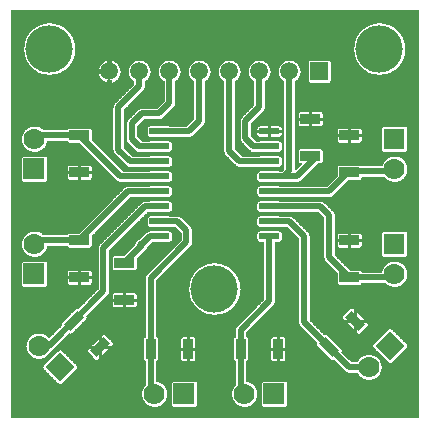
<source format=gtl>
%FSLAX33Y33*%
%MOMM*%
%AMRect-W820710-H1670710-RO0.750*
21,1,0.82071,1.67071,0.,0.,225*%
%AMRect-W1778000-H1778000-RO1.000*
21,1,1.778,1.778,0.,0.,180*%
%AMRect-W1778000-H1778000-RO0.250*
21,1,1.778,1.778,0.,0.,315*%
%AMRect-W820710-H1670710-RO1.000*
21,1,0.82071,1.67071,0.,0.,180*%
%AMRect-W820710-H1670710-RO1.250*
21,1,0.82071,1.67071,0.,0.,135*%
%AMRect-W820710-H1670710-RO1.500*
21,1,0.82071,1.67071,0.,0.,90*%
%AMRect-W1778000-H1778000-RO0.750*
21,1,1.778,1.778,0.,0.,225*%
%AMRect-W820710-H1670710-RO0.500*
21,1,0.82071,1.67071,0.,0.,270*%
%AMRect-W1778000-H1778000-RO0.500*
21,1,1.778,1.778,0.,0.,270*%
%AMRR-H1699999-W549999-R98999-RO1.500*
21,1,0.352001,1.699999,0.,0.,90*
21,1,0.549999,1.502001,0.,0.,90*
1,1,0.197998,-0.7510005,-0.1760005*
1,1,0.197998,-0.7510005,0.1760005*
1,1,0.197998,0.7510005,0.1760005*
1,1,0.197998,0.7510005,-0.1760005*%
%AMRect-W1500000-H1500000-RO0.500*
21,1,1.5,1.5,0.,0.,270*%
%ADD10C,0.0508*%
%ADD11C,0.508*%
%ADD12C,0.68834*%
%ADD13Rect-W820710-H1670710-RO0.750*%
%ADD14C,1.778*%
%ADD15Rect-W1778000-H1778000-RO1.000*%
%ADD16C,1.778*%
%ADD17Rect-W1778000-H1778000-RO0.250*%
%ADD18Rect-W820710-H1670710-RO1.000*%
%ADD19R,1.778X1.778*%
%ADD20C,1.778*%
%ADD21Rect-W820710-H1670710-RO1.250*%
%ADD22Rect-W820710-H1670710-RO1.500*%
%ADD23C,1.778*%
%ADD24Rect-W1778000-H1778000-RO0.750*%
%ADD25Rect-W820710-H1670710-RO0.500*%
%ADD26C,4.*%
%ADD27C,1.778*%
%ADD28Rect-W1778000-H1778000-RO0.500*%
%ADD29RR-H1699999-W549999-R98999-RO1.500*%
%ADD30C,1.5*%
%ADD31Rect-W1500000-H1500000-RO0.500*%
D10*
%LNpour fill*%
G01*
X35027Y35027D02*
X35027Y35027D01*
X0533Y35027*
X0533Y0533*
X35027Y0533*
X35027Y35027*
X32245Y29576D02*
X32245Y29576D01*
X32248Y29577*
X32716Y29741*
X32719Y29742*
X33139Y30006*
X33141Y30008*
X33492Y30359*
X33494Y30361*
X33758Y30781*
X33759Y30784*
X33923Y31252*
X33924Y31255*
X33980Y31749*
X33980Y31751*
X33924Y32245*
X33923Y32248*
X33759Y32716*
X33758Y32719*
X33494Y33139*
X33492Y33141*
X33141Y33492*
X33139Y33494*
X32719Y33758*
X32716Y33759*
X32248Y33923*
X32245Y33924*
X31751Y33980*
X31749Y33980*
X31255Y33924*
X31252Y33923*
X30784Y33759*
X30781Y33758*
X30361Y33494*
X30359Y33492*
X30008Y33141*
X30006Y33139*
X29742Y32719*
X29741Y32716*
X29577Y32248*
X29576Y32245*
X29520Y31751*
X29520Y31749*
X29576Y31255*
X29577Y31252*
X29741Y30784*
X29742Y30781*
X30006Y30361*
X30008Y30359*
X30359Y30008*
X30361Y30006*
X30781Y29742*
X30784Y29741*
X31252Y29577*
X31255Y29576*
X31749Y29520*
X31751Y29520*
X32245Y29576*
X4305Y29576D02*
X4305Y29576D01*
X4308Y29577*
X4776Y29741*
X4779Y29742*
X5199Y30006*
X5201Y30008*
X5552Y30359*
X5554Y30361*
X5818Y30781*
X5819Y30784*
X5983Y31252*
X5984Y31255*
X6040Y31749*
X6040Y31751*
X5984Y32245*
X5983Y32248*
X5819Y32716*
X5818Y32719*
X5554Y33139*
X5552Y33141*
X5201Y33492*
X5199Y33494*
X4779Y33758*
X4776Y33759*
X4308Y33923*
X4305Y33924*
X3811Y33980*
X3809Y33980*
X3315Y33924*
X3312Y33923*
X2844Y33759*
X2841Y33758*
X2421Y33494*
X2419Y33492*
X2068Y33141*
X2066Y33139*
X1802Y32719*
X1801Y32716*
X1637Y32248*
X1636Y32245*
X1580Y31751*
X1580Y31749*
X1636Y31255*
X1637Y31252*
X1801Y30784*
X1802Y30781*
X2066Y30361*
X2068Y30359*
X2419Y30008*
X2421Y30006*
X2841Y29742*
X2844Y29741*
X3312Y29577*
X3315Y29576*
X3809Y29520*
X3811Y29520*
X4305Y29576*
X27422Y28865D02*
X27422Y28865D01*
X27455Y28868*
X27457Y28868*
X27490Y28876*
X27492Y28877*
X27523Y28890*
X27525Y28891*
X27554Y28909*
X27556Y28910*
X27582Y28932*
X27583Y28933*
X27605Y28959*
X27606Y28961*
X27624Y28990*
X27625Y28992*
X27638Y29023*
X27639Y29025*
X27647Y29058*
X27647Y29060*
X27650Y29094*
X27650Y29095*
X27650Y30595*
X27650Y30596*
X27647Y30630*
X27647Y30632*
X27639Y30665*
X27638Y30667*
X27625Y30698*
X27624Y30700*
X27606Y30729*
X27605Y30731*
X27583Y30757*
X27582Y30758*
X27556Y30780*
X27554Y30781*
X27525Y30799*
X27523Y30800*
X27492Y30813*
X27490Y30814*
X27457Y30822*
X27455Y30822*
X27421Y30825*
X27420Y30825*
X25920Y30825*
X25919Y30825*
X25885Y30822*
X25883Y30822*
X25850Y30814*
X25848Y30813*
X25817Y30800*
X25815Y30799*
X25786Y30781*
X25784Y30780*
X25758Y30758*
X25757Y30757*
X25735Y30731*
X25734Y30729*
X25716Y30700*
X25715Y30698*
X25702Y30667*
X25701Y30665*
X25693Y30632*
X25693Y30630*
X25690Y30597*
X25690Y30596*
X25690Y29094*
X25690Y29093*
X25693Y29060*
X25693Y29058*
X25701Y29025*
X25702Y29023*
X25715Y28992*
X25716Y28990*
X25734Y28961*
X25735Y28959*
X25757Y28933*
X25758Y28932*
X25784Y28910*
X25786Y28909*
X25815Y28891*
X25817Y28890*
X25848Y28877*
X25850Y28876*
X25883Y28868*
X25885Y28868*
X25918Y28865*
X25919Y28865*
X27421Y28865*
X27422Y28865*
X13882Y21721D02*
X13882Y21721D01*
X13930Y21725*
X13932Y21726*
X13981Y21737*
X13982Y21738*
X14028Y21757*
X14030Y21758*
X14072Y21784*
X14074Y21785*
X14112Y21817*
X14113Y21818*
X14145Y21856*
X14146Y21858*
X14172Y21900*
X14173Y21902*
X14192Y21948*
X14193Y21949*
X14204Y21998*
X14205Y22000*
X14209Y22049*
X14209Y22050*
X14209Y22400*
X14209Y22401*
X14205Y22450*
X14204Y22452*
X14193Y22501*
X14192Y22502*
X14173Y22548*
X14172Y22550*
X14146Y22592*
X14145Y22594*
X14113Y22632*
X14112Y22633*
X14074Y22665*
X14072Y22666*
X14030Y22692*
X14028Y22693*
X13982Y22712*
X13981Y22713*
X13932Y22724*
X13930Y22725*
X13881Y22729*
X13880Y22729*
X12380Y22729*
X12379Y22729*
X12330Y22725*
X12328Y22724*
X12279Y22713*
X12278Y22712*
X12269Y22709*
X10847Y22709*
X10136Y23420*
X10136Y26597*
X11772Y28233*
X11773Y28234*
X11831Y28305*
X11833Y28307*
X11876Y28389*
X11877Y28391*
X11904Y28479*
X11905Y28482*
X11914Y28573*
X11914Y28574*
X11914Y29000*
X11985Y29038*
X11988Y29040*
X12162Y29194*
X12164Y29197*
X12297Y29388*
X12298Y29391*
X12381Y29609*
X12382Y29612*
X12410Y29843*
X12410Y29847*
X12382Y30078*
X12381Y30081*
X12298Y30299*
X12297Y30302*
X12164Y30493*
X12162Y30496*
X11988Y30650*
X11985Y30652*
X11779Y30760*
X11776Y30761*
X11550Y30817*
X11547Y30818*
X11313Y30818*
X11310Y30817*
X11084Y30761*
X11081Y30760*
X10875Y30652*
X10872Y30650*
X10698Y30496*
X10696Y30493*
X10563Y30302*
X10562Y30299*
X10479Y30081*
X10478Y30078*
X10450Y29847*
X10450Y29843*
X10478Y29612*
X10479Y29609*
X10562Y29391*
X10563Y29388*
X10696Y29197*
X10698Y29194*
X10872Y29040*
X10875Y29038*
X10946Y29000*
X10946Y28775*
X9310Y27139*
X9309Y27138*
X9251Y27067*
X9249Y27065*
X9206Y26983*
X9205Y26981*
X9178Y26893*
X9177Y26890*
X9168Y26799*
X9168Y26798*
X9168Y23219*
X9168Y23218*
X9177Y23127*
X9178Y23124*
X9205Y23036*
X9206Y23034*
X9249Y22952*
X9251Y22950*
X9309Y22879*
X9310Y22878*
X10305Y21883*
X10306Y21882*
X10377Y21824*
X10379Y21822*
X10461Y21779*
X10463Y21778*
X10551Y21751*
X10554Y21750*
X10645Y21741*
X10646Y21741*
X12269Y21741*
X12278Y21738*
X12279Y21737*
X12328Y21726*
X12330Y21725*
X12378Y21721*
X12379Y21721*
X13881Y21721*
X13882Y21721*
X13882Y22991D02*
X13882Y22991D01*
X13930Y22995*
X13932Y22996*
X13981Y23007*
X13982Y23008*
X14028Y23027*
X14030Y23028*
X14072Y23054*
X14074Y23055*
X14112Y23087*
X14113Y23088*
X14145Y23126*
X14146Y23128*
X14172Y23170*
X14173Y23172*
X14192Y23218*
X14193Y23219*
X14204Y23268*
X14205Y23270*
X14209Y23319*
X14209Y23320*
X14209Y23670*
X14209Y23671*
X14205Y23720*
X14204Y23722*
X14193Y23771*
X14192Y23772*
X14173Y23818*
X14172Y23820*
X14146Y23862*
X14145Y23864*
X14113Y23902*
X14112Y23903*
X14074Y23935*
X14072Y23936*
X14030Y23962*
X14028Y23963*
X13982Y23982*
X13981Y23983*
X13932Y23994*
X13930Y23995*
X13881Y23999*
X13880Y23999*
X12380Y23999*
X12379Y23999*
X12330Y23995*
X12328Y23994*
X12279Y23983*
X12278Y23982*
X12269Y23979*
X11630Y23979*
X11279Y24330*
X11279Y25225*
X11859Y25805*
X13131Y25805*
X13132Y25805*
X13223Y25814*
X13226Y25815*
X13314Y25842*
X13316Y25843*
X13398Y25886*
X13400Y25888*
X13471Y25946*
X13472Y25947*
X14322Y26797*
X14323Y26798*
X14381Y26869*
X14383Y26871*
X14426Y26953*
X14427Y26955*
X14454Y27043*
X14455Y27046*
X14464Y27137*
X14464Y27138*
X14464Y29006*
X14525Y29038*
X14528Y29040*
X14702Y29194*
X14704Y29197*
X14837Y29388*
X14838Y29391*
X14921Y29609*
X14922Y29612*
X14950Y29843*
X14950Y29847*
X14922Y30078*
X14921Y30081*
X14838Y30299*
X14837Y30302*
X14704Y30493*
X14702Y30496*
X14528Y30650*
X14525Y30652*
X14319Y30760*
X14316Y30761*
X14090Y30817*
X14087Y30818*
X13853Y30818*
X13850Y30817*
X13624Y30761*
X13621Y30760*
X13415Y30652*
X13412Y30650*
X13238Y30496*
X13236Y30493*
X13103Y30302*
X13102Y30299*
X13019Y30081*
X13018Y30078*
X12990Y29847*
X12990Y29843*
X13018Y29612*
X13019Y29609*
X13102Y29391*
X13103Y29388*
X13236Y29197*
X13238Y29194*
X13412Y29040*
X13415Y29038*
X13496Y28995*
X13496Y27339*
X12930Y26773*
X11658Y26773*
X11657Y26773*
X11565Y26764*
X11563Y26763*
X11475Y26736*
X11472Y26735*
X11391Y26692*
X11389Y26690*
X11318Y26632*
X11317Y26631*
X10453Y25767*
X10452Y25766*
X10394Y25695*
X10392Y25693*
X10349Y25612*
X10348Y25609*
X10321Y25521*
X10320Y25519*
X10311Y25427*
X10311Y25426*
X10311Y24129*
X10311Y24128*
X10320Y24037*
X10321Y24034*
X10348Y23946*
X10349Y23944*
X10392Y23862*
X10394Y23860*
X10452Y23789*
X10453Y23788*
X11088Y23153*
X11089Y23152*
X11160Y23094*
X11162Y23092*
X11244Y23049*
X11246Y23048*
X11334Y23021*
X11337Y23020*
X11428Y23011*
X11429Y23011*
X12269Y23011*
X12278Y23008*
X12279Y23007*
X12328Y22996*
X12330Y22995*
X12378Y22991*
X12379Y22991*
X13881Y22991*
X13882Y22991*
X13882Y24261D02*
X13882Y24261D01*
X13930Y24265*
X13932Y24266*
X13981Y24277*
X13982Y24278*
X13991Y24281*
X15622Y24281*
X15623Y24281*
X15714Y24290*
X15717Y24291*
X15805Y24318*
X15807Y24319*
X15889Y24362*
X15891Y24364*
X15962Y24422*
X15963Y24423*
X16852Y25312*
X16853Y25313*
X16911Y25384*
X16913Y25386*
X16956Y25468*
X16957Y25470*
X16984Y25558*
X16985Y25561*
X16994Y25652*
X16994Y25653*
X16994Y29000*
X17065Y29038*
X17068Y29040*
X17242Y29194*
X17244Y29197*
X17377Y29388*
X17378Y29391*
X17461Y29609*
X17462Y29612*
X17490Y29843*
X17490Y29847*
X17462Y30078*
X17461Y30081*
X17378Y30299*
X17377Y30302*
X17244Y30493*
X17242Y30496*
X17068Y30650*
X17065Y30652*
X16859Y30760*
X16856Y30761*
X16630Y30817*
X16627Y30818*
X16393Y30818*
X16390Y30817*
X16164Y30761*
X16161Y30760*
X15955Y30652*
X15952Y30650*
X15778Y30496*
X15776Y30493*
X15643Y30302*
X15642Y30299*
X15559Y30081*
X15558Y30078*
X15530Y29847*
X15530Y29843*
X15558Y29612*
X15559Y29609*
X15642Y29391*
X15643Y29388*
X15776Y29197*
X15778Y29194*
X15952Y29040*
X15955Y29038*
X16026Y29000*
X16026Y25854*
X15421Y25249*
X13991Y25249*
X13982Y25252*
X13981Y25253*
X13932Y25264*
X13930Y25265*
X13881Y25269*
X13880Y25269*
X12380Y25269*
X12379Y25269*
X12330Y25265*
X12328Y25264*
X12279Y25253*
X12278Y25252*
X12232Y25233*
X12230Y25232*
X12188Y25206*
X12186Y25205*
X12148Y25173*
X12147Y25172*
X12115Y25134*
X12114Y25132*
X12088Y25090*
X12087Y25088*
X12068Y25042*
X12067Y25041*
X12056Y24992*
X12055Y24990*
X12051Y24942*
X12051Y24941*
X12051Y24589*
X12051Y24588*
X12055Y24540*
X12056Y24538*
X12067Y24489*
X12068Y24488*
X12087Y24442*
X12088Y24440*
X12114Y24398*
X12115Y24396*
X12147Y24358*
X12148Y24357*
X12186Y24325*
X12188Y24324*
X12230Y24298*
X12232Y24297*
X12278Y24278*
X12279Y24277*
X12328Y24266*
X12330Y24265*
X12378Y24261*
X12379Y24261*
X13881Y24261*
X13882Y24261*
X23181Y21721D02*
X23181Y21721D01*
X23230Y21725*
X23232Y21726*
X23281Y21737*
X23282Y21738*
X23328Y21757*
X23330Y21758*
X23372Y21784*
X23374Y21785*
X23412Y21817*
X23413Y21818*
X23445Y21856*
X23446Y21858*
X23472Y21900*
X23473Y21902*
X23492Y21948*
X23493Y21949*
X23504Y21998*
X23505Y22000*
X23509Y22049*
X23509Y22050*
X23509Y22400*
X23509Y22401*
X23505Y22450*
X23504Y22452*
X23493Y22501*
X23492Y22502*
X23473Y22548*
X23472Y22550*
X23446Y22592*
X23445Y22594*
X23413Y22632*
X23412Y22633*
X23374Y22665*
X23372Y22666*
X23330Y22692*
X23328Y22693*
X23282Y22712*
X23281Y22713*
X23232Y22724*
X23230Y22725*
X23181Y22729*
X23180Y22729*
X21680Y22729*
X21679Y22729*
X21630Y22725*
X21628Y22724*
X21579Y22713*
X21578Y22712*
X21569Y22709*
X20114Y22709*
X19534Y23289*
X19534Y29000*
X19605Y29038*
X19608Y29040*
X19782Y29194*
X19784Y29197*
X19917Y29388*
X19918Y29391*
X20001Y29609*
X20002Y29612*
X20030Y29843*
X20030Y29847*
X20002Y30078*
X20001Y30081*
X19918Y30299*
X19917Y30302*
X19784Y30493*
X19782Y30496*
X19608Y30650*
X19605Y30652*
X19399Y30760*
X19396Y30761*
X19170Y30817*
X19167Y30818*
X18933Y30818*
X18930Y30817*
X18704Y30761*
X18701Y30760*
X18495Y30652*
X18492Y30650*
X18318Y30496*
X18316Y30493*
X18183Y30302*
X18182Y30299*
X18099Y30081*
X18098Y30078*
X18070Y29847*
X18070Y29843*
X18098Y29612*
X18099Y29609*
X18182Y29391*
X18183Y29388*
X18316Y29197*
X18318Y29194*
X18492Y29040*
X18495Y29038*
X18566Y29000*
X18566Y23088*
X18566Y23087*
X18575Y22995*
X18576Y22993*
X18603Y22905*
X18604Y22902*
X18647Y22821*
X18649Y22819*
X18707Y22748*
X18708Y22747*
X19572Y21883*
X19573Y21882*
X19644Y21824*
X19646Y21822*
X19727Y21779*
X19730Y21778*
X19818Y21751*
X19820Y21750*
X19912Y21741*
X19913Y21741*
X21569Y21741*
X21578Y21738*
X21579Y21737*
X21628Y21726*
X21630Y21725*
X21678Y21721*
X21679Y21721*
X23181Y21721*
X23181Y21721*
X23181Y22991D02*
X23181Y22991D01*
X23230Y22995*
X23232Y22996*
X23281Y23007*
X23282Y23008*
X23328Y23027*
X23330Y23028*
X23372Y23054*
X23374Y23055*
X23412Y23087*
X23413Y23088*
X23445Y23126*
X23446Y23128*
X23472Y23170*
X23473Y23172*
X23492Y23218*
X23493Y23219*
X23504Y23268*
X23505Y23270*
X23509Y23319*
X23509Y23320*
X23509Y23670*
X23509Y23671*
X23505Y23720*
X23504Y23722*
X23493Y23771*
X23492Y23772*
X23473Y23818*
X23472Y23820*
X23446Y23862*
X23445Y23864*
X23413Y23902*
X23412Y23903*
X23374Y23935*
X23372Y23936*
X23330Y23962*
X23328Y23963*
X23282Y23982*
X23281Y23983*
X23232Y23994*
X23230Y23995*
X23181Y23999*
X23180Y23999*
X21680Y23999*
X21679Y23999*
X21630Y23995*
X21628Y23994*
X21579Y23983*
X21578Y23982*
X21569Y23979*
X21303Y23979*
X20910Y24372*
X20910Y25454*
X21932Y26476*
X21933Y26477*
X21991Y26548*
X21993Y26550*
X22036Y26632*
X22037Y26634*
X22064Y26722*
X22065Y26725*
X22074Y26816*
X22074Y26817*
X22074Y29000*
X22145Y29038*
X22148Y29040*
X22322Y29194*
X22324Y29197*
X22457Y29388*
X22458Y29391*
X22541Y29609*
X22542Y29612*
X22570Y29843*
X22570Y29847*
X22542Y30078*
X22541Y30081*
X22458Y30299*
X22457Y30302*
X22324Y30493*
X22322Y30496*
X22148Y30650*
X22145Y30652*
X21939Y30760*
X21936Y30761*
X21710Y30817*
X21707Y30818*
X21473Y30818*
X21470Y30817*
X21244Y30761*
X21241Y30760*
X21035Y30652*
X21032Y30650*
X20858Y30496*
X20856Y30493*
X20723Y30302*
X20722Y30299*
X20639Y30081*
X20638Y30078*
X20610Y29847*
X20610Y29843*
X20638Y29612*
X20639Y29609*
X20722Y29391*
X20723Y29388*
X20856Y29197*
X20858Y29194*
X21032Y29040*
X21035Y29038*
X21106Y29000*
X21106Y27018*
X20084Y25996*
X20083Y25995*
X20025Y25924*
X20023Y25922*
X19980Y25840*
X19979Y25838*
X19952Y25750*
X19951Y25747*
X19942Y25656*
X19942Y25655*
X19942Y24171*
X19942Y24170*
X19951Y24079*
X19952Y24076*
X19979Y23988*
X19980Y23986*
X20023Y23904*
X20025Y23902*
X20083Y23831*
X20084Y23830*
X20761Y23153*
X20762Y23152*
X20833Y23094*
X20835Y23092*
X20917Y23049*
X20919Y23048*
X21007Y23021*
X21010Y23020*
X21101Y23011*
X21102Y23011*
X21569Y23011*
X21578Y23008*
X21579Y23007*
X21628Y22996*
X21630Y22995*
X21678Y22991*
X21679Y22991*
X23181Y22991*
X23181Y22991*
X23181Y20451D02*
X23181Y20451D01*
X23230Y20455*
X23232Y20456*
X23281Y20467*
X23282Y20468*
X23291Y20471*
X24768Y20471*
X24769Y20471*
X24860Y20480*
X24863Y20481*
X24951Y20508*
X24953Y20509*
X25035Y20552*
X25037Y20554*
X25108Y20612*
X25109Y20613*
X26538Y22042*
X26744Y22042*
X26745Y22042*
X26778Y22045*
X26780Y22045*
X26813Y22053*
X26815Y22054*
X26847Y22067*
X26848Y22068*
X26878Y22085*
X26879Y22086*
X26905Y22109*
X26906Y22110*
X26929Y22136*
X26930Y22137*
X26947Y22167*
X26948Y22168*
X26961Y22200*
X26962Y22202*
X26970Y22235*
X26970Y22237*
X26973Y22270*
X26973Y22271*
X26973Y23093*
X26973Y23094*
X26970Y23127*
X26970Y23129*
X26962Y23162*
X26961Y23164*
X26948Y23196*
X26947Y23197*
X26930Y23227*
X26929Y23228*
X26906Y23254*
X26905Y23255*
X26879Y23278*
X26878Y23279*
X26848Y23296*
X26847Y23297*
X26815Y23310*
X26813Y23311*
X26780Y23319*
X26778Y23319*
X26745Y23322*
X26744Y23322*
X25072Y23322*
X25071Y23322*
X25038Y23319*
X25036Y23319*
X25003Y23311*
X25001Y23310*
X24969Y23297*
X24968Y23296*
X24938Y23279*
X24937Y23278*
X24911Y23255*
X24910Y23254*
X24887Y23228*
X24886Y23227*
X24869Y23197*
X24868Y23196*
X24855Y23164*
X24854Y23162*
X24846Y23129*
X24846Y23127*
X24843Y23094*
X24843Y23093*
X24843Y22271*
X24843Y22270*
X24846Y22237*
X24846Y22235*
X24854Y22202*
X24855Y22200*
X24868Y22168*
X24869Y22167*
X24886Y22137*
X24887Y22136*
X24910Y22110*
X24911Y22109*
X24937Y22086*
X24938Y22085*
X24968Y22068*
X24969Y22067*
X25001Y22054*
X25003Y22053*
X25036Y22045*
X25038Y22045*
X25071Y22042*
X25072Y22042*
X25104Y22042*
X25123Y21995*
X24661Y21533*
X24614Y21552*
X24614Y29000*
X24685Y29038*
X24688Y29040*
X24862Y29194*
X24864Y29197*
X24997Y29388*
X24998Y29391*
X25081Y29609*
X25082Y29612*
X25110Y29843*
X25110Y29847*
X25082Y30078*
X25081Y30081*
X24998Y30299*
X24997Y30302*
X24864Y30493*
X24862Y30496*
X24688Y30650*
X24685Y30652*
X24479Y30760*
X24476Y30761*
X24250Y30817*
X24247Y30818*
X24013Y30818*
X24010Y30817*
X23784Y30761*
X23781Y30760*
X23575Y30652*
X23572Y30650*
X23398Y30496*
X23396Y30493*
X23263Y30302*
X23262Y30299*
X23179Y30081*
X23178Y30078*
X23150Y29847*
X23150Y29843*
X23178Y29612*
X23179Y29609*
X23262Y29391*
X23263Y29388*
X23396Y29197*
X23398Y29194*
X23572Y29040*
X23575Y29038*
X23646Y29000*
X23646Y21585*
X23500Y21439*
X23291Y21439*
X23282Y21442*
X23281Y21443*
X23232Y21454*
X23230Y21455*
X23181Y21459*
X23180Y21459*
X21680Y21459*
X21679Y21459*
X21630Y21455*
X21628Y21454*
X21579Y21443*
X21578Y21442*
X21532Y21423*
X21530Y21422*
X21488Y21396*
X21486Y21395*
X21448Y21363*
X21447Y21362*
X21415Y21324*
X21414Y21322*
X21388Y21280*
X21387Y21278*
X21368Y21232*
X21367Y21231*
X21356Y21182*
X21355Y21180*
X21351Y21132*
X21351Y21131*
X21351Y20779*
X21351Y20778*
X21355Y20730*
X21356Y20728*
X21367Y20679*
X21368Y20678*
X21387Y20632*
X21388Y20630*
X21414Y20588*
X21415Y20586*
X21447Y20548*
X21448Y20547*
X21486Y20515*
X21488Y20514*
X21530Y20488*
X21532Y20487*
X21578Y20468*
X21579Y20467*
X21628Y20456*
X21630Y20455*
X21678Y20451*
X21679Y20451*
X23181Y20451*
X23181Y20451*
X9236Y28929D02*
X9236Y28929D01*
X9239Y28930*
X9445Y29038*
X9448Y29040*
X9622Y29194*
X9624Y29197*
X9757Y29388*
X9758Y29391*
X9841Y29609*
X9842Y29612*
X9870Y29843*
X9870Y29847*
X9842Y30078*
X9841Y30081*
X9758Y30299*
X9757Y30302*
X9624Y30493*
X9622Y30496*
X9448Y30650*
X9445Y30652*
X9239Y30760*
X9236Y30761*
X9084Y30799*
X9065Y30784*
X9065Y30564*
X8715Y30564*
X8715Y30784*
X8696Y30799*
X8544Y30761*
X8541Y30760*
X8335Y30652*
X8332Y30650*
X8158Y30496*
X8156Y30493*
X8023Y30302*
X8022Y30299*
X7939Y30081*
X7938Y30078*
X7933Y30037*
X7949Y30020*
X8165Y30020*
X8165Y29670*
X7949Y29670*
X7933Y29653*
X7938Y29612*
X7939Y29609*
X8022Y29391*
X8023Y29388*
X8156Y29197*
X8158Y29194*
X8332Y29040*
X8335Y29038*
X8541Y28930*
X8544Y28929*
X8696Y28891*
X8715Y28906*
X8715Y29126*
X9065Y29126*
X9065Y28906*
X9084Y28891*
X9236Y28929*
X25832Y25207D02*
X25832Y25207D01*
X25832Y25447*
X25984Y25447*
X25984Y25207*
X25999Y25192*
X26744Y25192*
X26745Y25192*
X26778Y25195*
X26780Y25195*
X26813Y25203*
X26815Y25204*
X26847Y25217*
X26848Y25218*
X26878Y25235*
X26879Y25236*
X26905Y25259*
X26906Y25260*
X26929Y25286*
X26930Y25287*
X26947Y25317*
X26948Y25318*
X26961Y25350*
X26962Y25352*
X26970Y25385*
X26970Y25387*
X26973Y25420*
X26973Y25421*
X26973Y25741*
X26958Y25756*
X26718Y25756*
X26718Y25908*
X26958Y25908*
X26973Y25923*
X26973Y26243*
X26973Y26244*
X26970Y26277*
X26970Y26279*
X26962Y26312*
X26961Y26314*
X26948Y26346*
X26947Y26347*
X26930Y26377*
X26929Y26378*
X26906Y26404*
X26905Y26405*
X26879Y26428*
X26878Y26429*
X26848Y26446*
X26847Y26447*
X26815Y26460*
X26813Y26461*
X26780Y26469*
X26778Y26469*
X26745Y26472*
X26744Y26472*
X25999Y26472*
X25984Y26457*
X25984Y26217*
X25832Y26217*
X25832Y26457*
X25817Y26472*
X25072Y26472*
X25071Y26472*
X25038Y26469*
X25036Y26469*
X25003Y26461*
X25001Y26460*
X24969Y26447*
X24968Y26446*
X24938Y26429*
X24937Y26428*
X24911Y26405*
X24910Y26404*
X24887Y26378*
X24886Y26377*
X24869Y26347*
X24868Y26346*
X24855Y26314*
X24854Y26312*
X24846Y26279*
X24846Y26277*
X24843Y26244*
X24843Y26243*
X24843Y25923*
X24858Y25908*
X25098Y25908*
X25098Y25756*
X24858Y25756*
X24843Y25741*
X24843Y25421*
X24843Y25420*
X24846Y25387*
X24846Y25385*
X24854Y25352*
X24855Y25350*
X24868Y25318*
X24869Y25317*
X24886Y25287*
X24887Y25286*
X24910Y25260*
X24911Y25259*
X24937Y25236*
X24938Y25235*
X24968Y25218*
X24969Y25217*
X25001Y25204*
X25003Y25203*
X25036Y25195*
X25038Y25195*
X25071Y25192*
X25072Y25192*
X25817Y25192*
X25832Y25207*
X22354Y24276D02*
X22354Y24276D01*
X22354Y24515*
X22506Y24515*
X22506Y24276*
X22521Y24261*
X23181Y24261*
X23181Y24261*
X23230Y24265*
X23232Y24266*
X23281Y24277*
X23282Y24278*
X23328Y24297*
X23330Y24298*
X23372Y24324*
X23374Y24325*
X23412Y24357*
X23413Y24358*
X23445Y24396*
X23446Y24398*
X23472Y24440*
X23473Y24442*
X23492Y24488*
X23493Y24489*
X23504Y24538*
X23505Y24540*
X23509Y24589*
X23509Y24590*
X23509Y24674*
X23494Y24689*
X23255Y24689*
X23255Y24841*
X23494Y24841*
X23509Y24856*
X23509Y24940*
X23509Y24941*
X23505Y24990*
X23504Y24992*
X23493Y25041*
X23492Y25042*
X23473Y25088*
X23472Y25090*
X23446Y25132*
X23445Y25134*
X23413Y25172*
X23412Y25173*
X23374Y25205*
X23372Y25206*
X23330Y25232*
X23328Y25233*
X23282Y25252*
X23281Y25253*
X23232Y25264*
X23230Y25265*
X23181Y25269*
X23180Y25269*
X22521Y25269*
X22506Y25254*
X22506Y25015*
X22354Y25015*
X22354Y25254*
X22339Y25269*
X21680Y25269*
X21679Y25269*
X21630Y25265*
X21628Y25264*
X21579Y25253*
X21578Y25252*
X21532Y25233*
X21530Y25232*
X21488Y25206*
X21486Y25205*
X21448Y25173*
X21447Y25172*
X21415Y25134*
X21414Y25132*
X21388Y25090*
X21387Y25088*
X21368Y25042*
X21367Y25041*
X21356Y24992*
X21355Y24990*
X21351Y24942*
X21351Y24941*
X21351Y24856*
X21366Y24841*
X21605Y24841*
X21605Y24689*
X21366Y24689*
X21351Y24674*
X21351Y24589*
X21351Y24588*
X21355Y24540*
X21356Y24538*
X21367Y24489*
X21368Y24488*
X21387Y24442*
X21388Y24440*
X21414Y24398*
X21415Y24396*
X21447Y24358*
X21448Y24357*
X21486Y24325*
X21488Y24324*
X21530Y24298*
X21532Y24297*
X21578Y24278*
X21579Y24277*
X21628Y24266*
X21630Y24265*
X21678Y24261*
X21679Y24261*
X22339Y24261*
X22354Y24276*
X33911Y23011D02*
X33911Y23011D01*
X33944Y23014*
X33946Y23014*
X33979Y23022*
X33981Y23023*
X34012Y23036*
X34014Y23037*
X34043Y23055*
X34045Y23056*
X34071Y23078*
X34072Y23079*
X34094Y23105*
X34095Y23107*
X34113Y23136*
X34114Y23138*
X34127Y23169*
X34128Y23171*
X34136Y23204*
X34136Y23206*
X34139Y23240*
X34139Y23241*
X34139Y25019*
X34139Y25020*
X34136Y25054*
X34136Y25056*
X34128Y25089*
X34127Y25091*
X34114Y25122*
X34113Y25124*
X34095Y25153*
X34094Y25155*
X34072Y25181*
X34071Y25182*
X34045Y25204*
X34043Y25205*
X34014Y25223*
X34012Y25224*
X33981Y25237*
X33979Y25238*
X33946Y25246*
X33944Y25246*
X33910Y25249*
X33909Y25249*
X32131Y25249*
X32130Y25249*
X32096Y25246*
X32094Y25246*
X32061Y25238*
X32059Y25237*
X32028Y25224*
X32026Y25223*
X31997Y25205*
X31995Y25204*
X31969Y25182*
X31968Y25181*
X31946Y25155*
X31945Y25153*
X31927Y25124*
X31926Y25122*
X31913Y25091*
X31912Y25089*
X31904Y25056*
X31904Y25054*
X31901Y25021*
X31901Y25020*
X31901Y23240*
X31901Y23239*
X31904Y23206*
X31904Y23204*
X31912Y23171*
X31913Y23169*
X31926Y23138*
X31927Y23136*
X31945Y23107*
X31946Y23105*
X31968Y23079*
X31969Y23078*
X31995Y23056*
X31997Y23055*
X32026Y23037*
X32028Y23036*
X32059Y23023*
X32061Y23022*
X32094Y23014*
X32096Y23014*
X32129Y23011*
X32130Y23011*
X33910Y23011*
X33911Y23011*
X13882Y20451D02*
X13882Y20451D01*
X13930Y20455*
X13932Y20456*
X13981Y20467*
X13982Y20468*
X14028Y20487*
X14030Y20488*
X14072Y20514*
X14074Y20515*
X14112Y20547*
X14113Y20548*
X14145Y20586*
X14146Y20588*
X14172Y20630*
X14173Y20632*
X14192Y20678*
X14193Y20679*
X14204Y20728*
X14205Y20730*
X14209Y20779*
X14209Y20780*
X14209Y21130*
X14209Y21131*
X14205Y21180*
X14204Y21182*
X14193Y21231*
X14192Y21232*
X14173Y21278*
X14172Y21280*
X14146Y21322*
X14145Y21324*
X14113Y21362*
X14112Y21363*
X14074Y21395*
X14072Y21396*
X14030Y21422*
X14028Y21423*
X13982Y21442*
X13981Y21443*
X13932Y21454*
X13930Y21455*
X13881Y21459*
X13880Y21459*
X12380Y21459*
X12379Y21459*
X12330Y21455*
X12328Y21454*
X12279Y21443*
X12278Y21442*
X12269Y21439*
X10030Y21439*
X7415Y24054*
X7415Y24846*
X7415Y24847*
X7412Y24880*
X7412Y24882*
X7404Y24915*
X7403Y24917*
X7390Y24949*
X7389Y24950*
X7372Y24980*
X7371Y24981*
X7348Y25007*
X7347Y25008*
X7321Y25031*
X7320Y25032*
X7290Y25049*
X7289Y25050*
X7257Y25063*
X7255Y25064*
X7222Y25072*
X7220Y25072*
X7187Y25075*
X7186Y25075*
X5514Y25075*
X5513Y25075*
X5480Y25072*
X5478Y25072*
X5445Y25064*
X5443Y25063*
X5411Y25050*
X5410Y25049*
X5380Y25032*
X5379Y25031*
X5353Y25008*
X5352Y25007*
X5329Y24981*
X5328Y24980*
X5311Y24950*
X5310Y24949*
X5297Y24919*
X3325Y24919*
X3177Y25050*
X3174Y25051*
X2938Y25175*
X2935Y25176*
X2676Y25240*
X2673Y25241*
X2407Y25241*
X2404Y25240*
X2145Y25176*
X2142Y25175*
X1906Y25051*
X1903Y25050*
X1704Y24873*
X1702Y24871*
X1550Y24651*
X1549Y24648*
X1454Y24399*
X1454Y24396*
X1421Y24132*
X1421Y24128*
X1454Y23864*
X1454Y23861*
X1549Y23612*
X1550Y23609*
X1702Y23389*
X1704Y23387*
X1903Y23210*
X1906Y23209*
X2142Y23085*
X2145Y23084*
X2404Y23020*
X2407Y23019*
X2673Y23019*
X2676Y23020*
X2935Y23084*
X2938Y23085*
X3174Y23209*
X3177Y23210*
X3376Y23387*
X3378Y23389*
X3530Y23609*
X3531Y23612*
X3626Y23861*
X3626Y23864*
X3637Y23951*
X5297Y23951*
X5310Y23921*
X5311Y23920*
X5328Y23890*
X5329Y23889*
X5352Y23863*
X5353Y23862*
X5379Y23839*
X5380Y23838*
X5410Y23821*
X5411Y23820*
X5443Y23807*
X5445Y23806*
X5478Y23798*
X5480Y23798*
X5513Y23795*
X5514Y23795*
X6306Y23795*
X9488Y20613*
X9489Y20612*
X9560Y20554*
X9562Y20552*
X9644Y20509*
X9646Y20508*
X9734Y20481*
X9737Y20480*
X9828Y20471*
X9829Y20471*
X12269Y20471*
X12278Y20468*
X12279Y20467*
X12328Y20456*
X12330Y20455*
X12378Y20451*
X12379Y20451*
X13881Y20451*
X13882Y20451*
X29134Y23810D02*
X29134Y23810D01*
X29134Y24050*
X29286Y24050*
X29286Y23810*
X29301Y23795*
X30046Y23795*
X30047Y23795*
X30080Y23798*
X30082Y23798*
X30115Y23806*
X30117Y23807*
X30149Y23820*
X30150Y23821*
X30180Y23838*
X30181Y23839*
X30207Y23862*
X30208Y23863*
X30231Y23889*
X30232Y23890*
X30249Y23920*
X30250Y23921*
X30263Y23953*
X30264Y23955*
X30272Y23988*
X30272Y23990*
X30275Y24023*
X30275Y24024*
X30275Y24344*
X30260Y24359*
X30020Y24359*
X30020Y24511*
X30260Y24511*
X30275Y24526*
X30275Y24846*
X30275Y24847*
X30272Y24880*
X30272Y24882*
X30264Y24915*
X30263Y24917*
X30250Y24949*
X30249Y24950*
X30232Y24980*
X30231Y24981*
X30208Y25007*
X30207Y25008*
X30181Y25031*
X30180Y25032*
X30150Y25049*
X30149Y25050*
X30117Y25063*
X30115Y25064*
X30082Y25072*
X30080Y25072*
X30047Y25075*
X30046Y25075*
X29301Y25075*
X29286Y25060*
X29286Y24820*
X29134Y24820*
X29134Y25060*
X29119Y25075*
X28374Y25075*
X28373Y25075*
X28340Y25072*
X28338Y25072*
X28305Y25064*
X28303Y25063*
X28271Y25050*
X28270Y25049*
X28240Y25032*
X28239Y25031*
X28213Y25008*
X28212Y25007*
X28189Y24981*
X28188Y24980*
X28171Y24950*
X28170Y24949*
X28157Y24917*
X28156Y24915*
X28148Y24882*
X28148Y24880*
X28145Y24847*
X28145Y24846*
X28145Y24526*
X28160Y24511*
X28400Y24511*
X28400Y24359*
X28160Y24359*
X28145Y24344*
X28145Y24024*
X28145Y24023*
X28148Y23990*
X28148Y23988*
X28156Y23955*
X28157Y23953*
X28170Y23921*
X28171Y23920*
X28188Y23890*
X28189Y23889*
X28212Y23863*
X28213Y23862*
X28239Y23839*
X28240Y23838*
X28270Y23821*
X28271Y23820*
X28303Y23807*
X28305Y23806*
X28338Y23798*
X28340Y23798*
X28373Y23795*
X28374Y23795*
X29119Y23795*
X29134Y23810*
X3431Y20471D02*
X3431Y20471D01*
X3464Y20474*
X3466Y20474*
X3499Y20482*
X3501Y20483*
X3532Y20496*
X3534Y20497*
X3563Y20515*
X3565Y20516*
X3591Y20538*
X3592Y20539*
X3614Y20565*
X3615Y20567*
X3633Y20596*
X3634Y20598*
X3647Y20629*
X3648Y20631*
X3656Y20664*
X3656Y20666*
X3659Y20700*
X3659Y20701*
X3659Y22479*
X3659Y22480*
X3656Y22514*
X3656Y22516*
X3648Y22549*
X3647Y22551*
X3634Y22582*
X3633Y22584*
X3615Y22613*
X3614Y22615*
X3592Y22641*
X3591Y22642*
X3565Y22664*
X3563Y22665*
X3534Y22683*
X3532Y22684*
X3501Y22697*
X3499Y22698*
X3466Y22706*
X3464Y22706*
X3430Y22709*
X3429Y22709*
X1651Y22709*
X1650Y22709*
X1616Y22706*
X1614Y22706*
X1581Y22698*
X1579Y22697*
X1548Y22684*
X1546Y22683*
X1517Y22665*
X1515Y22664*
X1489Y22642*
X1488Y22641*
X1466Y22615*
X1465Y22613*
X1447Y22584*
X1446Y22582*
X1433Y22551*
X1432Y22549*
X1424Y22516*
X1424Y22514*
X1421Y22481*
X1421Y22480*
X1421Y20700*
X1421Y20699*
X1424Y20666*
X1424Y20664*
X1432Y20631*
X1433Y20629*
X1446Y20598*
X1447Y20596*
X1465Y20567*
X1466Y20565*
X1488Y20539*
X1489Y20538*
X1515Y20516*
X1517Y20515*
X1546Y20497*
X1548Y20496*
X1579Y20483*
X1581Y20482*
X1614Y20474*
X1616Y20474*
X1649Y20471*
X1650Y20471*
X3430Y20471*
X3431Y20471*
X23181Y19181D02*
X23181Y19181D01*
X23230Y19185*
X23232Y19186*
X23281Y19197*
X23282Y19198*
X23291Y19201*
X27511Y19201*
X27512Y19201*
X27603Y19210*
X27606Y19211*
X27694Y19238*
X27696Y19239*
X27778Y19282*
X27780Y19284*
X27851Y19342*
X27852Y19343*
X29154Y20645*
X30046Y20645*
X30047Y20645*
X30080Y20648*
X30082Y20648*
X30115Y20656*
X30117Y20657*
X30149Y20670*
X30150Y20671*
X30180Y20688*
X30181Y20689*
X30207Y20712*
X30208Y20713*
X30231Y20739*
X30232Y20740*
X30249Y20770*
X30250Y20771*
X30263Y20803*
X30264Y20805*
X30272Y20838*
X30272Y20840*
X30277Y20901*
X32146Y20901*
X32182Y20849*
X32184Y20847*
X32383Y20670*
X32386Y20669*
X32622Y20545*
X32625Y20544*
X32884Y20480*
X32887Y20479*
X33153Y20479*
X33156Y20480*
X33415Y20544*
X33418Y20545*
X33654Y20669*
X33657Y20670*
X33856Y20847*
X33858Y20849*
X34010Y21069*
X34011Y21072*
X34106Y21321*
X34106Y21324*
X34139Y21588*
X34139Y21592*
X34106Y21856*
X34106Y21859*
X34011Y22108*
X34010Y22111*
X33858Y22331*
X33856Y22333*
X33657Y22510*
X33654Y22511*
X33418Y22635*
X33415Y22636*
X33156Y22700*
X33153Y22701*
X32887Y22701*
X32884Y22700*
X32625Y22636*
X32622Y22635*
X32386Y22511*
X32383Y22510*
X32184Y22333*
X32182Y22331*
X32030Y22111*
X32029Y22108*
X31938Y21869*
X30195Y21869*
X30181Y21881*
X30180Y21882*
X30150Y21899*
X30149Y21900*
X30117Y21913*
X30115Y21914*
X30082Y21922*
X30080Y21922*
X30047Y21925*
X30046Y21925*
X28374Y21925*
X28373Y21925*
X28340Y21922*
X28338Y21922*
X28305Y21914*
X28303Y21913*
X28271Y21900*
X28270Y21899*
X28240Y21882*
X28239Y21881*
X28213Y21858*
X28212Y21857*
X28189Y21831*
X28188Y21830*
X28171Y21800*
X28170Y21799*
X28157Y21767*
X28156Y21765*
X28148Y21732*
X28148Y21730*
X28145Y21697*
X28145Y21696*
X28145Y21004*
X27310Y20169*
X23291Y20169*
X23282Y20172*
X23281Y20173*
X23232Y20184*
X23230Y20185*
X23181Y20189*
X23180Y20189*
X21680Y20189*
X21679Y20189*
X21630Y20185*
X21628Y20184*
X21579Y20173*
X21578Y20172*
X21532Y20153*
X21530Y20152*
X21488Y20126*
X21486Y20125*
X21448Y20093*
X21447Y20092*
X21415Y20054*
X21414Y20052*
X21388Y20010*
X21387Y20008*
X21368Y19962*
X21367Y19961*
X21356Y19912*
X21355Y19910*
X21351Y19862*
X21351Y19861*
X21351Y19509*
X21351Y19508*
X21355Y19460*
X21356Y19458*
X21367Y19409*
X21368Y19408*
X21387Y19362*
X21388Y19360*
X21414Y19318*
X21415Y19316*
X21447Y19278*
X21448Y19277*
X21486Y19245*
X21488Y19244*
X21530Y19218*
X21532Y19217*
X21578Y19198*
X21579Y19197*
X21628Y19186*
X21630Y19185*
X21678Y19181*
X21679Y19181*
X23181Y19181*
X23181Y19181*
X6274Y20660D02*
X6274Y20660D01*
X6274Y20900*
X6426Y20900*
X6426Y20660*
X6441Y20645*
X7186Y20645*
X7187Y20645*
X7220Y20648*
X7222Y20648*
X7255Y20656*
X7257Y20657*
X7289Y20670*
X7290Y20671*
X7320Y20688*
X7321Y20689*
X7347Y20712*
X7348Y20713*
X7371Y20739*
X7372Y20740*
X7389Y20770*
X7390Y20771*
X7403Y20803*
X7404Y20805*
X7412Y20838*
X7412Y20840*
X7415Y20873*
X7415Y20874*
X7415Y21194*
X7400Y21209*
X7160Y21209*
X7160Y21361*
X7400Y21361*
X7415Y21376*
X7415Y21696*
X7415Y21697*
X7412Y21730*
X7412Y21732*
X7404Y21765*
X7403Y21767*
X7390Y21799*
X7389Y21800*
X7372Y21830*
X7371Y21831*
X7348Y21857*
X7347Y21858*
X7321Y21881*
X7320Y21882*
X7290Y21899*
X7289Y21900*
X7257Y21913*
X7255Y21914*
X7222Y21922*
X7220Y21922*
X7187Y21925*
X7186Y21925*
X6441Y21925*
X6426Y21910*
X6426Y21670*
X6274Y21670*
X6274Y21910*
X6259Y21925*
X5514Y21925*
X5513Y21925*
X5480Y21922*
X5478Y21922*
X5445Y21914*
X5443Y21913*
X5411Y21900*
X5410Y21899*
X5380Y21882*
X5379Y21881*
X5353Y21858*
X5352Y21857*
X5329Y21831*
X5328Y21830*
X5311Y21800*
X5310Y21799*
X5297Y21767*
X5296Y21765*
X5288Y21732*
X5288Y21730*
X5285Y21697*
X5285Y21696*
X5285Y21376*
X5300Y21361*
X5540Y21361*
X5540Y21209*
X5300Y21209*
X5285Y21194*
X5285Y20874*
X5285Y20873*
X5288Y20840*
X5288Y20838*
X5296Y20805*
X5297Y20803*
X5310Y20771*
X5311Y20770*
X5328Y20740*
X5329Y20739*
X5352Y20713*
X5353Y20712*
X5379Y20689*
X5380Y20688*
X5410Y20671*
X5411Y20670*
X5443Y20657*
X5445Y20656*
X5478Y20648*
X5480Y20648*
X5513Y20645*
X5514Y20645*
X6259Y20645*
X6274Y20660*
X2676Y14130D02*
X2676Y14130D01*
X2935Y14194*
X2938Y14195*
X3174Y14319*
X3177Y14320*
X3376Y14497*
X3378Y14499*
X3530Y14719*
X3531Y14722*
X3626Y14971*
X3626Y14974*
X3637Y15061*
X5297Y15061*
X5310Y15031*
X5311Y15030*
X5328Y15000*
X5329Y14999*
X5352Y14973*
X5353Y14972*
X5379Y14949*
X5380Y14948*
X5410Y14931*
X5411Y14930*
X5443Y14917*
X5445Y14916*
X5478Y14908*
X5480Y14908*
X5513Y14905*
X5514Y14905*
X7186Y14905*
X7187Y14905*
X7220Y14908*
X7222Y14908*
X7255Y14916*
X7257Y14917*
X7289Y14930*
X7290Y14931*
X7320Y14948*
X7321Y14949*
X7347Y14972*
X7348Y14973*
X7371Y14999*
X7372Y15000*
X7389Y15030*
X7390Y15031*
X7403Y15063*
X7404Y15065*
X7412Y15098*
X7412Y15100*
X7415Y15133*
X7415Y15134*
X7415Y15926*
X10690Y19201*
X12269Y19201*
X12278Y19198*
X12279Y19197*
X12328Y19186*
X12330Y19185*
X12378Y19181*
X12379Y19181*
X13881Y19181*
X13882Y19181*
X13930Y19185*
X13932Y19186*
X13981Y19197*
X13982Y19198*
X14028Y19217*
X14030Y19218*
X14072Y19244*
X14074Y19245*
X14112Y19277*
X14113Y19278*
X14145Y19316*
X14146Y19318*
X14172Y19360*
X14173Y19362*
X14192Y19408*
X14193Y19409*
X14204Y19458*
X14205Y19460*
X14209Y19509*
X14209Y19510*
X14209Y19860*
X14209Y19861*
X14205Y19910*
X14204Y19912*
X14193Y19961*
X14192Y19962*
X14173Y20008*
X14172Y20010*
X14146Y20052*
X14145Y20054*
X14113Y20092*
X14112Y20093*
X14074Y20125*
X14072Y20126*
X14030Y20152*
X14028Y20153*
X13982Y20172*
X13981Y20173*
X13932Y20184*
X13930Y20185*
X13881Y20189*
X13880Y20189*
X12380Y20189*
X12379Y20189*
X12330Y20185*
X12328Y20184*
X12279Y20173*
X12278Y20172*
X12269Y20169*
X10489Y20169*
X10488Y20169*
X10397Y20160*
X10394Y20159*
X10306Y20132*
X10304Y20131*
X10222Y20088*
X10220Y20086*
X10149Y20028*
X10148Y20027*
X6306Y16185*
X5514Y16185*
X5513Y16185*
X5480Y16182*
X5478Y16182*
X5445Y16174*
X5443Y16173*
X5411Y16160*
X5410Y16159*
X5380Y16142*
X5379Y16141*
X5353Y16118*
X5352Y16117*
X5329Y16091*
X5328Y16090*
X5311Y16060*
X5310Y16059*
X5297Y16029*
X3325Y16029*
X3177Y16160*
X3174Y16161*
X2938Y16285*
X2935Y16286*
X2676Y16350*
X2673Y16351*
X2407Y16351*
X2404Y16350*
X2145Y16286*
X2142Y16285*
X1906Y16161*
X1903Y16160*
X1704Y15983*
X1702Y15981*
X1550Y15761*
X1549Y15758*
X1454Y15509*
X1454Y15506*
X1421Y15242*
X1421Y15238*
X1454Y14974*
X1454Y14971*
X1549Y14722*
X1550Y14719*
X1702Y14499*
X1704Y14497*
X1903Y14320*
X1906Y14319*
X2142Y14195*
X2145Y14194*
X2404Y14130*
X2407Y14129*
X2673Y14129*
X2676Y14130*
X3048Y5503D02*
X3048Y5503D01*
X3307Y5567*
X3310Y5568*
X3546Y5692*
X3549Y5693*
X3748Y5870*
X3750Y5872*
X3902Y6092*
X3903Y6095*
X3929Y6162*
X4018Y6210*
X4020Y6212*
X4091Y6270*
X4092Y6271*
X5469Y7647*
X5499Y7635*
X5501Y7634*
X5534Y7626*
X5536Y7626*
X5570Y7623*
X5572Y7623*
X5606Y7626*
X5608Y7626*
X5641Y7634*
X5643Y7635*
X5674Y7648*
X5676Y7649*
X5705Y7667*
X5707Y7668*
X5732Y7689*
X5733Y7690*
X6915Y8872*
X6916Y8873*
X6937Y8898*
X6938Y8900*
X6956Y8929*
X6957Y8931*
X6970Y8962*
X6971Y8964*
X6979Y8997*
X6979Y8999*
X6982Y9033*
X6982Y9035*
X6979Y9069*
X6979Y9071*
X6971Y9104*
X6970Y9106*
X6958Y9136*
X8742Y10920*
X8742Y10921*
X8801Y10992*
X8802Y10994*
X8846Y11075*
X8846Y11078*
X8873Y11166*
X8874Y11168*
X8883Y11260*
X8883Y11261*
X8883Y14676*
X12138Y17931*
X12269Y17931*
X12278Y17928*
X12279Y17927*
X12328Y17916*
X12330Y17915*
X12378Y17911*
X12379Y17911*
X13881Y17911*
X13882Y17911*
X13930Y17915*
X13932Y17916*
X13981Y17927*
X13982Y17928*
X14028Y17947*
X14030Y17948*
X14072Y17974*
X14074Y17975*
X14112Y18007*
X14113Y18008*
X14145Y18046*
X14146Y18048*
X14172Y18090*
X14173Y18092*
X14192Y18138*
X14193Y18139*
X14204Y18188*
X14205Y18190*
X14209Y18239*
X14209Y18240*
X14209Y18590*
X14209Y18591*
X14205Y18640*
X14204Y18642*
X14193Y18691*
X14192Y18692*
X14173Y18738*
X14172Y18740*
X14146Y18782*
X14145Y18784*
X14113Y18822*
X14112Y18823*
X14074Y18855*
X14072Y18856*
X14030Y18882*
X14028Y18883*
X13982Y18902*
X13981Y18903*
X13932Y18914*
X13930Y18915*
X13881Y18919*
X13880Y18919*
X12380Y18919*
X12379Y18919*
X12330Y18915*
X12328Y18914*
X12279Y18903*
X12278Y18902*
X12269Y18899*
X11937Y18899*
X11936Y18899*
X11845Y18890*
X11842Y18889*
X11754Y18862*
X11752Y18861*
X11670Y18818*
X11668Y18816*
X11597Y18758*
X11596Y18757*
X8057Y15218*
X8056Y15217*
X7998Y15146*
X7996Y15144*
X7953Y15062*
X7952Y15060*
X7925Y14972*
X7925Y14969*
X7916Y14878*
X7916Y14877*
X7916Y11462*
X6274Y9820*
X6244Y9833*
X6242Y9833*
X6209Y9841*
X6207Y9841*
X6173Y9844*
X6171Y9844*
X6137Y9841*
X6135Y9841*
X6102Y9833*
X6100Y9833*
X6068Y9820*
X6067Y9819*
X6038Y9801*
X6036Y9800*
X6011Y9778*
X6010Y9777*
X4828Y8595*
X4827Y8594*
X4805Y8569*
X4804Y8567*
X4786Y8538*
X4785Y8537*
X4772Y8505*
X4772Y8503*
X4764Y8470*
X4764Y8468*
X4761Y8434*
X4761Y8432*
X4764Y8398*
X4764Y8396*
X4772Y8363*
X4772Y8361*
X4785Y8331*
X3774Y7320*
X3750Y7354*
X3748Y7356*
X3549Y7533*
X3546Y7534*
X3310Y7658*
X3307Y7659*
X3048Y7723*
X3045Y7724*
X2779Y7724*
X2776Y7723*
X2517Y7659*
X2514Y7658*
X2278Y7534*
X2275Y7533*
X2076Y7356*
X2074Y7354*
X1922Y7134*
X1921Y7132*
X1826Y6882*
X1826Y6879*
X1793Y6615*
X1793Y6611*
X1826Y6347*
X1826Y6344*
X1921Y6095*
X1922Y6092*
X2074Y5872*
X2076Y5870*
X2275Y5693*
X2278Y5692*
X2514Y5568*
X2517Y5567*
X2776Y5503*
X2779Y5502*
X3045Y5502*
X3048Y5503*
X33156Y11590D02*
X33156Y11590D01*
X33415Y11654*
X33418Y11655*
X33654Y11779*
X33657Y11780*
X33856Y11957*
X33858Y11959*
X34010Y12179*
X34011Y12182*
X34106Y12431*
X34106Y12434*
X34139Y12698*
X34139Y12702*
X34106Y12966*
X34106Y12969*
X34011Y13218*
X34010Y13221*
X33858Y13441*
X33856Y13443*
X33657Y13620*
X33654Y13621*
X33418Y13745*
X33415Y13746*
X33156Y13810*
X33153Y13811*
X32887Y13811*
X32884Y13810*
X32625Y13746*
X32622Y13745*
X32386Y13621*
X32383Y13620*
X32184Y13443*
X32182Y13441*
X32030Y13221*
X32029Y13218*
X31934Y12969*
X31934Y12966*
X31923Y12879*
X30263Y12879*
X30250Y12909*
X30249Y12910*
X30232Y12940*
X30231Y12941*
X30208Y12967*
X30207Y12968*
X30181Y12991*
X30180Y12992*
X30150Y13009*
X30149Y13010*
X30117Y13023*
X30115Y13024*
X30082Y13032*
X30080Y13032*
X30047Y13035*
X30046Y13035*
X29254Y13035*
X27994Y14295*
X27994Y17649*
X27994Y17650*
X27985Y17741*
X27984Y17744*
X27957Y17832*
X27956Y17835*
X27913Y17916*
X27911Y17918*
X27853Y17989*
X27852Y17990*
X27085Y18757*
X27084Y18758*
X27013Y18816*
X27011Y18818*
X26930Y18861*
X26927Y18862*
X26839Y18889*
X26836Y18890*
X26745Y18899*
X26744Y18899*
X23291Y18899*
X23282Y18902*
X23281Y18903*
X23232Y18914*
X23230Y18915*
X23181Y18919*
X23180Y18919*
X21680Y18919*
X21679Y18919*
X21630Y18915*
X21628Y18914*
X21579Y18903*
X21578Y18902*
X21532Y18883*
X21530Y18882*
X21488Y18856*
X21486Y18855*
X21448Y18823*
X21447Y18822*
X21415Y18784*
X21414Y18782*
X21388Y18740*
X21387Y18738*
X21368Y18692*
X21367Y18691*
X21356Y18642*
X21355Y18640*
X21351Y18592*
X21351Y18591*
X21351Y18239*
X21351Y18238*
X21355Y18190*
X21356Y18188*
X21367Y18139*
X21368Y18138*
X21387Y18092*
X21388Y18090*
X21414Y18048*
X21415Y18046*
X21447Y18008*
X21448Y18007*
X21486Y17975*
X21488Y17974*
X21530Y17948*
X21532Y17947*
X21578Y17928*
X21579Y17927*
X21628Y17916*
X21630Y17915*
X21678Y17911*
X21679Y17911*
X23181Y17911*
X23181Y17911*
X23230Y17915*
X23232Y17916*
X23281Y17927*
X23282Y17928*
X23291Y17931*
X26543Y17931*
X27026Y17448*
X27026Y14094*
X27026Y14093*
X27035Y14002*
X27036Y13999*
X27063Y13911*
X27064Y13909*
X27107Y13827*
X27109Y13825*
X27167Y13754*
X27168Y13753*
X28145Y12776*
X28145Y11984*
X28145Y11983*
X28148Y11950*
X28148Y11948*
X28156Y11915*
X28157Y11913*
X28170Y11881*
X28171Y11880*
X28188Y11850*
X28189Y11849*
X28212Y11823*
X28213Y11822*
X28239Y11799*
X28240Y11798*
X28270Y11781*
X28271Y11780*
X28303Y11767*
X28305Y11766*
X28338Y11758*
X28340Y11758*
X28373Y11755*
X28374Y11755*
X30046Y11755*
X30047Y11755*
X30080Y11758*
X30082Y11758*
X30115Y11766*
X30117Y11767*
X30149Y11780*
X30150Y11781*
X30180Y11798*
X30181Y11799*
X30207Y11822*
X30208Y11823*
X30231Y11849*
X30232Y11850*
X30249Y11880*
X30250Y11881*
X30263Y11911*
X32235Y11911*
X32383Y11780*
X32386Y11779*
X32622Y11655*
X32625Y11654*
X32884Y11590*
X32887Y11589*
X33153Y11589*
X33156Y11590*
X12836Y1430D02*
X12836Y1430D01*
X13095Y1494*
X13098Y1495*
X13334Y1619*
X13337Y1620*
X13536Y1797*
X13538Y1799*
X13690Y2019*
X13691Y2022*
X13786Y2271*
X13786Y2274*
X13819Y2538*
X13819Y2542*
X13786Y2806*
X13786Y2809*
X13691Y3058*
X13690Y3061*
X13538Y3281*
X13536Y3283*
X13337Y3460*
X13334Y3461*
X13098Y3585*
X13095Y3586*
X12879Y3640*
X12879Y5297*
X12909Y5310*
X12910Y5311*
X12940Y5328*
X12941Y5329*
X12967Y5352*
X12968Y5353*
X12991Y5379*
X12992Y5380*
X13009Y5410*
X13010Y5411*
X13023Y5443*
X13024Y5445*
X13032Y5478*
X13032Y5480*
X13035Y5513*
X13035Y5514*
X13035Y7186*
X13035Y7187*
X13032Y7220*
X13032Y7222*
X13024Y7255*
X13023Y7257*
X13010Y7289*
X13009Y7290*
X12992Y7320*
X12991Y7321*
X12968Y7347*
X12967Y7348*
X12941Y7371*
X12940Y7372*
X12910Y7389*
X12909Y7390*
X12879Y7403*
X12879Y12144*
X15760Y15025*
X15761Y15026*
X15819Y15097*
X15821Y15099*
X15864Y15181*
X15865Y15183*
X15892Y15271*
X15892Y15274*
X15901Y15365*
X15901Y15366*
X15901Y16384*
X15901Y16385*
X15892Y16476*
X15892Y16479*
X15865Y16567*
X15864Y16569*
X15821Y16651*
X15819Y16653*
X15761Y16724*
X15760Y16725*
X14997Y17487*
X14996Y17488*
X14926Y17546*
X14923Y17548*
X14842Y17591*
X14840Y17592*
X14751Y17619*
X14749Y17620*
X14658Y17629*
X14656Y17629*
X13991Y17629*
X13982Y17632*
X13981Y17633*
X13932Y17644*
X13930Y17645*
X13881Y17649*
X13880Y17649*
X12380Y17649*
X12379Y17649*
X12330Y17645*
X12328Y17644*
X12279Y17633*
X12278Y17632*
X12232Y17613*
X12230Y17612*
X12188Y17586*
X12186Y17585*
X12148Y17553*
X12147Y17552*
X12115Y17514*
X12114Y17512*
X12088Y17470*
X12087Y17468*
X12068Y17422*
X12067Y17421*
X12056Y17372*
X12055Y17370*
X12051Y17322*
X12051Y17321*
X12051Y16969*
X12051Y16968*
X12055Y16920*
X12056Y16918*
X12067Y16869*
X12068Y16868*
X12087Y16822*
X12088Y16820*
X12114Y16778*
X12115Y16776*
X12147Y16738*
X12148Y16737*
X12186Y16705*
X12188Y16704*
X12230Y16678*
X12232Y16677*
X12278Y16658*
X12279Y16657*
X12328Y16646*
X12330Y16645*
X12378Y16641*
X12379Y16641*
X13881Y16641*
X13882Y16641*
X13930Y16645*
X13932Y16646*
X13981Y16657*
X13982Y16658*
X13991Y16661*
X14455Y16661*
X14934Y16183*
X14934Y15567*
X12053Y12686*
X12052Y12685*
X11994Y12614*
X11992Y12612*
X11949Y12530*
X11948Y12528*
X11921Y12440*
X11920Y12437*
X11911Y12346*
X11911Y12345*
X11911Y7403*
X11881Y7390*
X11880Y7389*
X11850Y7372*
X11849Y7371*
X11823Y7348*
X11822Y7347*
X11799Y7321*
X11798Y7320*
X11781Y7290*
X11780Y7289*
X11767Y7257*
X11766Y7255*
X11758Y7222*
X11758Y7220*
X11755Y7187*
X11755Y7186*
X11755Y5514*
X11755Y5513*
X11758Y5480*
X11758Y5478*
X11766Y5445*
X11767Y5443*
X11780Y5411*
X11781Y5410*
X11798Y5380*
X11799Y5379*
X11822Y5353*
X11823Y5352*
X11849Y5329*
X11850Y5328*
X11880Y5311*
X11881Y5310*
X11911Y5297*
X11911Y3325*
X11864Y3283*
X11862Y3281*
X11710Y3061*
X11709Y3058*
X11614Y2809*
X11614Y2806*
X11581Y2542*
X11581Y2538*
X11614Y2274*
X11614Y2271*
X11709Y2022*
X11710Y2019*
X11862Y1799*
X11864Y1797*
X12063Y1620*
X12066Y1619*
X12302Y1495*
X12305Y1494*
X12564Y1430*
X12567Y1429*
X12833Y1429*
X12836Y1430*
X30988Y3707D02*
X30988Y3707D01*
X31247Y3771*
X31250Y3772*
X31486Y3896*
X31489Y3897*
X31688Y4074*
X31690Y4076*
X31842Y4296*
X31843Y4298*
X31938Y4548*
X31938Y4551*
X31971Y4815*
X31971Y4819*
X31938Y5083*
X31938Y5086*
X31843Y5335*
X31842Y5338*
X31690Y5558*
X31688Y5560*
X31489Y5737*
X31486Y5738*
X31250Y5862*
X31247Y5863*
X30988Y5927*
X30985Y5928*
X30719Y5928*
X30716Y5927*
X30457Y5863*
X30454Y5862*
X30218Y5738*
X30215Y5737*
X30016Y5560*
X30014Y5558*
X29862Y5338*
X29861Y5335*
X29848Y5301*
X29351Y5301*
X28548Y6104*
X28560Y6134*
X28561Y6136*
X28569Y6169*
X28569Y6171*
X28572Y6205*
X28572Y6207*
X28569Y6241*
X28569Y6243*
X28561Y6276*
X28560Y6278*
X28547Y6309*
X28546Y6311*
X28528Y6340*
X28527Y6342*
X28506Y6367*
X28505Y6368*
X27323Y7550*
X27322Y7551*
X27297Y7572*
X27295Y7573*
X27266Y7591*
X27264Y7592*
X27233Y7605*
X27231Y7606*
X27198Y7614*
X27196Y7614*
X27162Y7617*
X27160Y7617*
X27126Y7614*
X27124Y7614*
X27091Y7606*
X27089Y7605*
X27059Y7593*
X25863Y8789*
X25863Y15876*
X25863Y15877*
X25854Y15968*
X25853Y15971*
X25826Y16059*
X25825Y16061*
X25782Y16143*
X25780Y16145*
X25722Y16216*
X25721Y16217*
X24451Y17487*
X24450Y17488*
X24379Y17546*
X24377Y17548*
X24295Y17591*
X24293Y17592*
X24205Y17619*
X24202Y17620*
X24111Y17629*
X24110Y17629*
X23291Y17629*
X23282Y17632*
X23281Y17633*
X23232Y17644*
X23230Y17645*
X23181Y17649*
X23180Y17649*
X21680Y17649*
X21679Y17649*
X21630Y17645*
X21628Y17644*
X21579Y17633*
X21578Y17632*
X21532Y17613*
X21530Y17612*
X21488Y17586*
X21486Y17585*
X21448Y17553*
X21447Y17552*
X21415Y17514*
X21414Y17512*
X21388Y17470*
X21387Y17468*
X21368Y17422*
X21367Y17421*
X21356Y17372*
X21355Y17370*
X21351Y17322*
X21351Y17321*
X21351Y16969*
X21351Y16968*
X21355Y16920*
X21356Y16918*
X21367Y16869*
X21368Y16868*
X21387Y16822*
X21388Y16820*
X21414Y16778*
X21415Y16776*
X21447Y16738*
X21448Y16737*
X21486Y16705*
X21488Y16704*
X21530Y16678*
X21532Y16677*
X21578Y16658*
X21579Y16657*
X21628Y16646*
X21630Y16645*
X21678Y16641*
X21679Y16641*
X23181Y16641*
X23181Y16641*
X23230Y16645*
X23232Y16646*
X23281Y16657*
X23282Y16658*
X23291Y16661*
X23909Y16661*
X24895Y15675*
X24895Y8588*
X24895Y8587*
X24904Y8495*
X24905Y8493*
X24932Y8405*
X24933Y8402*
X24976Y8321*
X24978Y8319*
X25036Y8248*
X25037Y8247*
X26375Y6909*
X26362Y6879*
X26362Y6877*
X26354Y6844*
X26354Y6842*
X26351Y6808*
X26351Y6806*
X26354Y6772*
X26354Y6770*
X26362Y6737*
X26362Y6735*
X26375Y6703*
X26376Y6702*
X26394Y6673*
X26395Y6671*
X26417Y6646*
X26418Y6645*
X27600Y5463*
X27601Y5462*
X27626Y5440*
X27628Y5439*
X27657Y5421*
X27658Y5420*
X27690Y5407*
X27692Y5407*
X27725Y5399*
X27727Y5399*
X27761Y5396*
X27763Y5396*
X27797Y5399*
X27799Y5399*
X27832Y5407*
X27834Y5407*
X27864Y5420*
X28809Y4475*
X28810Y4474*
X28881Y4416*
X28883Y4414*
X28964Y4371*
X28967Y4370*
X29055Y4343*
X29058Y4342*
X29149Y4333*
X29150Y4333*
X29848Y4333*
X29861Y4298*
X29862Y4296*
X30014Y4076*
X30016Y4074*
X30215Y3897*
X30218Y3896*
X30454Y3772*
X30457Y3771*
X30716Y3707*
X30719Y3706*
X30985Y3706*
X30988Y3707*
X10997Y13000D02*
X10997Y13000D01*
X11030Y13003*
X11032Y13003*
X11065Y13011*
X11067Y13012*
X11099Y13025*
X11100Y13026*
X11130Y13043*
X11131Y13044*
X11157Y13067*
X11158Y13068*
X11181Y13094*
X11182Y13095*
X11199Y13125*
X11200Y13126*
X11213Y13158*
X11214Y13160*
X11222Y13193*
X11222Y13195*
X11225Y13228*
X11225Y13229*
X11225Y14021*
X11802Y14598*
X11882Y14640*
X11884Y14642*
X11985Y14731*
X11987Y14734*
X12064Y14845*
X12066Y14848*
X12114Y14974*
X12114Y14977*
X12116Y14988*
X12499Y15371*
X13881Y15371*
X13882Y15371*
X13930Y15375*
X13932Y15376*
X13981Y15387*
X13982Y15388*
X14028Y15407*
X14030Y15408*
X14072Y15434*
X14074Y15435*
X14112Y15467*
X14113Y15468*
X14145Y15506*
X14146Y15508*
X14172Y15550*
X14173Y15552*
X14192Y15598*
X14193Y15599*
X14204Y15648*
X14205Y15650*
X14209Y15699*
X14209Y15700*
X14209Y16050*
X14209Y16051*
X14205Y16100*
X14204Y16102*
X14193Y16151*
X14192Y16152*
X14173Y16198*
X14172Y16200*
X14146Y16242*
X14145Y16244*
X14113Y16282*
X14112Y16283*
X14074Y16315*
X14072Y16316*
X14030Y16342*
X14028Y16343*
X13982Y16362*
X13981Y16363*
X13932Y16374*
X13930Y16375*
X13881Y16379*
X13880Y16379*
X12380Y16379*
X12379Y16379*
X12330Y16375*
X12328Y16374*
X12279Y16363*
X12278Y16362*
X12254Y16352*
X12226Y16350*
X12223Y16349*
X12135Y16322*
X12133Y16321*
X12051Y16278*
X12049Y16276*
X11978Y16218*
X11977Y16217*
X11428Y15668*
X11355Y15650*
X11352Y15649*
X11232Y15586*
X11230Y15584*
X11129Y15495*
X11127Y15492*
X11050Y15381*
X11048Y15378*
X11000Y15252*
X11000Y15249*
X10988Y15152*
X10116Y14280*
X9324Y14280*
X9323Y14280*
X9290Y14277*
X9288Y14277*
X9255Y14269*
X9253Y14268*
X9221Y14255*
X9220Y14254*
X9190Y14237*
X9189Y14236*
X9163Y14213*
X9162Y14212*
X9139Y14186*
X9138Y14185*
X9121Y14155*
X9120Y14154*
X9107Y14122*
X9106Y14120*
X9098Y14087*
X9098Y14085*
X9095Y14052*
X9095Y14051*
X9095Y13229*
X9095Y13228*
X9098Y13195*
X9098Y13193*
X9106Y13160*
X9107Y13158*
X9120Y13126*
X9121Y13125*
X9138Y13095*
X9139Y13094*
X9162Y13068*
X9163Y13067*
X9189Y13044*
X9190Y13043*
X9220Y13026*
X9221Y13025*
X9253Y13012*
X9255Y13011*
X9288Y13003*
X9290Y13003*
X9323Y13000*
X9324Y13000*
X10996Y13000*
X10997Y13000*
X20456Y1430D02*
X20456Y1430D01*
X20715Y1494*
X20718Y1495*
X20954Y1619*
X20957Y1620*
X21156Y1797*
X21158Y1799*
X21310Y2019*
X21311Y2022*
X21406Y2271*
X21406Y2274*
X21439Y2538*
X21439Y2542*
X21406Y2806*
X21406Y2809*
X21311Y3058*
X21310Y3061*
X21158Y3281*
X21156Y3283*
X20957Y3460*
X20954Y3461*
X20718Y3585*
X20715Y3586*
X20499Y3640*
X20499Y5297*
X20529Y5310*
X20530Y5311*
X20560Y5328*
X20561Y5329*
X20587Y5352*
X20588Y5353*
X20611Y5379*
X20612Y5380*
X20629Y5410*
X20630Y5411*
X20643Y5443*
X20644Y5445*
X20652Y5478*
X20652Y5480*
X20655Y5513*
X20655Y5514*
X20655Y7186*
X20655Y7187*
X20652Y7220*
X20652Y7222*
X20644Y7255*
X20643Y7257*
X20630Y7289*
X20629Y7290*
X20612Y7320*
X20611Y7321*
X20588Y7347*
X20587Y7348*
X20561Y7371*
X20560Y7372*
X20530Y7389*
X20529Y7390*
X20499Y7403*
X20499Y7753*
X22772Y10027*
X22773Y10028*
X22831Y10099*
X22833Y10101*
X22876Y10182*
X22877Y10185*
X22904Y10273*
X22905Y10275*
X22914Y10367*
X22914Y10368*
X22914Y15371*
X23181Y15371*
X23181Y15371*
X23230Y15375*
X23232Y15376*
X23281Y15387*
X23282Y15388*
X23328Y15407*
X23330Y15408*
X23372Y15434*
X23374Y15435*
X23412Y15467*
X23413Y15468*
X23445Y15506*
X23446Y15508*
X23472Y15550*
X23473Y15552*
X23492Y15598*
X23493Y15599*
X23504Y15648*
X23505Y15650*
X23509Y15699*
X23509Y15700*
X23509Y16050*
X23509Y16051*
X23505Y16100*
X23504Y16102*
X23493Y16151*
X23492Y16152*
X23473Y16198*
X23472Y16200*
X23446Y16242*
X23445Y16244*
X23413Y16282*
X23412Y16283*
X23374Y16315*
X23372Y16316*
X23330Y16342*
X23328Y16343*
X23282Y16362*
X23281Y16363*
X23232Y16374*
X23230Y16375*
X23181Y16379*
X23180Y16379*
X21680Y16379*
X21679Y16379*
X21630Y16375*
X21628Y16374*
X21579Y16363*
X21578Y16362*
X21532Y16343*
X21530Y16342*
X21488Y16316*
X21486Y16315*
X21448Y16283*
X21447Y16282*
X21415Y16244*
X21414Y16242*
X21388Y16200*
X21387Y16198*
X21368Y16152*
X21367Y16151*
X21356Y16102*
X21355Y16100*
X21351Y16052*
X21351Y16051*
X21351Y15699*
X21351Y15698*
X21355Y15650*
X21356Y15648*
X21367Y15599*
X21368Y15598*
X21387Y15552*
X21388Y15550*
X21414Y15508*
X21415Y15506*
X21447Y15468*
X21448Y15467*
X21486Y15435*
X21488Y15434*
X21530Y15408*
X21532Y15407*
X21578Y15388*
X21579Y15387*
X21628Y15376*
X21630Y15375*
X21678Y15371*
X21679Y15371*
X21946Y15371*
X21946Y10569*
X19673Y8295*
X19672Y8294*
X19614Y8223*
X19612Y8221*
X19569Y8140*
X19568Y8138*
X19541Y8049*
X19540Y8047*
X19531Y7955*
X19531Y7954*
X19531Y7403*
X19501Y7390*
X19500Y7389*
X19470Y7372*
X19469Y7371*
X19443Y7348*
X19442Y7347*
X19419Y7321*
X19418Y7320*
X19401Y7290*
X19400Y7289*
X19387Y7257*
X19386Y7255*
X19378Y7222*
X19378Y7220*
X19375Y7187*
X19375Y7186*
X19375Y5514*
X19375Y5513*
X19378Y5480*
X19378Y5478*
X19386Y5445*
X19387Y5443*
X19400Y5411*
X19401Y5410*
X19418Y5380*
X19419Y5379*
X19442Y5353*
X19443Y5352*
X19469Y5329*
X19470Y5328*
X19500Y5311*
X19501Y5310*
X19531Y5297*
X19531Y3325*
X19484Y3283*
X19482Y3281*
X19330Y3061*
X19329Y3058*
X19234Y2809*
X19234Y2806*
X19201Y2542*
X19201Y2538*
X19234Y2274*
X19234Y2271*
X19329Y2022*
X19330Y2019*
X19482Y1799*
X19484Y1797*
X19683Y1620*
X19686Y1619*
X19922Y1495*
X19925Y1494*
X20184Y1430*
X20187Y1429*
X20453Y1429*
X20456Y1430*
X33911Y14121D02*
X33911Y14121D01*
X33944Y14124*
X33946Y14124*
X33979Y14132*
X33981Y14133*
X34012Y14146*
X34014Y14147*
X34043Y14165*
X34045Y14166*
X34071Y14188*
X34072Y14189*
X34094Y14215*
X34095Y14217*
X34113Y14246*
X34114Y14248*
X34127Y14279*
X34128Y14281*
X34136Y14314*
X34136Y14316*
X34139Y14350*
X34139Y14351*
X34139Y16129*
X34139Y16130*
X34136Y16164*
X34136Y16166*
X34128Y16199*
X34127Y16201*
X34114Y16232*
X34113Y16234*
X34095Y16263*
X34094Y16265*
X34072Y16291*
X34071Y16292*
X34045Y16314*
X34043Y16315*
X34014Y16333*
X34012Y16334*
X33981Y16347*
X33979Y16348*
X33946Y16356*
X33944Y16356*
X33910Y16359*
X33909Y16359*
X32131Y16359*
X32130Y16359*
X32096Y16356*
X32094Y16356*
X32061Y16348*
X32059Y16347*
X32028Y16334*
X32026Y16333*
X31997Y16315*
X31995Y16314*
X31969Y16292*
X31968Y16291*
X31946Y16265*
X31945Y16263*
X31927Y16234*
X31926Y16232*
X31913Y16201*
X31912Y16199*
X31904Y16166*
X31904Y16164*
X31901Y16131*
X31901Y16130*
X31901Y14350*
X31901Y14349*
X31904Y14316*
X31904Y14314*
X31912Y14281*
X31913Y14279*
X31926Y14248*
X31927Y14246*
X31945Y14217*
X31946Y14215*
X31968Y14189*
X31969Y14188*
X31995Y14166*
X31997Y14165*
X32026Y14147*
X32028Y14146*
X32059Y14133*
X32061Y14132*
X32094Y14124*
X32096Y14124*
X32129Y14121*
X32130Y14121*
X33910Y14121*
X33911Y14121*
X29134Y14920D02*
X29134Y14920D01*
X29134Y15160*
X29286Y15160*
X29286Y14920*
X29301Y14905*
X30046Y14905*
X30047Y14905*
X30080Y14908*
X30082Y14908*
X30115Y14916*
X30117Y14917*
X30149Y14930*
X30150Y14931*
X30180Y14948*
X30181Y14949*
X30207Y14972*
X30208Y14973*
X30231Y14999*
X30232Y15000*
X30249Y15030*
X30250Y15031*
X30263Y15063*
X30264Y15065*
X30272Y15098*
X30272Y15100*
X30275Y15133*
X30275Y15134*
X30275Y15454*
X30260Y15469*
X30020Y15469*
X30020Y15621*
X30260Y15621*
X30275Y15636*
X30275Y15956*
X30275Y15957*
X30272Y15990*
X30272Y15992*
X30264Y16025*
X30263Y16027*
X30250Y16059*
X30249Y16060*
X30232Y16090*
X30231Y16091*
X30208Y16117*
X30207Y16118*
X30181Y16141*
X30180Y16142*
X30150Y16159*
X30149Y16160*
X30117Y16173*
X30115Y16174*
X30082Y16182*
X30080Y16182*
X30047Y16185*
X30046Y16185*
X29301Y16185*
X29286Y16170*
X29286Y15930*
X29134Y15930*
X29134Y16170*
X29119Y16185*
X28374Y16185*
X28373Y16185*
X28340Y16182*
X28338Y16182*
X28305Y16174*
X28303Y16173*
X28271Y16160*
X28270Y16159*
X28240Y16142*
X28239Y16141*
X28213Y16118*
X28212Y16117*
X28189Y16091*
X28188Y16090*
X28171Y16060*
X28170Y16059*
X28157Y16027*
X28156Y16025*
X28148Y15992*
X28148Y15990*
X28145Y15957*
X28145Y15956*
X28145Y15636*
X28160Y15621*
X28400Y15621*
X28400Y15469*
X28160Y15469*
X28145Y15454*
X28145Y15134*
X28145Y15133*
X28148Y15100*
X28148Y15098*
X28156Y15065*
X28157Y15063*
X28170Y15031*
X28171Y15030*
X28188Y15000*
X28189Y14999*
X28212Y14973*
X28213Y14972*
X28239Y14949*
X28240Y14948*
X28270Y14931*
X28271Y14930*
X28303Y14917*
X28305Y14916*
X28338Y14908*
X28340Y14908*
X28373Y14905*
X28374Y14905*
X29119Y14905*
X29134Y14920*
X3431Y11581D02*
X3431Y11581D01*
X3464Y11584*
X3466Y11584*
X3499Y11592*
X3501Y11593*
X3532Y11606*
X3534Y11607*
X3563Y11625*
X3565Y11626*
X3591Y11648*
X3592Y11649*
X3614Y11675*
X3615Y11677*
X3633Y11706*
X3634Y11708*
X3647Y11739*
X3648Y11741*
X3656Y11774*
X3656Y11776*
X3659Y11810*
X3659Y11811*
X3659Y13589*
X3659Y13590*
X3656Y13624*
X3656Y13626*
X3648Y13659*
X3647Y13661*
X3634Y13692*
X3633Y13694*
X3615Y13723*
X3614Y13725*
X3592Y13751*
X3591Y13752*
X3565Y13774*
X3563Y13775*
X3534Y13793*
X3532Y13794*
X3501Y13807*
X3499Y13808*
X3466Y13816*
X3464Y13816*
X3430Y13819*
X3429Y13819*
X1651Y13819*
X1650Y13819*
X1616Y13816*
X1614Y13816*
X1581Y13808*
X1579Y13807*
X1548Y13794*
X1546Y13793*
X1517Y13775*
X1515Y13774*
X1489Y13752*
X1488Y13751*
X1466Y13725*
X1465Y13723*
X1447Y13694*
X1446Y13692*
X1433Y13661*
X1432Y13659*
X1424Y13626*
X1424Y13624*
X1421Y13591*
X1421Y13590*
X1421Y11810*
X1421Y11809*
X1424Y11776*
X1424Y11774*
X1432Y11741*
X1433Y11739*
X1446Y11708*
X1447Y11706*
X1465Y11677*
X1466Y11675*
X1488Y11649*
X1489Y11648*
X1515Y11626*
X1517Y11625*
X1546Y11607*
X1548Y11606*
X1579Y11593*
X1581Y11592*
X1614Y11584*
X1616Y11584*
X1649Y11581*
X1650Y11581*
X3430Y11581*
X3431Y11581*
X18275Y9256D02*
X18275Y9256D01*
X18278Y9257*
X18746Y9421*
X18749Y9422*
X19169Y9686*
X19171Y9688*
X19522Y10039*
X19524Y10041*
X19788Y10461*
X19789Y10464*
X19953Y10932*
X19954Y10935*
X20010Y11429*
X20010Y11431*
X19954Y11925*
X19953Y11928*
X19789Y12396*
X19788Y12399*
X19524Y12819*
X19522Y12821*
X19171Y13172*
X19169Y13174*
X18749Y13438*
X18746Y13439*
X18278Y13603*
X18275Y13604*
X17781Y13660*
X17779Y13660*
X17285Y13604*
X17282Y13603*
X16814Y13439*
X16811Y13438*
X16391Y13174*
X16389Y13172*
X16038Y12821*
X16036Y12819*
X15772Y12399*
X15771Y12396*
X15607Y11928*
X15606Y11925*
X15550Y11431*
X15550Y11429*
X15606Y10935*
X15607Y10932*
X15771Y10464*
X15772Y10461*
X16036Y10041*
X16038Y10039*
X16389Y9688*
X16391Y9686*
X16811Y9422*
X16814Y9421*
X17282Y9257*
X17285Y9256*
X17779Y9200*
X17781Y9200*
X18275Y9256*
X6274Y11770D02*
X6274Y11770D01*
X6274Y12010*
X6426Y12010*
X6426Y11770*
X6441Y11755*
X7186Y11755*
X7187Y11755*
X7220Y11758*
X7222Y11758*
X7255Y11766*
X7257Y11767*
X7289Y11780*
X7290Y11781*
X7320Y11798*
X7321Y11799*
X7347Y11822*
X7348Y11823*
X7371Y11849*
X7372Y11850*
X7389Y11880*
X7390Y11881*
X7403Y11913*
X7404Y11915*
X7412Y11948*
X7412Y11950*
X7415Y11983*
X7415Y11984*
X7415Y12304*
X7400Y12319*
X7160Y12319*
X7160Y12471*
X7400Y12471*
X7415Y12486*
X7415Y12806*
X7415Y12807*
X7412Y12840*
X7412Y12842*
X7404Y12875*
X7403Y12877*
X7390Y12909*
X7389Y12910*
X7372Y12940*
X7371Y12941*
X7348Y12967*
X7347Y12968*
X7321Y12991*
X7320Y12992*
X7290Y13009*
X7289Y13010*
X7257Y13023*
X7255Y13024*
X7222Y13032*
X7220Y13032*
X7187Y13035*
X7186Y13035*
X6441Y13035*
X6426Y13020*
X6426Y12780*
X6274Y12780*
X6274Y13020*
X6259Y13035*
X5514Y13035*
X5513Y13035*
X5480Y13032*
X5478Y13032*
X5445Y13024*
X5443Y13023*
X5411Y13010*
X5410Y13009*
X5380Y12992*
X5379Y12991*
X5353Y12968*
X5352Y12967*
X5329Y12941*
X5328Y12940*
X5311Y12910*
X5310Y12909*
X5297Y12877*
X5296Y12875*
X5288Y12842*
X5288Y12840*
X5285Y12807*
X5285Y12806*
X5285Y12486*
X5300Y12471*
X5540Y12471*
X5540Y12319*
X5300Y12319*
X5285Y12304*
X5285Y11984*
X5285Y11983*
X5288Y11950*
X5288Y11948*
X5296Y11915*
X5297Y11913*
X5310Y11881*
X5311Y11880*
X5328Y11850*
X5329Y11849*
X5352Y11823*
X5353Y11822*
X5379Y11799*
X5380Y11798*
X5410Y11781*
X5411Y11780*
X5443Y11767*
X5445Y11766*
X5478Y11758*
X5480Y11758*
X5513Y11755*
X5514Y11755*
X6259Y11755*
X6274Y11770*
X10084Y9865D02*
X10084Y9865D01*
X10084Y10105*
X10236Y10105*
X10236Y9865*
X10251Y9850*
X10996Y9850*
X10997Y9850*
X11030Y9853*
X11032Y9853*
X11065Y9861*
X11067Y9862*
X11099Y9875*
X11100Y9876*
X11130Y9893*
X11131Y9894*
X11157Y9917*
X11158Y9918*
X11181Y9944*
X11182Y9945*
X11199Y9975*
X11200Y9976*
X11213Y10008*
X11214Y10010*
X11222Y10043*
X11222Y10045*
X11225Y10078*
X11225Y10079*
X11225Y10399*
X11210Y10414*
X10970Y10414*
X10970Y10566*
X11210Y10566*
X11225Y10581*
X11225Y10901*
X11225Y10902*
X11222Y10935*
X11222Y10937*
X11214Y10970*
X11213Y10972*
X11200Y11004*
X11199Y11005*
X11182Y11035*
X11181Y11036*
X11158Y11062*
X11157Y11063*
X11131Y11086*
X11130Y11087*
X11100Y11104*
X11099Y11105*
X11067Y11118*
X11065Y11119*
X11032Y11127*
X11030Y11127*
X10997Y11130*
X10996Y11130*
X10251Y11130*
X10236Y11115*
X10236Y10875*
X10084Y10875*
X10084Y11115*
X10069Y11130*
X9324Y11130*
X9323Y11130*
X9290Y11127*
X9288Y11127*
X9255Y11119*
X9253Y11118*
X9221Y11105*
X9220Y11104*
X9190Y11087*
X9189Y11086*
X9163Y11063*
X9162Y11062*
X9139Y11036*
X9138Y11035*
X9121Y11005*
X9120Y11004*
X9107Y10972*
X9106Y10970*
X9098Y10937*
X9098Y10935*
X9095Y10902*
X9095Y10901*
X9095Y10581*
X9110Y10566*
X9350Y10566*
X9350Y10414*
X9110Y10414*
X9095Y10399*
X9095Y10079*
X9095Y10078*
X9098Y10045*
X9098Y10043*
X9106Y10010*
X9107Y10008*
X9120Y9976*
X9121Y9975*
X9138Y9945*
X9139Y9944*
X9162Y9918*
X9163Y9917*
X9189Y9894*
X9190Y9893*
X9220Y9876*
X9221Y9875*
X9253Y9862*
X9255Y9861*
X9288Y9853*
X9290Y9853*
X9323Y9850*
X9324Y9850*
X10069Y9850*
X10084Y9865*
X30024Y7626D02*
X30024Y7626D01*
X30026Y7626*
X30059Y7634*
X30061Y7635*
X30093Y7648*
X30094Y7649*
X30123Y7667*
X30125Y7668*
X30150Y7689*
X30151Y7690*
X30732Y8271*
X30733Y8272*
X30755Y8297*
X30756Y8299*
X30774Y8328*
X30775Y8330*
X30788Y8361*
X30788Y8363*
X30796Y8396*
X30796Y8398*
X30799Y8432*
X30799Y8434*
X30796Y8468*
X30796Y8470*
X30788Y8503*
X30788Y8505*
X30775Y8537*
X30774Y8538*
X30756Y8567*
X30755Y8569*
X30733Y8594*
X30732Y8595*
X30674Y8654*
X30664Y8657*
X30142Y8657*
X30142Y8810*
X30473Y8810*
X30486Y8841*
X29796Y9531*
X29765Y9518*
X29765Y9187*
X29612Y9187*
X29612Y9709*
X29609Y9719*
X29550Y9777*
X29549Y9778*
X29524Y9800*
X29522Y9801*
X29493Y9819*
X29492Y9820*
X29460Y9833*
X29458Y9833*
X29425Y9841*
X29423Y9841*
X29389Y9844*
X29387Y9844*
X29353Y9841*
X29351Y9841*
X29318Y9833*
X29316Y9833*
X29285Y9820*
X29283Y9819*
X29254Y9801*
X29252Y9800*
X29227Y9778*
X29226Y9777*
X28645Y9196*
X28644Y9195*
X28623Y9170*
X28622Y9168*
X28604Y9139*
X28603Y9138*
X28590Y9106*
X28589Y9104*
X28581Y9071*
X28581Y9069*
X28578Y9035*
X28578Y9033*
X28581Y8999*
X28581Y8997*
X28589Y8964*
X28590Y8962*
X28603Y8931*
X28604Y8929*
X28622Y8900*
X28623Y8898*
X28644Y8873*
X28645Y8872*
X28704Y8814*
X28713Y8810*
X29235Y8810*
X29235Y8657*
X28904Y8657*
X28891Y8626*
X29581Y7936*
X29612Y7949*
X29612Y8280*
X29765Y8280*
X29765Y7758*
X29769Y7749*
X29827Y7690*
X29828Y7689*
X29853Y7668*
X29855Y7667*
X29884Y7649*
X29886Y7648*
X29917Y7635*
X29919Y7634*
X29952Y7626*
X29954Y7626*
X29988Y7623*
X29990Y7623*
X30024Y7626*
X32683Y5129D02*
X32683Y5129D01*
X32685Y5129*
X32718Y5137*
X32720Y5138*
X32751Y5151*
X32753Y5152*
X32782Y5169*
X32784Y5171*
X32809Y5192*
X32810Y5193*
X34068Y6451*
X34069Y6452*
X34090Y6477*
X34092Y6479*
X34109Y6508*
X34110Y6510*
X34123Y6541*
X34124Y6543*
X34132Y6576*
X34132Y6578*
X34135Y6612*
X34135Y6614*
X34132Y6648*
X34132Y6650*
X34124Y6683*
X34123Y6685*
X34110Y6716*
X34109Y6718*
X34092Y6747*
X34090Y6749*
X34069Y6774*
X34068Y6775*
X32810Y8033*
X32809Y8034*
X32784Y8055*
X32782Y8057*
X32753Y8074*
X32751Y8075*
X32720Y8088*
X32718Y8089*
X32685Y8097*
X32683Y8097*
X32649Y8100*
X32647Y8100*
X32613Y8097*
X32611Y8097*
X32578Y8089*
X32576Y8088*
X32545Y8075*
X32543Y8074*
X32514Y8057*
X32512Y8055*
X32487Y8034*
X32486Y8033*
X31228Y6775*
X31227Y6774*
X31206Y6749*
X31204Y6747*
X31187Y6718*
X31186Y6716*
X31173Y6685*
X31172Y6683*
X31164Y6650*
X31164Y6648*
X31161Y6614*
X31161Y6612*
X31164Y6578*
X31164Y6576*
X31172Y6543*
X31173Y6541*
X31186Y6510*
X31187Y6508*
X31204Y6479*
X31206Y6477*
X31227Y6452*
X31228Y6451*
X32486Y5193*
X32487Y5192*
X32512Y5171*
X32514Y5169*
X32543Y5152*
X32545Y5151*
X32576Y5138*
X32578Y5137*
X32611Y5129*
X32613Y5129*
X32647Y5126*
X32649Y5126*
X32683Y5129*
X7833Y5399D02*
X7833Y5399D01*
X7835Y5399*
X7868Y5407*
X7870Y5407*
X7902Y5420*
X7903Y5421*
X7932Y5439*
X7934Y5440*
X7959Y5462*
X7960Y5463*
X8019Y5521*
X8022Y5531*
X8022Y6053*
X8175Y6053*
X8175Y5722*
X8206Y5709*
X8896Y6399*
X8883Y6430*
X8552Y6430*
X8552Y6583*
X9074Y6583*
X9084Y6586*
X9142Y6645*
X9143Y6646*
X9165Y6671*
X9166Y6673*
X9184Y6702*
X9185Y6703*
X9198Y6735*
X9198Y6737*
X9206Y6770*
X9206Y6772*
X9209Y6806*
X9209Y6808*
X9206Y6842*
X9206Y6844*
X9198Y6877*
X9198Y6879*
X9185Y6910*
X9184Y6912*
X9166Y6941*
X9165Y6943*
X9143Y6968*
X9142Y6969*
X8561Y7550*
X8560Y7551*
X8535Y7572*
X8533Y7573*
X8504Y7591*
X8503Y7592*
X8471Y7605*
X8469Y7606*
X8436Y7614*
X8434Y7614*
X8400Y7617*
X8398Y7617*
X8364Y7614*
X8362Y7614*
X8329Y7606*
X8327Y7605*
X8296Y7592*
X8294Y7591*
X8265Y7573*
X8263Y7572*
X8238Y7551*
X8237Y7550*
X8179Y7491*
X8175Y7482*
X8175Y6960*
X8022Y6960*
X8022Y7291*
X7991Y7304*
X7301Y6614*
X7314Y6583*
X7645Y6583*
X7645Y6430*
X7123Y6430*
X7114Y6426*
X7055Y6368*
X7054Y6367*
X7033Y6342*
X7032Y6340*
X7014Y6311*
X7013Y6309*
X7000Y6278*
X6999Y6276*
X6991Y6243*
X6991Y6241*
X6988Y6207*
X6988Y6205*
X6991Y6171*
X6991Y6169*
X6999Y6136*
X7000Y6134*
X7013Y6102*
X7014Y6101*
X7032Y6072*
X7033Y6070*
X7054Y6045*
X7055Y6044*
X7636Y5463*
X7637Y5462*
X7662Y5440*
X7664Y5439*
X7693Y5421*
X7695Y5420*
X7726Y5407*
X7728Y5407*
X7761Y5399*
X7763Y5399*
X7797Y5396*
X7799Y5396*
X7833Y5399*
X15469Y5300D02*
X15469Y5300D01*
X15469Y5540*
X15621Y5540*
X15621Y5300*
X15636Y5285*
X15956Y5285*
X15957Y5285*
X15990Y5288*
X15992Y5288*
X16025Y5296*
X16027Y5297*
X16059Y5310*
X16060Y5311*
X16090Y5328*
X16091Y5329*
X16117Y5352*
X16118Y5353*
X16141Y5379*
X16142Y5380*
X16159Y5410*
X16160Y5411*
X16173Y5443*
X16174Y5445*
X16182Y5478*
X16182Y5480*
X16185Y5513*
X16185Y5514*
X16185Y6259*
X16170Y6274*
X15930Y6274*
X15930Y6426*
X16170Y6426*
X16185Y6441*
X16185Y7186*
X16185Y7187*
X16182Y7220*
X16182Y7222*
X16174Y7255*
X16173Y7257*
X16160Y7289*
X16159Y7290*
X16142Y7320*
X16141Y7321*
X16118Y7347*
X16117Y7348*
X16091Y7371*
X16090Y7372*
X16060Y7389*
X16059Y7390*
X16027Y7403*
X16025Y7404*
X15992Y7412*
X15990Y7412*
X15957Y7415*
X15956Y7415*
X15636Y7415*
X15621Y7400*
X15621Y7160*
X15469Y7160*
X15469Y7400*
X15454Y7415*
X15134Y7415*
X15133Y7415*
X15100Y7412*
X15098Y7412*
X15065Y7404*
X15063Y7403*
X15031Y7390*
X15030Y7389*
X15000Y7372*
X14999Y7371*
X14973Y7348*
X14972Y7347*
X14949Y7321*
X14948Y7320*
X14931Y7290*
X14930Y7289*
X14917Y7257*
X14916Y7255*
X14908Y7222*
X14908Y7220*
X14905Y7187*
X14905Y7186*
X14905Y6441*
X14920Y6426*
X15160Y6426*
X15160Y6274*
X14920Y6274*
X14905Y6259*
X14905Y5514*
X14905Y5513*
X14908Y5480*
X14908Y5478*
X14916Y5445*
X14917Y5443*
X14930Y5411*
X14931Y5410*
X14948Y5380*
X14949Y5379*
X14972Y5353*
X14973Y5352*
X14999Y5329*
X15000Y5328*
X15030Y5311*
X15031Y5310*
X15063Y5297*
X15065Y5296*
X15098Y5288*
X15100Y5288*
X15133Y5285*
X15134Y5285*
X15454Y5285*
X15469Y5300*
X23089Y5300D02*
X23089Y5300D01*
X23089Y5540*
X23241Y5540*
X23241Y5300*
X23256Y5285*
X23576Y5285*
X23577Y5285*
X23610Y5288*
X23612Y5288*
X23645Y5296*
X23647Y5297*
X23679Y5310*
X23680Y5311*
X23710Y5328*
X23711Y5329*
X23737Y5352*
X23738Y5353*
X23761Y5379*
X23762Y5380*
X23779Y5410*
X23780Y5411*
X23793Y5443*
X23794Y5445*
X23802Y5478*
X23802Y5480*
X23805Y5513*
X23805Y5514*
X23805Y6259*
X23790Y6274*
X23550Y6274*
X23550Y6426*
X23790Y6426*
X23805Y6441*
X23805Y7186*
X23805Y7187*
X23802Y7220*
X23802Y7222*
X23794Y7255*
X23793Y7257*
X23780Y7289*
X23779Y7290*
X23762Y7320*
X23761Y7321*
X23738Y7347*
X23737Y7348*
X23711Y7371*
X23710Y7372*
X23680Y7389*
X23679Y7390*
X23647Y7403*
X23645Y7404*
X23612Y7412*
X23610Y7412*
X23577Y7415*
X23576Y7415*
X23256Y7415*
X23241Y7400*
X23241Y7160*
X23089Y7160*
X23089Y7400*
X23074Y7415*
X22754Y7415*
X22753Y7415*
X22720Y7412*
X22718Y7412*
X22685Y7404*
X22683Y7403*
X22651Y7390*
X22650Y7389*
X22620Y7372*
X22619Y7371*
X22593Y7348*
X22592Y7347*
X22569Y7321*
X22568Y7320*
X22551Y7290*
X22550Y7289*
X22537Y7257*
X22536Y7255*
X22528Y7222*
X22528Y7220*
X22525Y7187*
X22525Y7186*
X22525Y6441*
X22540Y6426*
X22780Y6426*
X22780Y6274*
X22540Y6274*
X22525Y6259*
X22525Y5514*
X22525Y5513*
X22528Y5480*
X22528Y5478*
X22536Y5445*
X22537Y5443*
X22550Y5411*
X22551Y5410*
X22568Y5380*
X22569Y5379*
X22592Y5353*
X22593Y5352*
X22619Y5329*
X22620Y5328*
X22650Y5311*
X22651Y5310*
X22683Y5297*
X22685Y5296*
X22718Y5288*
X22720Y5288*
X22753Y5285*
X22754Y5285*
X23074Y5285*
X23089Y5300*
X4743Y3333D02*
X4743Y3333D01*
X4745Y3333*
X4778Y3341*
X4780Y3342*
X4811Y3355*
X4813Y3356*
X4842Y3373*
X4844Y3375*
X4869Y3396*
X4870Y3397*
X6128Y4655*
X6129Y4656*
X6150Y4681*
X6152Y4683*
X6169Y4712*
X6170Y4714*
X6183Y4745*
X6184Y4747*
X6192Y4780*
X6192Y4782*
X6195Y4816*
X6195Y4818*
X6192Y4852*
X6192Y4854*
X6184Y4887*
X6183Y4889*
X6170Y4920*
X6169Y4922*
X6152Y4951*
X6150Y4953*
X6129Y4978*
X6128Y4979*
X4870Y6237*
X4869Y6238*
X4844Y6259*
X4842Y6261*
X4813Y6278*
X4811Y6279*
X4780Y6292*
X4778Y6293*
X4745Y6301*
X4743Y6301*
X4709Y6304*
X4707Y6304*
X4673Y6301*
X4671Y6301*
X4638Y6293*
X4636Y6292*
X4605Y6279*
X4603Y6278*
X4574Y6261*
X4572Y6259*
X4547Y6238*
X4546Y6237*
X3288Y4979*
X3287Y4978*
X3266Y4953*
X3264Y4951*
X3247Y4922*
X3246Y4920*
X3233Y4889*
X3232Y4887*
X3224Y4854*
X3224Y4852*
X3221Y4818*
X3221Y4816*
X3224Y4782*
X3224Y4780*
X3232Y4747*
X3233Y4745*
X3246Y4714*
X3247Y4712*
X3264Y4683*
X3266Y4681*
X3287Y4656*
X3288Y4655*
X4546Y3397*
X4547Y3396*
X4572Y3375*
X4574Y3373*
X4603Y3356*
X4605Y3355*
X4636Y3342*
X4638Y3341*
X4671Y3333*
X4673Y3333*
X4707Y3330*
X4709Y3330*
X4743Y3333*
X16131Y1421D02*
X16131Y1421D01*
X16164Y1424*
X16166Y1424*
X16199Y1432*
X16201Y1433*
X16232Y1446*
X16234Y1447*
X16263Y1465*
X16265Y1466*
X16291Y1488*
X16292Y1489*
X16314Y1515*
X16315Y1517*
X16333Y1546*
X16334Y1548*
X16347Y1579*
X16348Y1581*
X16356Y1614*
X16356Y1616*
X16359Y1650*
X16359Y1651*
X16359Y3429*
X16359Y3430*
X16356Y3464*
X16356Y3466*
X16348Y3499*
X16347Y3501*
X16334Y3532*
X16333Y3534*
X16315Y3563*
X16314Y3565*
X16292Y3591*
X16291Y3592*
X16265Y3614*
X16263Y3615*
X16234Y3633*
X16232Y3634*
X16201Y3647*
X16199Y3648*
X16166Y3656*
X16164Y3656*
X16130Y3659*
X16129Y3659*
X14351Y3659*
X14350Y3659*
X14316Y3656*
X14314Y3656*
X14281Y3648*
X14279Y3647*
X14248Y3634*
X14246Y3633*
X14217Y3615*
X14215Y3614*
X14189Y3592*
X14188Y3591*
X14166Y3565*
X14165Y3563*
X14147Y3534*
X14146Y3532*
X14133Y3501*
X14132Y3499*
X14124Y3466*
X14124Y3464*
X14121Y3431*
X14121Y3430*
X14121Y1650*
X14121Y1649*
X14124Y1616*
X14124Y1614*
X14132Y1581*
X14133Y1579*
X14146Y1548*
X14147Y1546*
X14165Y1517*
X14166Y1515*
X14188Y1489*
X14189Y1488*
X14215Y1466*
X14217Y1465*
X14246Y1447*
X14248Y1446*
X14279Y1433*
X14281Y1432*
X14314Y1424*
X14316Y1424*
X14349Y1421*
X14350Y1421*
X16130Y1421*
X16131Y1421*
X23751Y1421D02*
X23751Y1421D01*
X23784Y1424*
X23786Y1424*
X23819Y1432*
X23821Y1433*
X23852Y1446*
X23854Y1447*
X23883Y1465*
X23885Y1466*
X23911Y1488*
X23912Y1489*
X23934Y1515*
X23935Y1517*
X23953Y1546*
X23954Y1548*
X23967Y1579*
X23968Y1581*
X23976Y1614*
X23976Y1616*
X23979Y1650*
X23979Y1651*
X23979Y3429*
X23979Y3430*
X23976Y3464*
X23976Y3466*
X23968Y3499*
X23967Y3501*
X23954Y3532*
X23953Y3534*
X23935Y3563*
X23934Y3565*
X23912Y3591*
X23911Y3592*
X23885Y3614*
X23883Y3615*
X23854Y3633*
X23852Y3634*
X23821Y3647*
X23819Y3648*
X23786Y3656*
X23784Y3656*
X23750Y3659*
X23749Y3659*
X21971Y3659*
X21970Y3659*
X21936Y3656*
X21934Y3656*
X21901Y3648*
X21899Y3647*
X21868Y3634*
X21866Y3633*
X21837Y3615*
X21835Y3614*
X21809Y3592*
X21808Y3591*
X21786Y3565*
X21785Y3563*
X21767Y3534*
X21766Y3532*
X21753Y3501*
X21752Y3499*
X21744Y3466*
X21744Y3464*
X21741Y3431*
X21741Y3430*
X21741Y1650*
X21741Y1649*
X21744Y1616*
X21744Y1614*
X21752Y1581*
X21753Y1579*
X21766Y1548*
X21767Y1546*
X21785Y1517*
X21786Y1515*
X21808Y1489*
X21809Y1488*
X21835Y1466*
X21837Y1465*
X21866Y1447*
X21868Y1446*
X21899Y1433*
X21901Y1432*
X21934Y1424*
X21936Y1424*
X21969Y1421*
X21970Y1421*
X23750Y1421*
X23751Y1421*
X0533Y0558D02*
X35027Y0558D01*
X0533Y0607D02*
X35027Y0607D01*
X0533Y0657D02*
X35027Y0657D01*
X0533Y0706D02*
X35027Y0706D01*
X0533Y0756D02*
X35027Y0756D01*
X0533Y0805D02*
X35027Y0805D01*
X0533Y0855D02*
X35027Y0855D01*
X0533Y0904D02*
X35027Y0904D01*
X0533Y0954D02*
X35027Y0954D01*
X0533Y1003D02*
X35027Y1003D01*
X0533Y1053D02*
X35027Y1053D01*
X0533Y1102D02*
X35027Y1102D01*
X0533Y1152D02*
X35027Y1152D01*
X0533Y1201D02*
X35027Y1201D01*
X0533Y1251D02*
X35027Y1251D01*
X0533Y1300D02*
X35027Y1300D01*
X0533Y1350D02*
X35027Y1350D01*
X0533Y1400D02*
X35027Y1400D01*
X0533Y1449D02*
X12485Y1449D01*
X12915Y1449D02*
X14242Y1449D01*
X16238Y1449D02*
X20105Y1449D01*
X20535Y1449D02*
X21862Y1449D01*
X23858Y1449D02*
X35027Y1449D01*
X0533Y1499D02*
X12294Y1499D01*
X13106Y1499D02*
X14180Y1499D01*
X16300Y1499D02*
X19914Y1499D01*
X20726Y1499D02*
X21800Y1499D01*
X23920Y1499D02*
X35027Y1499D01*
X0533Y1548D02*
X12200Y1548D01*
X13200Y1548D02*
X14146Y1548D01*
X16334Y1548D02*
X19820Y1548D01*
X20820Y1548D02*
X21766Y1548D01*
X23954Y1548D02*
X35027Y1548D01*
X0533Y1598D02*
X12106Y1598D01*
X13294Y1598D02*
X14128Y1598D01*
X16352Y1598D02*
X19726Y1598D01*
X20914Y1598D02*
X21748Y1598D01*
X23972Y1598D02*
X35027Y1598D01*
X0533Y1647D02*
X12033Y1647D01*
X13367Y1647D02*
X14122Y1647D01*
X16358Y1647D02*
X19653Y1647D01*
X20987Y1647D02*
X21742Y1647D01*
X23978Y1647D02*
X35027Y1647D01*
X0533Y1697D02*
X11977Y1697D01*
X13423Y1697D02*
X14121Y1697D01*
X16359Y1697D02*
X19597Y1697D01*
X21043Y1697D02*
X21741Y1697D01*
X23979Y1697D02*
X35027Y1697D01*
X0533Y1746D02*
X11921Y1746D01*
X13479Y1746D02*
X14121Y1746D01*
X16359Y1746D02*
X19541Y1746D01*
X21099Y1746D02*
X21741Y1746D01*
X23979Y1746D02*
X35027Y1746D01*
X0533Y1796D02*
X11865Y1796D01*
X13535Y1796D02*
X14121Y1796D01*
X16359Y1796D02*
X19485Y1796D01*
X21155Y1796D02*
X21741Y1796D01*
X23979Y1796D02*
X35027Y1796D01*
X0533Y1845D02*
X11830Y1845D01*
X13570Y1845D02*
X14121Y1845D01*
X16359Y1845D02*
X19450Y1845D01*
X21190Y1845D02*
X21741Y1845D01*
X23979Y1845D02*
X35027Y1845D01*
X0533Y1895D02*
X11796Y1895D01*
X13604Y1895D02*
X14121Y1895D01*
X16359Y1895D02*
X19416Y1895D01*
X21224Y1895D02*
X21741Y1895D01*
X23979Y1895D02*
X35027Y1895D01*
X0533Y1944D02*
X11762Y1944D01*
X13638Y1944D02*
X14121Y1944D01*
X16359Y1944D02*
X19382Y1944D01*
X21258Y1944D02*
X21741Y1944D01*
X23979Y1944D02*
X35027Y1944D01*
X0533Y1994D02*
X11727Y1994D01*
X13673Y1994D02*
X14121Y1994D01*
X16359Y1994D02*
X19347Y1994D01*
X21293Y1994D02*
X21741Y1994D01*
X23979Y1994D02*
X35027Y1994D01*
X0533Y2043D02*
X11701Y2043D01*
X13699Y2043D02*
X14121Y2043D01*
X16359Y2043D02*
X19321Y2043D01*
X21319Y2043D02*
X21741Y2043D01*
X23979Y2043D02*
X35027Y2043D01*
X0533Y2093D02*
X11682Y2093D01*
X13718Y2093D02*
X14121Y2093D01*
X16359Y2093D02*
X19302Y2093D01*
X21338Y2093D02*
X21741Y2093D01*
X23979Y2093D02*
X35027Y2093D01*
X0533Y2142D02*
X11663Y2142D01*
X13737Y2142D02*
X14121Y2142D01*
X16359Y2142D02*
X19283Y2142D01*
X21357Y2142D02*
X21741Y2142D01*
X23979Y2142D02*
X35027Y2142D01*
X0533Y2192D02*
X11644Y2192D01*
X13756Y2192D02*
X14121Y2192D01*
X16359Y2192D02*
X19264Y2192D01*
X21376Y2192D02*
X21741Y2192D01*
X23979Y2192D02*
X35027Y2192D01*
X0533Y2242D02*
X11625Y2242D01*
X13775Y2242D02*
X14121Y2242D01*
X16359Y2242D02*
X19245Y2242D01*
X21395Y2242D02*
X21741Y2242D01*
X23979Y2242D02*
X35027Y2242D01*
X0533Y2291D02*
X11611Y2291D01*
X13789Y2291D02*
X14121Y2291D01*
X16359Y2291D02*
X19231Y2291D01*
X21409Y2291D02*
X21741Y2291D01*
X23979Y2291D02*
X35027Y2291D01*
X0533Y2341D02*
X11605Y2341D01*
X13795Y2341D02*
X14121Y2341D01*
X16359Y2341D02*
X19225Y2341D01*
X21415Y2341D02*
X21741Y2341D01*
X23979Y2341D02*
X35027Y2341D01*
X0533Y2390D02*
X11599Y2390D01*
X13801Y2390D02*
X14121Y2390D01*
X16359Y2390D02*
X19219Y2390D01*
X21421Y2390D02*
X21741Y2390D01*
X23979Y2390D02*
X35027Y2390D01*
X0533Y2440D02*
X11593Y2440D01*
X13807Y2440D02*
X14121Y2440D01*
X16359Y2440D02*
X19213Y2440D01*
X21427Y2440D02*
X21741Y2440D01*
X23979Y2440D02*
X35027Y2440D01*
X0533Y2489D02*
X11587Y2489D01*
X13813Y2489D02*
X14121Y2489D01*
X16359Y2489D02*
X19207Y2489D01*
X21433Y2489D02*
X21741Y2489D01*
X23979Y2489D02*
X35027Y2489D01*
X0533Y2539D02*
X11581Y2539D01*
X13819Y2539D02*
X14121Y2539D01*
X16359Y2539D02*
X19201Y2539D01*
X21439Y2539D02*
X21741Y2539D01*
X23979Y2539D02*
X35027Y2539D01*
X0533Y2588D02*
X11587Y2588D01*
X13813Y2588D02*
X14121Y2588D01*
X16359Y2588D02*
X19207Y2588D01*
X21433Y2588D02*
X21741Y2588D01*
X23979Y2588D02*
X35027Y2588D01*
X0533Y2638D02*
X11593Y2638D01*
X13807Y2638D02*
X14121Y2638D01*
X16359Y2638D02*
X19213Y2638D01*
X21427Y2638D02*
X21741Y2638D01*
X23979Y2638D02*
X35027Y2638D01*
X0533Y2687D02*
X11599Y2687D01*
X13801Y2687D02*
X14121Y2687D01*
X16359Y2687D02*
X19219Y2687D01*
X21421Y2687D02*
X21741Y2687D01*
X23979Y2687D02*
X35027Y2687D01*
X0533Y2737D02*
X11605Y2737D01*
X13795Y2737D02*
X14121Y2737D01*
X16359Y2737D02*
X19225Y2737D01*
X21415Y2737D02*
X21741Y2737D01*
X23979Y2737D02*
X35027Y2737D01*
X0533Y2786D02*
X11611Y2786D01*
X13789Y2786D02*
X14121Y2786D01*
X16359Y2786D02*
X19231Y2786D01*
X21409Y2786D02*
X21741Y2786D01*
X23979Y2786D02*
X35027Y2786D01*
X0533Y2836D02*
X11624Y2836D01*
X13776Y2836D02*
X14121Y2836D01*
X16359Y2836D02*
X19244Y2836D01*
X21396Y2836D02*
X21741Y2836D01*
X23979Y2836D02*
X35027Y2836D01*
X0533Y2885D02*
X11643Y2885D01*
X13757Y2885D02*
X14121Y2885D01*
X16359Y2885D02*
X19263Y2885D01*
X21377Y2885D02*
X21741Y2885D01*
X23979Y2885D02*
X35027Y2885D01*
X0533Y2935D02*
X11662Y2935D01*
X13738Y2935D02*
X14121Y2935D01*
X16359Y2935D02*
X19282Y2935D01*
X21358Y2935D02*
X21741Y2935D01*
X23979Y2935D02*
X35027Y2935D01*
X0533Y2985D02*
X11681Y2985D01*
X13719Y2985D02*
X14121Y2985D01*
X16359Y2985D02*
X19301Y2985D01*
X21339Y2985D02*
X21741Y2985D01*
X23979Y2985D02*
X35027Y2985D01*
X0533Y3034D02*
X11700Y3034D01*
X13700Y3034D02*
X14121Y3034D01*
X16359Y3034D02*
X19320Y3034D01*
X21320Y3034D02*
X21741Y3034D01*
X23979Y3034D02*
X35027Y3034D01*
X0533Y3084D02*
X11726Y3084D01*
X13674Y3084D02*
X14121Y3084D01*
X16359Y3084D02*
X19346Y3084D01*
X21294Y3084D02*
X21741Y3084D01*
X23979Y3084D02*
X35027Y3084D01*
X0533Y3133D02*
X11760Y3133D01*
X13640Y3133D02*
X14121Y3133D01*
X16359Y3133D02*
X19380Y3133D01*
X21260Y3133D02*
X21741Y3133D01*
X23979Y3133D02*
X35027Y3133D01*
X0533Y3183D02*
X11794Y3183D01*
X13606Y3183D02*
X14121Y3183D01*
X16359Y3183D02*
X19414Y3183D01*
X21226Y3183D02*
X21741Y3183D01*
X23979Y3183D02*
X35027Y3183D01*
X0533Y3232D02*
X11828Y3232D01*
X13572Y3232D02*
X14121Y3232D01*
X16359Y3232D02*
X19448Y3232D01*
X21192Y3232D02*
X21741Y3232D01*
X23979Y3232D02*
X35027Y3232D01*
X0533Y3282D02*
X11863Y3282D01*
X13537Y3282D02*
X14121Y3282D01*
X16359Y3282D02*
X19483Y3282D01*
X21157Y3282D02*
X21741Y3282D01*
X23979Y3282D02*
X35027Y3282D01*
X0533Y3331D02*
X4693Y3331D01*
X4723Y3331D02*
X11911Y3331D01*
X13482Y3331D02*
X14121Y3331D01*
X16359Y3331D02*
X19531Y3331D01*
X21102Y3331D02*
X21741Y3331D01*
X23979Y3331D02*
X35027Y3331D01*
X0533Y3381D02*
X4565Y3381D01*
X4851Y3381D02*
X11911Y3381D01*
X13426Y3381D02*
X14121Y3381D01*
X16359Y3381D02*
X19531Y3381D01*
X21046Y3381D02*
X21741Y3381D01*
X23979Y3381D02*
X35027Y3381D01*
X0533Y3430D02*
X4513Y3430D01*
X4903Y3430D02*
X11911Y3430D01*
X13370Y3430D02*
X14121Y3430D01*
X16359Y3430D02*
X19531Y3430D01*
X20990Y3430D02*
X21741Y3430D01*
X23979Y3430D02*
X35027Y3430D01*
X0533Y3480D02*
X4463Y3480D01*
X4953Y3480D02*
X11911Y3480D01*
X13299Y3480D02*
X14128Y3480D01*
X16352Y3480D02*
X19531Y3480D01*
X20919Y3480D02*
X21748Y3480D01*
X23972Y3480D02*
X35027Y3480D01*
X0533Y3529D02*
X4414Y3529D01*
X5002Y3529D02*
X11911Y3529D01*
X13205Y3529D02*
X14145Y3529D01*
X16335Y3529D02*
X19531Y3529D01*
X20825Y3529D02*
X21765Y3529D01*
X23955Y3529D02*
X35027Y3529D01*
X0533Y3579D02*
X4364Y3579D01*
X5052Y3579D02*
X11911Y3579D01*
X13110Y3579D02*
X14178Y3579D01*
X16302Y3579D02*
X19531Y3579D01*
X20730Y3579D02*
X21798Y3579D01*
X23922Y3579D02*
X35027Y3579D01*
X0533Y3628D02*
X4315Y3628D01*
X5101Y3628D02*
X11911Y3628D01*
X12925Y3628D02*
X14238Y3628D01*
X16242Y3628D02*
X19531Y3628D01*
X20545Y3628D02*
X21858Y3628D01*
X23862Y3628D02*
X35027Y3628D01*
X0533Y3678D02*
X4265Y3678D01*
X5151Y3678D02*
X11911Y3678D01*
X12879Y3678D02*
X19531Y3678D01*
X20499Y3678D02*
X35027Y3678D01*
X0533Y3727D02*
X4216Y3727D01*
X5200Y3727D02*
X11911Y3727D01*
X12879Y3727D02*
X19531Y3727D01*
X20499Y3727D02*
X30631Y3727D01*
X31072Y3727D02*
X35027Y3727D01*
X0533Y3777D02*
X4166Y3777D01*
X5250Y3777D02*
X11911Y3777D01*
X12879Y3777D02*
X19531Y3777D01*
X20499Y3777D02*
X30444Y3777D01*
X31260Y3777D02*
X35027Y3777D01*
X0533Y3827D02*
X4117Y3827D01*
X5299Y3827D02*
X11911Y3827D01*
X12879Y3827D02*
X19531Y3827D01*
X20499Y3827D02*
X30349Y3827D01*
X31355Y3827D02*
X35027Y3827D01*
X0533Y3876D02*
X4067Y3876D01*
X5349Y3876D02*
X11911Y3876D01*
X12879Y3876D02*
X19531Y3876D01*
X20499Y3876D02*
X30255Y3876D01*
X31449Y3876D02*
X35027Y3876D01*
X0533Y3926D02*
X4017Y3926D01*
X5399Y3926D02*
X11911Y3926D01*
X12879Y3926D02*
X19531Y3926D01*
X20499Y3926D02*
X30183Y3926D01*
X31521Y3926D02*
X35027Y3926D01*
X0533Y3975D02*
X3968Y3975D01*
X5448Y3975D02*
X11911Y3975D01*
X12879Y3975D02*
X19531Y3975D01*
X20499Y3975D02*
X30127Y3975D01*
X31577Y3975D02*
X35027Y3975D01*
X0533Y4025D02*
X3918Y4025D01*
X5498Y4025D02*
X11911Y4025D01*
X12879Y4025D02*
X19531Y4025D01*
X20499Y4025D02*
X30071Y4025D01*
X31632Y4025D02*
X35027Y4025D01*
X0533Y4074D02*
X3869Y4074D01*
X5547Y4074D02*
X11911Y4074D01*
X12879Y4074D02*
X19531Y4074D01*
X20499Y4074D02*
X30016Y4074D01*
X31688Y4074D02*
X35027Y4074D01*
X0533Y4124D02*
X3819Y4124D01*
X5597Y4124D02*
X11911Y4124D01*
X12879Y4124D02*
X19531Y4124D01*
X20499Y4124D02*
X29981Y4124D01*
X31723Y4124D02*
X35027Y4124D01*
X0533Y4173D02*
X3770Y4173D01*
X5646Y4173D02*
X11911Y4173D01*
X12879Y4173D02*
X19531Y4173D01*
X20499Y4173D02*
X29947Y4173D01*
X31757Y4173D02*
X35027Y4173D01*
X0533Y4223D02*
X3720Y4223D01*
X5696Y4223D02*
X11911Y4223D01*
X12879Y4223D02*
X19531Y4223D01*
X20499Y4223D02*
X29913Y4223D01*
X31791Y4223D02*
X35027Y4223D01*
X0533Y4272D02*
X3671Y4272D01*
X5745Y4272D02*
X11911Y4272D01*
X12879Y4272D02*
X19531Y4272D01*
X20499Y4272D02*
X29878Y4272D01*
X31826Y4272D02*
X35027Y4272D01*
X0533Y4322D02*
X3621Y4322D01*
X5795Y4322D02*
X11911Y4322D01*
X12879Y4322D02*
X19531Y4322D01*
X20499Y4322D02*
X29852Y4322D01*
X31852Y4322D02*
X35027Y4322D01*
X0533Y4371D02*
X3572Y4371D01*
X5844Y4371D02*
X11911Y4371D01*
X12879Y4371D02*
X19531Y4371D01*
X20499Y4371D02*
X28963Y4371D01*
X31871Y4371D02*
X35027Y4371D01*
X0533Y4421D02*
X3522Y4421D01*
X5894Y4421D02*
X11911Y4421D01*
X12879Y4421D02*
X19531Y4421D01*
X20499Y4421D02*
X28874Y4421D01*
X31890Y4421D02*
X35027Y4421D01*
X0533Y4470D02*
X3473Y4470D01*
X5943Y4470D02*
X11911Y4470D01*
X12879Y4470D02*
X19531Y4470D01*
X20499Y4470D02*
X28814Y4470D01*
X31908Y4470D02*
X35027Y4470D01*
X0533Y4520D02*
X3423Y4520D01*
X5993Y4520D02*
X11911Y4520D01*
X12879Y4520D02*
X19531Y4520D01*
X20499Y4520D02*
X28764Y4520D01*
X31927Y4520D02*
X35027Y4520D01*
X0533Y4569D02*
X3374Y4569D01*
X6042Y4569D02*
X11911Y4569D01*
X12879Y4569D02*
X19531Y4569D01*
X20499Y4569D02*
X28714Y4569D01*
X31941Y4569D02*
X35027Y4569D01*
X0533Y4619D02*
X3324Y4619D01*
X6092Y4619D02*
X11911Y4619D01*
X12879Y4619D02*
X19531Y4619D01*
X20499Y4619D02*
X28665Y4619D01*
X31947Y4619D02*
X35027Y4619D01*
X0533Y4669D02*
X3276Y4669D01*
X6140Y4669D02*
X11911Y4669D01*
X12879Y4669D02*
X19531Y4669D01*
X20499Y4669D02*
X28615Y4669D01*
X31953Y4669D02*
X35027Y4669D01*
X0533Y4718D02*
X3244Y4718D01*
X6172Y4718D02*
X11911Y4718D01*
X12879Y4718D02*
X19531Y4718D01*
X20499Y4718D02*
X28566Y4718D01*
X31959Y4718D02*
X35027Y4718D01*
X0533Y4768D02*
X3227Y4768D01*
X6189Y4768D02*
X11911Y4768D01*
X12879Y4768D02*
X19531Y4768D01*
X20499Y4768D02*
X28516Y4768D01*
X31965Y4768D02*
X35027Y4768D01*
X0533Y4817D02*
X3221Y4817D01*
X6195Y4817D02*
X11911Y4817D01*
X12879Y4817D02*
X19531Y4817D01*
X20499Y4817D02*
X28467Y4817D01*
X31971Y4817D02*
X35027Y4817D01*
X0533Y4867D02*
X3227Y4867D01*
X6189Y4867D02*
X11911Y4867D01*
X12879Y4867D02*
X19531Y4867D01*
X20499Y4867D02*
X28417Y4867D01*
X31965Y4867D02*
X35027Y4867D01*
X0533Y4916D02*
X3244Y4916D01*
X6172Y4916D02*
X11911Y4916D01*
X12879Y4916D02*
X19531Y4916D01*
X20499Y4916D02*
X28368Y4916D01*
X31959Y4916D02*
X35027Y4916D01*
X0533Y4966D02*
X3277Y4966D01*
X6139Y4966D02*
X11911Y4966D01*
X12879Y4966D02*
X19531Y4966D01*
X20499Y4966D02*
X28318Y4966D01*
X31953Y4966D02*
X35027Y4966D01*
X0533Y5015D02*
X3324Y5015D01*
X6092Y5015D02*
X11911Y5015D01*
X12879Y5015D02*
X19531Y5015D01*
X20499Y5015D02*
X28268Y5015D01*
X31947Y5015D02*
X35027Y5015D01*
X0533Y5065D02*
X3374Y5065D01*
X6042Y5065D02*
X11911Y5065D01*
X12879Y5065D02*
X19531Y5065D01*
X20499Y5065D02*
X28219Y5065D01*
X31941Y5065D02*
X35027Y5065D01*
X0533Y5114D02*
X3423Y5114D01*
X5993Y5114D02*
X11911Y5114D01*
X12879Y5114D02*
X19531Y5114D01*
X20499Y5114D02*
X28169Y5114D01*
X31927Y5114D02*
X35027Y5114D01*
X0533Y5164D02*
X3473Y5164D01*
X5943Y5164D02*
X11911Y5164D01*
X12879Y5164D02*
X19531Y5164D01*
X20499Y5164D02*
X28120Y5164D01*
X31908Y5164D02*
X32523Y5164D01*
X32773Y5164D02*
X35027Y5164D01*
X0533Y5213D02*
X3522Y5213D01*
X5894Y5213D02*
X11911Y5213D01*
X12879Y5213D02*
X19531Y5213D01*
X20499Y5213D02*
X28070Y5213D01*
X31889Y5213D02*
X32466Y5213D01*
X32830Y5213D02*
X35027Y5213D01*
X0533Y5263D02*
X3572Y5263D01*
X5844Y5263D02*
X11911Y5263D01*
X12879Y5263D02*
X19531Y5263D01*
X20499Y5263D02*
X28021Y5263D01*
X31871Y5263D02*
X32416Y5263D01*
X32880Y5263D02*
X35027Y5263D01*
X0533Y5312D02*
X3622Y5312D01*
X5795Y5312D02*
X11876Y5312D01*
X12914Y5312D02*
X15026Y5312D01*
X15469Y5312D02*
X15621Y5312D01*
X16064Y5312D02*
X19496Y5312D01*
X20534Y5312D02*
X22646Y5312D01*
X23089Y5312D02*
X23241Y5312D01*
X23684Y5312D02*
X27971Y5312D01*
X29339Y5312D02*
X29852Y5312D01*
X31852Y5312D02*
X32367Y5312D01*
X32929Y5312D02*
X35027Y5312D01*
X0533Y5362D02*
X3671Y5362D01*
X5745Y5362D02*
X11814Y5362D01*
X12976Y5362D02*
X14964Y5362D01*
X15469Y5362D02*
X15621Y5362D01*
X16126Y5362D02*
X19434Y5362D01*
X20596Y5362D02*
X22584Y5362D01*
X23089Y5362D02*
X23241Y5362D01*
X23746Y5362D02*
X27922Y5362D01*
X29290Y5362D02*
X29879Y5362D01*
X31825Y5362D02*
X32317Y5362D01*
X32979Y5362D02*
X35027Y5362D01*
X0533Y5411D02*
X3721Y5411D01*
X5695Y5411D02*
X7716Y5411D01*
X7880Y5411D02*
X11780Y5411D01*
X13010Y5411D02*
X14930Y5411D01*
X15469Y5411D02*
X15621Y5411D01*
X16160Y5411D02*
X19400Y5411D01*
X20630Y5411D02*
X22550Y5411D01*
X23089Y5411D02*
X23241Y5411D01*
X23780Y5411D02*
X27680Y5411D01*
X27844Y5411D02*
X27872Y5411D01*
X29240Y5411D02*
X29913Y5411D01*
X31791Y5411D02*
X32268Y5411D01*
X33028Y5411D02*
X35027Y5411D01*
X0533Y5461D02*
X3770Y5461D01*
X5646Y5461D02*
X7638Y5461D01*
X7958Y5461D02*
X11762Y5461D01*
X13028Y5461D02*
X14912Y5461D01*
X15469Y5461D02*
X15621Y5461D01*
X16178Y5461D02*
X19382Y5461D01*
X20648Y5461D02*
X22532Y5461D01*
X23089Y5461D02*
X23241Y5461D01*
X23798Y5461D02*
X27602Y5461D01*
X29191Y5461D02*
X29947Y5461D01*
X31757Y5461D02*
X32218Y5461D01*
X33078Y5461D02*
X35027Y5461D01*
X0533Y5511D02*
X2744Y5511D01*
X3080Y5511D02*
X3820Y5511D01*
X5596Y5511D02*
X7588Y5511D01*
X8008Y5511D02*
X11755Y5511D01*
X13035Y5511D02*
X14905Y5511D01*
X15469Y5511D02*
X15621Y5511D01*
X16185Y5511D02*
X19375Y5511D01*
X20655Y5511D02*
X22525Y5511D01*
X23089Y5511D02*
X23241Y5511D01*
X23805Y5511D02*
X27552Y5511D01*
X29141Y5511D02*
X29981Y5511D01*
X31723Y5511D02*
X32169Y5511D01*
X33127Y5511D02*
X35027Y5511D01*
X0533Y5560D02*
X2543Y5560D01*
X3281Y5560D02*
X3869Y5560D01*
X5547Y5560D02*
X7539Y5560D01*
X8022Y5560D02*
X11755Y5560D01*
X13035Y5560D02*
X14905Y5560D01*
X16185Y5560D02*
X19375Y5560D01*
X20655Y5560D02*
X22525Y5560D01*
X23805Y5560D02*
X27503Y5560D01*
X29091Y5560D02*
X30016Y5560D01*
X31688Y5560D02*
X32119Y5560D01*
X33177Y5560D02*
X35027Y5560D01*
X0533Y5610D02*
X2434Y5610D01*
X3390Y5610D02*
X3919Y5610D01*
X5497Y5610D02*
X7489Y5610D01*
X8022Y5610D02*
X11755Y5610D01*
X13035Y5610D02*
X14905Y5610D01*
X16185Y5610D02*
X19375Y5610D01*
X20655Y5610D02*
X22525Y5610D01*
X23805Y5610D02*
X27453Y5610D01*
X29042Y5610D02*
X30072Y5610D01*
X31632Y5610D02*
X32070Y5610D01*
X33227Y5610D02*
X35027Y5610D01*
X0533Y5659D02*
X2340Y5659D01*
X3484Y5659D02*
X3968Y5659D01*
X5448Y5659D02*
X7440Y5659D01*
X8022Y5659D02*
X11755Y5659D01*
X13035Y5659D02*
X14905Y5659D01*
X16185Y5659D02*
X19375Y5659D01*
X20655Y5659D02*
X22525Y5659D01*
X23805Y5659D02*
X27403Y5659D01*
X28992Y5659D02*
X30128Y5659D01*
X31576Y5659D02*
X32020Y5659D01*
X33276Y5659D02*
X35027Y5659D01*
X0533Y5709D02*
X2258Y5709D01*
X3566Y5709D02*
X4018Y5709D01*
X5398Y5709D02*
X7390Y5709D01*
X8022Y5709D02*
X11755Y5709D01*
X13035Y5709D02*
X14905Y5709D01*
X16185Y5709D02*
X19375Y5709D01*
X20655Y5709D02*
X22525Y5709D01*
X23805Y5709D02*
X27354Y5709D01*
X28943Y5709D02*
X30184Y5709D01*
X31520Y5709D02*
X31970Y5709D01*
X33326Y5709D02*
X35027Y5709D01*
X0533Y5758D02*
X2202Y5758D01*
X3622Y5758D02*
X4067Y5758D01*
X5349Y5758D02*
X7341Y5758D01*
X8022Y5758D02*
X8175Y5758D01*
X8256Y5758D02*
X11755Y5758D01*
X13035Y5758D02*
X14905Y5758D01*
X16185Y5758D02*
X19375Y5758D01*
X20655Y5758D02*
X22525Y5758D01*
X23805Y5758D02*
X27304Y5758D01*
X28893Y5758D02*
X30255Y5758D01*
X31449Y5758D02*
X31921Y5758D01*
X33375Y5758D02*
X35027Y5758D01*
X0533Y5808D02*
X2146Y5808D01*
X3678Y5808D02*
X4117Y5808D01*
X5299Y5808D02*
X7291Y5808D01*
X8022Y5808D02*
X8175Y5808D01*
X8305Y5808D02*
X11755Y5808D01*
X13035Y5808D02*
X14905Y5808D01*
X16185Y5808D02*
X19375Y5808D01*
X20655Y5808D02*
X22525Y5808D01*
X23805Y5808D02*
X27255Y5808D01*
X28844Y5808D02*
X30350Y5808D01*
X31354Y5808D02*
X31871Y5808D01*
X33425Y5808D02*
X35027Y5808D01*
X0533Y5857D02*
X2090Y5857D01*
X3734Y5857D02*
X4166Y5857D01*
X5250Y5857D02*
X7242Y5857D01*
X8022Y5857D02*
X8175Y5857D01*
X8355Y5857D02*
X11755Y5857D01*
X13035Y5857D02*
X14905Y5857D01*
X16185Y5857D02*
X19375Y5857D01*
X20655Y5857D02*
X22525Y5857D01*
X23805Y5857D02*
X27205Y5857D01*
X28794Y5857D02*
X30444Y5857D01*
X31260Y5857D02*
X31822Y5857D01*
X33474Y5857D02*
X35027Y5857D01*
X0533Y5907D02*
X2050Y5907D01*
X3774Y5907D02*
X4216Y5907D01*
X5200Y5907D02*
X7192Y5907D01*
X8022Y5907D02*
X8175Y5907D01*
X8404Y5907D02*
X11755Y5907D01*
X13035Y5907D02*
X14905Y5907D01*
X16185Y5907D02*
X19375Y5907D01*
X20655Y5907D02*
X22525Y5907D01*
X23805Y5907D02*
X27156Y5907D01*
X28745Y5907D02*
X30633Y5907D01*
X31071Y5907D02*
X31772Y5907D01*
X33524Y5907D02*
X35027Y5907D01*
X0533Y5956D02*
X2016Y5956D01*
X3808Y5956D02*
X4265Y5956D01*
X5151Y5956D02*
X7143Y5956D01*
X8022Y5956D02*
X8175Y5956D01*
X8454Y5956D02*
X11755Y5956D01*
X13035Y5956D02*
X14905Y5956D01*
X16185Y5956D02*
X19375Y5956D01*
X20655Y5956D02*
X22525Y5956D01*
X23805Y5956D02*
X27106Y5956D01*
X28695Y5956D02*
X31723Y5956D01*
X33573Y5956D02*
X35027Y5956D01*
X0533Y6006D02*
X1982Y6006D01*
X3842Y6006D02*
X4315Y6006D01*
X5101Y6006D02*
X7093Y6006D01*
X8022Y6006D02*
X8175Y6006D01*
X8503Y6006D02*
X11755Y6006D01*
X13035Y6006D02*
X14905Y6006D01*
X16185Y6006D02*
X19375Y6006D01*
X20655Y6006D02*
X22525Y6006D01*
X23805Y6006D02*
X27057Y6006D01*
X28646Y6006D02*
X31673Y6006D01*
X33623Y6006D02*
X35027Y6006D01*
X0533Y6055D02*
X1947Y6055D01*
X3877Y6055D02*
X4364Y6055D01*
X5052Y6055D02*
X7045Y6055D01*
X8553Y6055D02*
X11755Y6055D01*
X13035Y6055D02*
X14905Y6055D01*
X16185Y6055D02*
X19375Y6055D01*
X20655Y6055D02*
X22525Y6055D01*
X23805Y6055D02*
X27007Y6055D01*
X28596Y6055D02*
X31624Y6055D01*
X33672Y6055D02*
X35027Y6055D01*
X0533Y6105D02*
X1917Y6105D01*
X3907Y6105D02*
X4414Y6105D01*
X5002Y6105D02*
X7012Y6105D01*
X8602Y6105D02*
X11755Y6105D01*
X13035Y6105D02*
X14905Y6105D01*
X16185Y6105D02*
X19375Y6105D01*
X20655Y6105D02*
X22525Y6105D01*
X23805Y6105D02*
X26958Y6105D01*
X28548Y6105D02*
X31574Y6105D01*
X33722Y6105D02*
X35027Y6105D01*
X0533Y6154D02*
X1898Y6154D01*
X3926Y6154D02*
X4464Y6154D01*
X4953Y6154D02*
X6995Y6154D01*
X8652Y6154D02*
X11755Y6154D01*
X13035Y6154D02*
X14905Y6154D01*
X16185Y6154D02*
X19375Y6154D01*
X20655Y6154D02*
X22525Y6154D01*
X23805Y6154D02*
X26908Y6154D01*
X28565Y6154D02*
X31525Y6154D01*
X33771Y6154D02*
X35027Y6154D01*
X0533Y6204D02*
X1879Y6204D01*
X4007Y6204D02*
X4513Y6204D01*
X4903Y6204D02*
X6988Y6204D01*
X8701Y6204D02*
X11755Y6204D01*
X13035Y6204D02*
X14905Y6204D01*
X16185Y6204D02*
X19375Y6204D01*
X20655Y6204D02*
X22525Y6204D01*
X23805Y6204D02*
X26859Y6204D01*
X28572Y6204D02*
X31475Y6204D01*
X33821Y6204D02*
X35027Y6204D01*
X0533Y6253D02*
X1861Y6253D01*
X4071Y6253D02*
X4565Y6253D01*
X4851Y6253D02*
X6994Y6253D01*
X8751Y6253D02*
X11755Y6253D01*
X13035Y6253D02*
X14905Y6253D01*
X16185Y6253D02*
X19375Y6253D01*
X20655Y6253D02*
X22525Y6253D01*
X23805Y6253D02*
X26809Y6253D01*
X28566Y6253D02*
X31426Y6253D01*
X33870Y6253D02*
X35027Y6253D01*
X0533Y6303D02*
X1842Y6303D01*
X4125Y6303D02*
X4697Y6303D01*
X4719Y6303D02*
X7010Y6303D01*
X8800Y6303D02*
X11755Y6303D01*
X13035Y6303D02*
X15160Y6303D01*
X15930Y6303D02*
X19375Y6303D01*
X20655Y6303D02*
X22780Y6303D01*
X23550Y6303D02*
X26760Y6303D01*
X28550Y6303D02*
X31376Y6303D01*
X33920Y6303D02*
X35027Y6303D01*
X0533Y6353D02*
X1825Y6353D01*
X4174Y6353D02*
X7042Y6353D01*
X8850Y6353D02*
X11755Y6353D01*
X13035Y6353D02*
X15160Y6353D01*
X15930Y6353D02*
X19375Y6353D01*
X20655Y6353D02*
X22780Y6353D01*
X23550Y6353D02*
X26710Y6353D01*
X28518Y6353D02*
X31327Y6353D01*
X33969Y6353D02*
X35027Y6353D01*
X0533Y6402D02*
X1819Y6402D01*
X4224Y6402D02*
X7089Y6402D01*
X8895Y6402D02*
X11755Y6402D01*
X13035Y6402D02*
X15160Y6402D01*
X15930Y6402D02*
X19375Y6402D01*
X20655Y6402D02*
X22780Y6402D01*
X23550Y6402D02*
X26661Y6402D01*
X28471Y6402D02*
X31277Y6402D01*
X34019Y6402D02*
X35027Y6402D01*
X0533Y6452D02*
X1813Y6452D01*
X4273Y6452D02*
X7645Y6452D01*
X8552Y6452D02*
X11755Y6452D01*
X13035Y6452D02*
X14905Y6452D01*
X16185Y6452D02*
X19375Y6452D01*
X20655Y6452D02*
X22525Y6452D01*
X23805Y6452D02*
X26611Y6452D01*
X28421Y6452D02*
X31228Y6452D01*
X34068Y6452D02*
X35027Y6452D01*
X0533Y6501D02*
X1807Y6501D01*
X4323Y6501D02*
X7645Y6501D01*
X8552Y6501D02*
X11755Y6501D01*
X13035Y6501D02*
X14905Y6501D01*
X16185Y6501D02*
X19375Y6501D01*
X20655Y6501D02*
X22525Y6501D01*
X23805Y6501D02*
X26561Y6501D01*
X28372Y6501D02*
X31191Y6501D01*
X34105Y6501D02*
X35027Y6501D01*
X0533Y6551D02*
X1801Y6551D01*
X4372Y6551D02*
X7645Y6551D01*
X8552Y6551D02*
X11755Y6551D01*
X13035Y6551D02*
X14905Y6551D01*
X16185Y6551D02*
X19375Y6551D01*
X20655Y6551D02*
X22525Y6551D01*
X23805Y6551D02*
X26512Y6551D01*
X28322Y6551D02*
X31170Y6551D01*
X34126Y6551D02*
X35027Y6551D01*
X0533Y6600D02*
X1795Y6600D01*
X4422Y6600D02*
X7307Y6600D01*
X9098Y6600D02*
X11755Y6600D01*
X13035Y6600D02*
X14905Y6600D01*
X16185Y6600D02*
X19375Y6600D01*
X20655Y6600D02*
X22525Y6600D01*
X23805Y6600D02*
X26462Y6600D01*
X28272Y6600D02*
X31162Y6600D01*
X34134Y6600D02*
X35027Y6600D01*
X0533Y6650D02*
X1798Y6650D01*
X4471Y6650D02*
X7337Y6650D01*
X9146Y6650D02*
X11755Y6650D01*
X13035Y6650D02*
X14905Y6650D01*
X16185Y6650D02*
X19375Y6650D01*
X20655Y6650D02*
X22525Y6650D01*
X23805Y6650D02*
X26414Y6650D01*
X28223Y6650D02*
X31164Y6650D01*
X34132Y6650D02*
X35027Y6650D01*
X0533Y6699D02*
X1804Y6699D01*
X4521Y6699D02*
X7387Y6699D01*
X9182Y6699D02*
X11755Y6699D01*
X13035Y6699D02*
X14905Y6699D01*
X16185Y6699D02*
X19375Y6699D01*
X20655Y6699D02*
X22525Y6699D01*
X23805Y6699D02*
X26378Y6699D01*
X28173Y6699D02*
X31179Y6699D01*
X34117Y6699D02*
X35027Y6699D01*
X0533Y6749D02*
X1810Y6749D01*
X4570Y6749D02*
X7436Y6749D01*
X9201Y6749D02*
X11755Y6749D01*
X13035Y6749D02*
X14905Y6749D01*
X16185Y6749D02*
X19375Y6749D01*
X20655Y6749D02*
X22525Y6749D01*
X23805Y6749D02*
X26359Y6749D01*
X28124Y6749D02*
X31206Y6749D01*
X34090Y6749D02*
X35027Y6749D01*
X0533Y6798D02*
X1816Y6798D01*
X4620Y6798D02*
X7486Y6798D01*
X9209Y6798D02*
X11755Y6798D01*
X13035Y6798D02*
X14905Y6798D01*
X16185Y6798D02*
X19375Y6798D01*
X20655Y6798D02*
X22525Y6798D01*
X23805Y6798D02*
X26351Y6798D01*
X28074Y6798D02*
X31251Y6798D01*
X34045Y6798D02*
X35027Y6798D01*
X0533Y6848D02*
X1822Y6848D01*
X4669Y6848D02*
X7535Y6848D01*
X9205Y6848D02*
X11755Y6848D01*
X13035Y6848D02*
X14905Y6848D01*
X16185Y6848D02*
X19375Y6848D01*
X20655Y6848D02*
X22525Y6848D01*
X23805Y6848D02*
X26355Y6848D01*
X28025Y6848D02*
X31301Y6848D01*
X33995Y6848D02*
X35027Y6848D01*
X0533Y6897D02*
X1832Y6897D01*
X4719Y6897D02*
X7585Y6897D01*
X9190Y6897D02*
X11755Y6897D01*
X13035Y6897D02*
X14905Y6897D01*
X16185Y6897D02*
X19375Y6897D01*
X20655Y6897D02*
X22525Y6897D01*
X23805Y6897D02*
X26370Y6897D01*
X27975Y6897D02*
X31350Y6897D01*
X33946Y6897D02*
X35027Y6897D01*
X0533Y6947D02*
X1851Y6947D01*
X4768Y6947D02*
X7634Y6947D01*
X9161Y6947D02*
X11755Y6947D01*
X13035Y6947D02*
X14905Y6947D01*
X16185Y6947D02*
X19375Y6947D01*
X20655Y6947D02*
X22525Y6947D01*
X23805Y6947D02*
X26337Y6947D01*
X27926Y6947D02*
X31400Y6947D01*
X33896Y6947D02*
X35027Y6947D01*
X0533Y6996D02*
X1870Y6996D01*
X4818Y6996D02*
X7684Y6996D01*
X8022Y6996D02*
X8175Y6996D01*
X9115Y6996D02*
X11755Y6996D01*
X13035Y6996D02*
X14905Y6996D01*
X16185Y6996D02*
X19375Y6996D01*
X20655Y6996D02*
X22525Y6996D01*
X23805Y6996D02*
X26287Y6996D01*
X27876Y6996D02*
X31449Y6996D01*
X33847Y6996D02*
X35027Y6996D01*
X0533Y7046D02*
X1888Y7046D01*
X4867Y7046D02*
X7733Y7046D01*
X8022Y7046D02*
X8175Y7046D01*
X9065Y7046D02*
X11755Y7046D01*
X13035Y7046D02*
X14905Y7046D01*
X16185Y7046D02*
X19375Y7046D01*
X20655Y7046D02*
X22525Y7046D01*
X23805Y7046D02*
X26238Y7046D01*
X27827Y7046D02*
X31499Y7046D01*
X33797Y7046D02*
X35027Y7046D01*
X0533Y7095D02*
X1907Y7095D01*
X4917Y7095D02*
X7783Y7095D01*
X8022Y7095D02*
X8175Y7095D01*
X9016Y7095D02*
X11755Y7095D01*
X13035Y7095D02*
X14905Y7095D01*
X16185Y7095D02*
X19375Y7095D01*
X20655Y7095D02*
X22525Y7095D01*
X23805Y7095D02*
X26188Y7095D01*
X27777Y7095D02*
X31549Y7095D01*
X33747Y7095D02*
X35027Y7095D01*
X0533Y7145D02*
X1930Y7145D01*
X4967Y7145D02*
X7832Y7145D01*
X8022Y7145D02*
X8175Y7145D01*
X8966Y7145D02*
X11755Y7145D01*
X13035Y7145D02*
X14905Y7145D01*
X16185Y7145D02*
X19375Y7145D01*
X20655Y7145D02*
X22525Y7145D01*
X23805Y7145D02*
X26139Y7145D01*
X27728Y7145D02*
X31598Y7145D01*
X33698Y7145D02*
X35027Y7145D01*
X0533Y7195D02*
X1964Y7195D01*
X5016Y7195D02*
X7882Y7195D01*
X8022Y7195D02*
X8175Y7195D01*
X8917Y7195D02*
X11756Y7195D01*
X13034Y7195D02*
X14906Y7195D01*
X15469Y7195D02*
X15621Y7195D01*
X16184Y7195D02*
X19376Y7195D01*
X20654Y7195D02*
X22526Y7195D01*
X23089Y7195D02*
X23241Y7195D01*
X23804Y7195D02*
X26089Y7195D01*
X27678Y7195D02*
X31648Y7195D01*
X33648Y7195D02*
X35027Y7195D01*
X0533Y7244D02*
X1998Y7244D01*
X5066Y7244D02*
X7931Y7244D01*
X8022Y7244D02*
X8175Y7244D01*
X8867Y7244D02*
X11763Y7244D01*
X13027Y7244D02*
X14913Y7244D01*
X15469Y7244D02*
X15621Y7244D01*
X16177Y7244D02*
X19383Y7244D01*
X20647Y7244D02*
X22533Y7244D01*
X23089Y7244D02*
X23241Y7244D01*
X23797Y7244D02*
X26040Y7244D01*
X27629Y7244D02*
X31697Y7244D01*
X33599Y7244D02*
X35027Y7244D01*
X0533Y7294D02*
X2032Y7294D01*
X5115Y7294D02*
X7981Y7294D01*
X8016Y7294D02*
X8175Y7294D01*
X8817Y7294D02*
X11782Y7294D01*
X13008Y7294D02*
X14932Y7294D01*
X15469Y7294D02*
X15621Y7294D01*
X16158Y7294D02*
X19402Y7294D01*
X20628Y7294D02*
X22552Y7294D01*
X23089Y7294D02*
X23241Y7294D01*
X23778Y7294D02*
X25990Y7294D01*
X27579Y7294D02*
X31747Y7294D01*
X33549Y7294D02*
X35027Y7294D01*
X0533Y7343D02*
X2066Y7343D01*
X3758Y7343D02*
X3797Y7343D01*
X5165Y7343D02*
X8175Y7343D01*
X8768Y7343D02*
X11818Y7343D01*
X12972Y7343D02*
X14968Y7343D01*
X15469Y7343D02*
X15621Y7343D01*
X16122Y7343D02*
X19438Y7343D01*
X20592Y7343D02*
X22588Y7343D01*
X23089Y7343D02*
X23241Y7343D01*
X23742Y7343D02*
X25941Y7343D01*
X27530Y7343D02*
X31796Y7343D01*
X33500Y7343D02*
X35027Y7343D01*
X0533Y7393D02*
X2117Y7393D01*
X3707Y7393D02*
X3846Y7393D01*
X5214Y7393D02*
X8175Y7393D01*
X8718Y7393D02*
X11887Y7393D01*
X12903Y7393D02*
X15037Y7393D01*
X15469Y7393D02*
X15621Y7393D01*
X16053Y7393D02*
X19507Y7393D01*
X20523Y7393D02*
X22657Y7393D01*
X23089Y7393D02*
X23241Y7393D01*
X23673Y7393D02*
X25891Y7393D01*
X27480Y7393D02*
X31846Y7393D01*
X33450Y7393D02*
X35027Y7393D01*
X0533Y7442D02*
X2173Y7442D01*
X3651Y7442D02*
X3896Y7442D01*
X5264Y7442D02*
X8175Y7442D01*
X8669Y7442D02*
X11911Y7442D01*
X12879Y7442D02*
X19531Y7442D01*
X20499Y7442D02*
X25841Y7442D01*
X27430Y7442D02*
X31895Y7442D01*
X33401Y7442D02*
X35027Y7442D01*
X0533Y7492D02*
X2229Y7492D01*
X3595Y7492D02*
X3945Y7492D01*
X5313Y7492D02*
X8179Y7492D01*
X8619Y7492D02*
X11911Y7492D01*
X12879Y7492D02*
X19531Y7492D01*
X20499Y7492D02*
X25792Y7492D01*
X27381Y7492D02*
X31945Y7492D01*
X33351Y7492D02*
X35027Y7492D01*
X0533Y7541D02*
X2291Y7541D01*
X3533Y7541D02*
X3995Y7541D01*
X5363Y7541D02*
X8229Y7541D01*
X8570Y7541D02*
X11911Y7541D01*
X12879Y7541D02*
X19531Y7541D01*
X20499Y7541D02*
X25742Y7541D01*
X27331Y7541D02*
X31994Y7541D01*
X33302Y7541D02*
X35027Y7541D01*
X0533Y7591D02*
X2385Y7591D01*
X3439Y7591D02*
X4044Y7591D01*
X5412Y7591D02*
X8293Y7591D01*
X8505Y7591D02*
X11911Y7591D01*
X12879Y7591D02*
X19531Y7591D01*
X20499Y7591D02*
X25693Y7591D01*
X27267Y7591D02*
X32044Y7591D01*
X33252Y7591D02*
X35027Y7591D01*
X0533Y7640D02*
X2479Y7640D01*
X3344Y7640D02*
X4094Y7640D01*
X5462Y7640D02*
X5486Y7640D01*
X5656Y7640D02*
X11911Y7640D01*
X12879Y7640D02*
X19531Y7640D01*
X20499Y7640D02*
X25643Y7640D01*
X27011Y7640D02*
X29904Y7640D01*
X30074Y7640D02*
X32093Y7640D01*
X33203Y7640D02*
X35027Y7640D01*
X0533Y7690D02*
X2640Y7690D01*
X3184Y7690D02*
X4144Y7690D01*
X5732Y7690D02*
X11911Y7690D01*
X12879Y7690D02*
X19531Y7690D01*
X20499Y7690D02*
X25594Y7690D01*
X26962Y7690D02*
X29828Y7690D01*
X30151Y7690D02*
X32143Y7690D01*
X33153Y7690D02*
X35027Y7690D01*
X0533Y7739D02*
X4193Y7739D01*
X5782Y7739D02*
X11911Y7739D01*
X12879Y7739D02*
X19531Y7739D01*
X20499Y7739D02*
X25544Y7739D01*
X26912Y7739D02*
X29778Y7739D01*
X30200Y7739D02*
X32192Y7739D01*
X33104Y7739D02*
X35027Y7739D01*
X0533Y7789D02*
X4243Y7789D01*
X5832Y7789D02*
X11911Y7789D01*
X12879Y7789D02*
X19531Y7789D01*
X20534Y7789D02*
X25495Y7789D01*
X26863Y7789D02*
X29765Y7789D01*
X30250Y7789D02*
X32242Y7789D01*
X33054Y7789D02*
X35027Y7789D01*
X0533Y7838D02*
X4292Y7838D01*
X5881Y7838D02*
X11911Y7838D01*
X12879Y7838D02*
X19531Y7838D01*
X20584Y7838D02*
X25445Y7838D01*
X26813Y7838D02*
X29765Y7838D01*
X30300Y7838D02*
X32292Y7838D01*
X33005Y7838D02*
X35027Y7838D01*
X0533Y7888D02*
X4342Y7888D01*
X5931Y7888D02*
X11911Y7888D01*
X12879Y7888D02*
X19531Y7888D01*
X20633Y7888D02*
X25396Y7888D01*
X26764Y7888D02*
X29765Y7888D01*
X30349Y7888D02*
X32341Y7888D01*
X32955Y7888D02*
X35027Y7888D01*
X0533Y7938D02*
X4391Y7938D01*
X5980Y7938D02*
X11911Y7938D01*
X12879Y7938D02*
X19531Y7938D01*
X20683Y7938D02*
X25346Y7938D01*
X26714Y7938D02*
X29580Y7938D01*
X29584Y7938D02*
X29765Y7938D01*
X30399Y7938D02*
X32391Y7938D01*
X32905Y7938D02*
X35027Y7938D01*
X0533Y7987D02*
X4441Y7987D01*
X6030Y7987D02*
X11911Y7987D01*
X12879Y7987D02*
X19535Y7987D01*
X20732Y7987D02*
X25297Y7987D01*
X26665Y7987D02*
X29530Y7987D01*
X29612Y7987D02*
X29765Y7987D01*
X30448Y7987D02*
X32440Y7987D01*
X32856Y7987D02*
X35027Y7987D01*
X0533Y8037D02*
X4490Y8037D01*
X6079Y8037D02*
X11911Y8037D01*
X12879Y8037D02*
X19539Y8037D01*
X20782Y8037D02*
X25247Y8037D01*
X26615Y8037D02*
X29481Y8037D01*
X29612Y8037D02*
X29765Y8037D01*
X30498Y8037D02*
X32490Y8037D01*
X32806Y8037D02*
X35027Y8037D01*
X0533Y8086D02*
X4540Y8086D01*
X6129Y8086D02*
X11911Y8086D01*
X12879Y8086D02*
X19552Y8086D01*
X20831Y8086D02*
X25198Y8086D01*
X26565Y8086D02*
X29431Y8086D01*
X29612Y8086D02*
X29765Y8086D01*
X30547Y8086D02*
X32571Y8086D01*
X32725Y8086D02*
X35027Y8086D01*
X0533Y8136D02*
X4589Y8136D01*
X6178Y8136D02*
X11911Y8136D01*
X12879Y8136D02*
X19567Y8136D01*
X20881Y8136D02*
X25148Y8136D01*
X26516Y8136D02*
X29382Y8136D01*
X29612Y8136D02*
X29765Y8136D01*
X30597Y8136D02*
X35027Y8136D01*
X0533Y8185D02*
X4639Y8185D01*
X6228Y8185D02*
X11911Y8185D01*
X12879Y8185D02*
X19593Y8185D01*
X20930Y8185D02*
X25099Y8185D01*
X26466Y8185D02*
X29332Y8185D01*
X29612Y8185D02*
X29765Y8185D01*
X30646Y8185D02*
X35027Y8185D01*
X0533Y8235D02*
X4688Y8235D01*
X6277Y8235D02*
X11911Y8235D01*
X12879Y8235D02*
X19623Y8235D01*
X20980Y8235D02*
X25049Y8235D01*
X26417Y8235D02*
X29283Y8235D01*
X29612Y8235D02*
X29765Y8235D01*
X30696Y8235D02*
X35027Y8235D01*
X0533Y8284D02*
X4738Y8284D01*
X6327Y8284D02*
X11911Y8284D01*
X12879Y8284D02*
X19664Y8284D01*
X21030Y8284D02*
X25006Y8284D01*
X26367Y8284D02*
X29233Y8284D01*
X30743Y8284D02*
X35027Y8284D01*
X0533Y8334D02*
X4784Y8334D01*
X6376Y8334D02*
X11911Y8334D01*
X12879Y8334D02*
X19711Y8334D01*
X21079Y8334D02*
X24969Y8334D01*
X26318Y8334D02*
X29184Y8334D01*
X30776Y8334D02*
X35027Y8334D01*
X0533Y8383D02*
X4767Y8383D01*
X6426Y8383D02*
X11911Y8383D01*
X12879Y8383D02*
X19761Y8383D01*
X21129Y8383D02*
X24943Y8383D01*
X26268Y8383D02*
X29134Y8383D01*
X30793Y8383D02*
X35027Y8383D01*
X0533Y8433D02*
X4761Y8433D01*
X6475Y8433D02*
X11911Y8433D01*
X12879Y8433D02*
X19810Y8433D01*
X21178Y8433D02*
X24923Y8433D01*
X26219Y8433D02*
X29085Y8433D01*
X30799Y8433D02*
X35027Y8433D01*
X0533Y8482D02*
X4767Y8482D01*
X6525Y8482D02*
X11911Y8482D01*
X12879Y8482D02*
X19860Y8482D01*
X21228Y8482D02*
X24908Y8482D01*
X26169Y8482D02*
X29035Y8482D01*
X30793Y8482D02*
X35027Y8482D01*
X0533Y8532D02*
X4783Y8532D01*
X6575Y8532D02*
X11911Y8532D01*
X12879Y8532D02*
X19909Y8532D01*
X21277Y8532D02*
X24901Y8532D01*
X26120Y8532D02*
X28985Y8532D01*
X30777Y8532D02*
X35027Y8532D01*
X0533Y8581D02*
X4816Y8581D01*
X6624Y8581D02*
X11911Y8581D01*
X12879Y8581D02*
X19959Y8581D01*
X21327Y8581D02*
X24896Y8581D01*
X26070Y8581D02*
X28936Y8581D01*
X30744Y8581D02*
X35027Y8581D01*
X0533Y8631D02*
X4864Y8631D01*
X6674Y8631D02*
X11911Y8631D01*
X12879Y8631D02*
X20008Y8631D01*
X21376Y8631D02*
X24895Y8631D01*
X26021Y8631D02*
X28893Y8631D01*
X30696Y8631D02*
X35027Y8631D01*
X0533Y8680D02*
X4913Y8680D01*
X6723Y8680D02*
X11911Y8680D01*
X12879Y8680D02*
X20058Y8680D01*
X21426Y8680D02*
X24895Y8680D01*
X25971Y8680D02*
X29235Y8680D01*
X30142Y8680D02*
X35027Y8680D01*
X0533Y8730D02*
X4963Y8730D01*
X6773Y8730D02*
X11911Y8730D01*
X12879Y8730D02*
X20107Y8730D01*
X21475Y8730D02*
X24895Y8730D01*
X25922Y8730D02*
X29235Y8730D01*
X30142Y8730D02*
X35027Y8730D01*
X0533Y8780D02*
X5012Y8780D01*
X6822Y8780D02*
X11911Y8780D01*
X12879Y8780D02*
X20157Y8780D01*
X21525Y8780D02*
X24895Y8780D01*
X25872Y8780D02*
X29235Y8780D01*
X30142Y8780D02*
X35027Y8780D01*
X0533Y8829D02*
X5062Y8829D01*
X6872Y8829D02*
X11911Y8829D01*
X12879Y8829D02*
X20207Y8829D01*
X21574Y8829D02*
X24895Y8829D01*
X25863Y8829D02*
X28688Y8829D01*
X30481Y8829D02*
X35027Y8829D01*
X0533Y8879D02*
X5111Y8879D01*
X6920Y8879D02*
X11911Y8879D01*
X12879Y8879D02*
X20256Y8879D01*
X21624Y8879D02*
X24895Y8879D01*
X25863Y8879D02*
X28640Y8879D01*
X30449Y8879D02*
X35027Y8879D01*
X0533Y8928D02*
X5161Y8928D01*
X6956Y8928D02*
X11911Y8928D01*
X12879Y8928D02*
X20306Y8928D01*
X21673Y8928D02*
X24895Y8928D01*
X25863Y8928D02*
X28604Y8928D01*
X30399Y8928D02*
X35027Y8928D01*
X0533Y8978D02*
X5210Y8978D01*
X6974Y8978D02*
X11911Y8978D01*
X12879Y8978D02*
X20355Y8978D01*
X21723Y8978D02*
X24895Y8978D01*
X25863Y8978D02*
X28586Y8978D01*
X30350Y8978D02*
X35027Y8978D01*
X0533Y9027D02*
X5260Y9027D01*
X6981Y9027D02*
X11911Y9027D01*
X12879Y9027D02*
X20405Y9027D01*
X21772Y9027D02*
X24895Y9027D01*
X25863Y9027D02*
X28579Y9027D01*
X30300Y9027D02*
X35027Y9027D01*
X0533Y9077D02*
X5309Y9077D01*
X6977Y9077D02*
X11911Y9077D01*
X12879Y9077D02*
X20454Y9077D01*
X21822Y9077D02*
X24895Y9077D01*
X25863Y9077D02*
X28583Y9077D01*
X30251Y9077D02*
X35027Y9077D01*
X0533Y9126D02*
X5359Y9126D01*
X6962Y9126D02*
X11911Y9126D01*
X12879Y9126D02*
X20504Y9126D01*
X21872Y9126D02*
X24895Y9126D01*
X25863Y9126D02*
X28598Y9126D01*
X30201Y9126D02*
X35027Y9126D01*
X0533Y9176D02*
X5408Y9176D01*
X6997Y9176D02*
X11911Y9176D01*
X12879Y9176D02*
X20553Y9176D01*
X21921Y9176D02*
X24895Y9176D01*
X25863Y9176D02*
X28628Y9176D01*
X30152Y9176D02*
X35027Y9176D01*
X0533Y9225D02*
X5458Y9225D01*
X7047Y9225D02*
X11911Y9225D01*
X12879Y9225D02*
X17558Y9225D01*
X18002Y9225D02*
X20603Y9225D01*
X21971Y9225D02*
X24895Y9225D01*
X25863Y9225D02*
X28674Y9225D01*
X29612Y9225D02*
X29765Y9225D01*
X30102Y9225D02*
X35027Y9225D01*
X0533Y9275D02*
X5507Y9275D01*
X7096Y9275D02*
X11911Y9275D01*
X12879Y9275D02*
X17230Y9275D01*
X18330Y9275D02*
X20652Y9275D01*
X22020Y9275D02*
X24895Y9275D01*
X25863Y9275D02*
X28724Y9275D01*
X29612Y9275D02*
X29765Y9275D01*
X30053Y9275D02*
X35027Y9275D01*
X0533Y9324D02*
X5557Y9324D01*
X7146Y9324D02*
X11911Y9324D01*
X12879Y9324D02*
X17089Y9324D01*
X18471Y9324D02*
X20702Y9324D01*
X22070Y9324D02*
X24895Y9324D01*
X25863Y9324D02*
X28773Y9324D01*
X29612Y9324D02*
X29765Y9324D01*
X30003Y9324D02*
X35027Y9324D01*
X0533Y9374D02*
X5606Y9374D01*
X7195Y9374D02*
X11911Y9374D01*
X12879Y9374D02*
X16947Y9374D01*
X18613Y9374D02*
X20751Y9374D01*
X22119Y9374D02*
X24895Y9374D01*
X25863Y9374D02*
X28823Y9374D01*
X29612Y9374D02*
X29765Y9374D01*
X29954Y9374D02*
X35027Y9374D01*
X0533Y9423D02*
X5656Y9423D01*
X7245Y9423D02*
X11911Y9423D01*
X12879Y9423D02*
X16809Y9423D01*
X18751Y9423D02*
X20801Y9423D01*
X22169Y9423D02*
X24895Y9423D01*
X25863Y9423D02*
X28872Y9423D01*
X29612Y9423D02*
X29765Y9423D01*
X29904Y9423D02*
X35027Y9423D01*
X0533Y9473D02*
X5706Y9473D01*
X7294Y9473D02*
X11911Y9473D01*
X12879Y9473D02*
X16730Y9473D01*
X18830Y9473D02*
X20850Y9473D01*
X22218Y9473D02*
X24895Y9473D01*
X25863Y9473D02*
X28922Y9473D01*
X29612Y9473D02*
X29765Y9473D01*
X29854Y9473D02*
X35027Y9473D01*
X0533Y9522D02*
X5755Y9522D01*
X7344Y9522D02*
X11911Y9522D01*
X12879Y9522D02*
X16651Y9522D01*
X18909Y9522D02*
X20900Y9522D01*
X22268Y9522D02*
X24895Y9522D01*
X25863Y9522D02*
X28971Y9522D01*
X29612Y9522D02*
X29775Y9522D01*
X29805Y9522D02*
X35027Y9522D01*
X0533Y9572D02*
X5805Y9572D01*
X7394Y9572D02*
X11911Y9572D01*
X12879Y9572D02*
X16572Y9572D01*
X18988Y9572D02*
X20949Y9572D01*
X22317Y9572D02*
X24895Y9572D01*
X25863Y9572D02*
X29021Y9572D01*
X29612Y9572D02*
X35027Y9572D01*
X0533Y9622D02*
X5854Y9622D01*
X7443Y9622D02*
X11911Y9622D01*
X12879Y9622D02*
X16494Y9622D01*
X19066Y9622D02*
X20999Y9622D01*
X22367Y9622D02*
X24895Y9622D01*
X25863Y9622D02*
X29070Y9622D01*
X29612Y9622D02*
X35027Y9622D01*
X0533Y9671D02*
X5904Y9671D01*
X7493Y9671D02*
X11911Y9671D01*
X12879Y9671D02*
X16415Y9671D01*
X19145Y9671D02*
X21049Y9671D01*
X22416Y9671D02*
X24895Y9671D01*
X25863Y9671D02*
X29120Y9671D01*
X29612Y9671D02*
X35027Y9671D01*
X0533Y9721D02*
X5953Y9721D01*
X7542Y9721D02*
X11911Y9721D01*
X12879Y9721D02*
X16356Y9721D01*
X19204Y9721D02*
X21098Y9721D01*
X22466Y9721D02*
X24895Y9721D01*
X25863Y9721D02*
X29170Y9721D01*
X29607Y9721D02*
X35027Y9721D01*
X0533Y9770D02*
X6003Y9770D01*
X7592Y9770D02*
X11911Y9770D01*
X12879Y9770D02*
X16306Y9770D01*
X19254Y9770D02*
X21148Y9770D01*
X22515Y9770D02*
X24895Y9770D01*
X25863Y9770D02*
X29219Y9770D01*
X29557Y9770D02*
X35027Y9770D01*
X0533Y9820D02*
X6069Y9820D01*
X7641Y9820D02*
X11911Y9820D01*
X12879Y9820D02*
X16257Y9820D01*
X19303Y9820D02*
X21197Y9820D01*
X22565Y9820D02*
X24895Y9820D01*
X25863Y9820D02*
X29285Y9820D01*
X29491Y9820D02*
X35027Y9820D01*
X0533Y9869D02*
X6323Y9869D01*
X7691Y9869D02*
X9234Y9869D01*
X10084Y9869D02*
X10236Y9869D01*
X11086Y9869D02*
X11911Y9869D01*
X12879Y9869D02*
X16207Y9869D01*
X19353Y9869D02*
X21247Y9869D01*
X22614Y9869D02*
X24895Y9869D01*
X25863Y9869D02*
X35027Y9869D01*
X0533Y9919D02*
X6372Y9919D01*
X7740Y9919D02*
X9161Y9919D01*
X10084Y9919D02*
X10236Y9919D01*
X11159Y9919D02*
X11911Y9919D01*
X12879Y9919D02*
X16158Y9919D01*
X19402Y9919D02*
X21296Y9919D01*
X22664Y9919D02*
X24895Y9919D01*
X25863Y9919D02*
X35027Y9919D01*
X0533Y9968D02*
X6422Y9968D01*
X7790Y9968D02*
X9124Y9968D01*
X10084Y9968D02*
X10236Y9968D01*
X11196Y9968D02*
X11911Y9968D01*
X12879Y9968D02*
X16108Y9968D01*
X19452Y9968D02*
X21346Y9968D01*
X22714Y9968D02*
X24895Y9968D01*
X25863Y9968D02*
X35027Y9968D01*
X0533Y10018D02*
X6471Y10018D01*
X7839Y10018D02*
X9104Y10018D01*
X10084Y10018D02*
X10236Y10018D01*
X11216Y10018D02*
X11911Y10018D01*
X12879Y10018D02*
X16059Y10018D01*
X19501Y10018D02*
X21395Y10018D01*
X22763Y10018D02*
X24895Y10018D01*
X25863Y10018D02*
X35027Y10018D01*
X0533Y10067D02*
X6521Y10067D01*
X7889Y10067D02*
X9096Y10067D01*
X10084Y10067D02*
X10236Y10067D01*
X11224Y10067D02*
X11911Y10067D01*
X12879Y10067D02*
X16019Y10067D01*
X19541Y10067D02*
X21445Y10067D01*
X22805Y10067D02*
X24895Y10067D01*
X25863Y10067D02*
X35027Y10067D01*
X0533Y10117D02*
X6571Y10117D01*
X7938Y10117D02*
X9095Y10117D01*
X11225Y10117D02*
X11911Y10117D01*
X12879Y10117D02*
X15988Y10117D01*
X19572Y10117D02*
X21494Y10117D01*
X22841Y10117D02*
X24895Y10117D01*
X25863Y10117D02*
X35027Y10117D01*
X0533Y10166D02*
X6620Y10166D01*
X7988Y10166D02*
X9095Y10166D01*
X11225Y10166D02*
X11911Y10166D01*
X12879Y10166D02*
X15957Y10166D01*
X19603Y10166D02*
X21544Y10166D01*
X22868Y10166D02*
X24895Y10166D01*
X25863Y10166D02*
X35027Y10166D01*
X0533Y10216D02*
X6670Y10216D01*
X8037Y10216D02*
X9095Y10216D01*
X11225Y10216D02*
X11911Y10216D01*
X12879Y10216D02*
X15926Y10216D01*
X19634Y10216D02*
X21593Y10216D01*
X22887Y10216D02*
X24895Y10216D01*
X25863Y10216D02*
X35027Y10216D01*
X0533Y10265D02*
X6719Y10265D01*
X8087Y10265D02*
X9095Y10265D01*
X11225Y10265D02*
X11911Y10265D01*
X12879Y10265D02*
X15895Y10265D01*
X19665Y10265D02*
X21643Y10265D01*
X22902Y10265D02*
X24895Y10265D01*
X25863Y10265D02*
X35027Y10265D01*
X0533Y10315D02*
X6769Y10315D01*
X8136Y10315D02*
X9095Y10315D01*
X11225Y10315D02*
X11911Y10315D01*
X12879Y10315D02*
X15864Y10315D01*
X19696Y10315D02*
X21692Y10315D01*
X22908Y10315D02*
X24895Y10315D01*
X25863Y10315D02*
X35027Y10315D01*
X0533Y10364D02*
X6818Y10364D01*
X8186Y10364D02*
X9095Y10364D01*
X11225Y10364D02*
X11911Y10364D01*
X12879Y10364D02*
X15833Y10364D01*
X19727Y10364D02*
X21742Y10364D01*
X22913Y10364D02*
X24895Y10364D01*
X25863Y10364D02*
X35027Y10364D01*
X0533Y10414D02*
X6868Y10414D01*
X8236Y10414D02*
X9350Y10414D01*
X10970Y10414D02*
X11911Y10414D01*
X12879Y10414D02*
X15802Y10414D01*
X19758Y10414D02*
X21791Y10414D01*
X22914Y10414D02*
X24895Y10414D01*
X25863Y10414D02*
X35027Y10414D01*
X0533Y10464D02*
X6917Y10464D01*
X8285Y10464D02*
X9350Y10464D01*
X10970Y10464D02*
X11911Y10464D01*
X12879Y10464D02*
X15771Y10464D01*
X19789Y10464D02*
X21841Y10464D01*
X22914Y10464D02*
X24895Y10464D01*
X25863Y10464D02*
X35027Y10464D01*
X0533Y10513D02*
X6967Y10513D01*
X8335Y10513D02*
X9350Y10513D01*
X10970Y10513D02*
X11911Y10513D01*
X12879Y10513D02*
X15753Y10513D01*
X19807Y10513D02*
X21891Y10513D01*
X22914Y10513D02*
X24895Y10513D01*
X25863Y10513D02*
X35027Y10513D01*
X0533Y10563D02*
X7016Y10563D01*
X8384Y10563D02*
X9350Y10563D01*
X10970Y10563D02*
X11911Y10563D01*
X12879Y10563D02*
X15736Y10563D01*
X19824Y10563D02*
X21940Y10563D01*
X22914Y10563D02*
X24895Y10563D01*
X25863Y10563D02*
X35027Y10563D01*
X0533Y10612D02*
X7066Y10612D01*
X8434Y10612D02*
X9095Y10612D01*
X11225Y10612D02*
X11911Y10612D01*
X12879Y10612D02*
X15719Y10612D01*
X19841Y10612D02*
X21946Y10612D01*
X22914Y10612D02*
X24895Y10612D01*
X25863Y10612D02*
X35027Y10612D01*
X0533Y10662D02*
X7115Y10662D01*
X8483Y10662D02*
X9095Y10662D01*
X11225Y10662D02*
X11911Y10662D01*
X12879Y10662D02*
X15701Y10662D01*
X19859Y10662D02*
X21946Y10662D01*
X22914Y10662D02*
X24895Y10662D01*
X25863Y10662D02*
X35027Y10662D01*
X0533Y10711D02*
X7165Y10711D01*
X8533Y10711D02*
X9095Y10711D01*
X11225Y10711D02*
X11911Y10711D01*
X12879Y10711D02*
X15684Y10711D01*
X19876Y10711D02*
X21946Y10711D01*
X22914Y10711D02*
X24895Y10711D01*
X25863Y10711D02*
X35027Y10711D01*
X0533Y10761D02*
X7214Y10761D01*
X8582Y10761D02*
X9095Y10761D01*
X11225Y10761D02*
X11911Y10761D01*
X12879Y10761D02*
X15667Y10761D01*
X19893Y10761D02*
X21946Y10761D01*
X22914Y10761D02*
X24895Y10761D01*
X25863Y10761D02*
X35027Y10761D01*
X0533Y10810D02*
X7264Y10810D01*
X8632Y10810D02*
X9095Y10810D01*
X11225Y10810D02*
X11911Y10810D01*
X12879Y10810D02*
X15649Y10810D01*
X19911Y10810D02*
X21946Y10810D01*
X22914Y10810D02*
X24895Y10810D01*
X25863Y10810D02*
X35027Y10810D01*
X0533Y10860D02*
X7313Y10860D01*
X8681Y10860D02*
X9095Y10860D01*
X11225Y10860D02*
X11911Y10860D01*
X12879Y10860D02*
X15632Y10860D01*
X19928Y10860D02*
X21946Y10860D01*
X22914Y10860D02*
X24895Y10860D01*
X25863Y10860D02*
X35027Y10860D01*
X0533Y10909D02*
X7363Y10909D01*
X8731Y10909D02*
X9096Y10909D01*
X10084Y10909D02*
X10236Y10909D01*
X11224Y10909D02*
X11911Y10909D01*
X12879Y10909D02*
X15615Y10909D01*
X19945Y10909D02*
X21946Y10909D01*
X22914Y10909D02*
X24895Y10909D01*
X25863Y10909D02*
X35027Y10909D01*
X0533Y10959D02*
X7413Y10959D01*
X8773Y10959D02*
X9103Y10959D01*
X10084Y10959D02*
X10236Y10959D01*
X11217Y10959D02*
X11911Y10959D01*
X12879Y10959D02*
X15603Y10959D01*
X19957Y10959D02*
X21946Y10959D01*
X22914Y10959D02*
X24895Y10959D01*
X25863Y10959D02*
X35027Y10959D01*
X0533Y11008D02*
X7462Y11008D01*
X8810Y11008D02*
X9122Y11008D01*
X10084Y11008D02*
X10236Y11008D01*
X11198Y11008D02*
X11911Y11008D01*
X12879Y11008D02*
X15598Y11008D01*
X19962Y11008D02*
X21946Y11008D01*
X22914Y11008D02*
X24895Y11008D01*
X25863Y11008D02*
X35027Y11008D01*
X0533Y11058D02*
X7512Y11058D01*
X8836Y11058D02*
X9158Y11058D01*
X10084Y11058D02*
X10236Y11058D01*
X11162Y11058D02*
X11911Y11058D01*
X12879Y11058D02*
X15592Y11058D01*
X19968Y11058D02*
X21946Y11058D01*
X22914Y11058D02*
X24895Y11058D01*
X25863Y11058D02*
X35027Y11058D01*
X0533Y11107D02*
X7561Y11107D01*
X8855Y11107D02*
X9226Y11107D01*
X10084Y11107D02*
X10236Y11107D01*
X11094Y11107D02*
X11911Y11107D01*
X12879Y11107D02*
X15587Y11107D01*
X19973Y11107D02*
X21946Y11107D01*
X22914Y11107D02*
X24895Y11107D01*
X25863Y11107D02*
X35027Y11107D01*
X0533Y11157D02*
X7611Y11157D01*
X8871Y11157D02*
X11911Y11157D01*
X12879Y11157D02*
X15581Y11157D01*
X19979Y11157D02*
X21946Y11157D01*
X22914Y11157D02*
X24895Y11157D01*
X25863Y11157D02*
X35027Y11157D01*
X0533Y11206D02*
X7660Y11206D01*
X8878Y11206D02*
X11911Y11206D01*
X12879Y11206D02*
X15575Y11206D01*
X19985Y11206D02*
X21946Y11206D01*
X22914Y11206D02*
X24895Y11206D01*
X25863Y11206D02*
X35027Y11206D01*
X0533Y11256D02*
X7710Y11256D01*
X8882Y11256D02*
X11911Y11256D01*
X12879Y11256D02*
X15570Y11256D01*
X19990Y11256D02*
X21946Y11256D01*
X22914Y11256D02*
X24895Y11256D01*
X25863Y11256D02*
X35027Y11256D01*
X0533Y11306D02*
X7759Y11306D01*
X8883Y11306D02*
X11911Y11306D01*
X12879Y11306D02*
X15564Y11306D01*
X19996Y11306D02*
X21946Y11306D01*
X22914Y11306D02*
X24895Y11306D01*
X25863Y11306D02*
X35027Y11306D01*
X0533Y11355D02*
X7809Y11355D01*
X8883Y11355D02*
X11911Y11355D01*
X12879Y11355D02*
X15559Y11355D01*
X20001Y11355D02*
X21946Y11355D01*
X22914Y11355D02*
X24895Y11355D01*
X25863Y11355D02*
X35027Y11355D01*
X0533Y11405D02*
X7858Y11405D01*
X8883Y11405D02*
X11911Y11405D01*
X12879Y11405D02*
X15553Y11405D01*
X20007Y11405D02*
X21946Y11405D01*
X22914Y11405D02*
X24895Y11405D01*
X25863Y11405D02*
X35027Y11405D01*
X0533Y11454D02*
X7908Y11454D01*
X8883Y11454D02*
X11911Y11454D01*
X12879Y11454D02*
X15553Y11454D01*
X20007Y11454D02*
X21946Y11454D01*
X22914Y11454D02*
X24895Y11454D01*
X25863Y11454D02*
X35027Y11454D01*
X0533Y11504D02*
X7916Y11504D01*
X8883Y11504D02*
X11911Y11504D01*
X12879Y11504D02*
X15559Y11504D01*
X20001Y11504D02*
X21946Y11504D01*
X22914Y11504D02*
X24895Y11504D01*
X25863Y11504D02*
X35027Y11504D01*
X0533Y11553D02*
X7916Y11553D01*
X8883Y11553D02*
X11911Y11553D01*
X12879Y11553D02*
X15564Y11553D01*
X19996Y11553D02*
X21946Y11553D01*
X22914Y11553D02*
X24895Y11553D01*
X25863Y11553D02*
X35027Y11553D01*
X0533Y11603D02*
X1556Y11603D01*
X3524Y11603D02*
X7916Y11603D01*
X8883Y11603D02*
X11911Y11603D01*
X12879Y11603D02*
X15570Y11603D01*
X19990Y11603D02*
X21946Y11603D01*
X22914Y11603D02*
X24895Y11603D01*
X25863Y11603D02*
X32831Y11603D01*
X33209Y11603D02*
X35027Y11603D01*
X0533Y11652D02*
X1485Y11652D01*
X3595Y11652D02*
X7916Y11652D01*
X8883Y11652D02*
X11911Y11652D01*
X12879Y11652D02*
X15575Y11652D01*
X19985Y11652D02*
X21946Y11652D01*
X22914Y11652D02*
X24895Y11652D01*
X25863Y11652D02*
X32630Y11652D01*
X33410Y11652D02*
X35027Y11652D01*
X0533Y11702D02*
X1449Y11702D01*
X3631Y11702D02*
X7916Y11702D01*
X8883Y11702D02*
X11911Y11702D01*
X12879Y11702D02*
X15581Y11702D01*
X19979Y11702D02*
X21946Y11702D01*
X22914Y11702D02*
X24895Y11702D01*
X25863Y11702D02*
X32532Y11702D01*
X33508Y11702D02*
X35027Y11702D01*
X0533Y11751D02*
X1430Y11751D01*
X3650Y11751D02*
X7916Y11751D01*
X8883Y11751D02*
X11911Y11751D01*
X12879Y11751D02*
X15586Y11751D01*
X19974Y11751D02*
X21946Y11751D01*
X22914Y11751D02*
X24895Y11751D01*
X25863Y11751D02*
X32438Y11751D01*
X33602Y11751D02*
X35027Y11751D01*
X0533Y11801D02*
X1422Y11801D01*
X3658Y11801D02*
X5377Y11801D01*
X6274Y11801D02*
X6426Y11801D01*
X7323Y11801D02*
X7916Y11801D01*
X8883Y11801D02*
X11911Y11801D01*
X12879Y11801D02*
X15592Y11801D01*
X19968Y11801D02*
X21946Y11801D01*
X22914Y11801D02*
X24895Y11801D01*
X25863Y11801D02*
X28237Y11801D01*
X30183Y11801D02*
X32360Y11801D01*
X33680Y11801D02*
X35027Y11801D01*
X0533Y11850D02*
X1421Y11850D01*
X3659Y11850D02*
X5328Y11850D01*
X6274Y11850D02*
X6426Y11850D01*
X7372Y11850D02*
X7916Y11850D01*
X8883Y11850D02*
X11911Y11850D01*
X12879Y11850D02*
X15598Y11850D01*
X19962Y11850D02*
X21946Y11850D01*
X22914Y11850D02*
X24895Y11850D01*
X25863Y11850D02*
X28188Y11850D01*
X30232Y11850D02*
X32304Y11850D01*
X33736Y11850D02*
X35027Y11850D01*
X0533Y11900D02*
X1421Y11900D01*
X3659Y11900D02*
X5302Y11900D01*
X6274Y11900D02*
X6426Y11900D01*
X7398Y11900D02*
X7916Y11900D01*
X8883Y11900D02*
X11911Y11900D01*
X12879Y11900D02*
X15603Y11900D01*
X19957Y11900D02*
X21946Y11900D01*
X22914Y11900D02*
X24895Y11900D01*
X25863Y11900D02*
X28162Y11900D01*
X30258Y11900D02*
X32248Y11900D01*
X33792Y11900D02*
X35027Y11900D01*
X0533Y11949D02*
X1421Y11949D01*
X3659Y11949D02*
X5288Y11949D01*
X6274Y11949D02*
X6426Y11949D01*
X7412Y11949D02*
X7916Y11949D01*
X8883Y11949D02*
X11911Y11949D01*
X12879Y11949D02*
X15614Y11949D01*
X19946Y11949D02*
X21946Y11949D01*
X22914Y11949D02*
X24895Y11949D01*
X25863Y11949D02*
X28148Y11949D01*
X33848Y11949D02*
X35027Y11949D01*
X0533Y11999D02*
X1421Y11999D01*
X3659Y11999D02*
X5285Y11999D01*
X6274Y11999D02*
X6426Y11999D01*
X7415Y11999D02*
X7916Y11999D01*
X8883Y11999D02*
X11911Y11999D01*
X12879Y11999D02*
X15632Y11999D01*
X19928Y11999D02*
X21946Y11999D01*
X22914Y11999D02*
X24895Y11999D01*
X25863Y11999D02*
X28145Y11999D01*
X33886Y11999D02*
X35027Y11999D01*
X0533Y12048D02*
X1421Y12048D01*
X3659Y12048D02*
X5285Y12048D01*
X7415Y12048D02*
X7916Y12048D01*
X8883Y12048D02*
X11911Y12048D01*
X12879Y12048D02*
X15649Y12048D01*
X19911Y12048D02*
X21946Y12048D01*
X22914Y12048D02*
X24895Y12048D01*
X25863Y12048D02*
X28145Y12048D01*
X33920Y12048D02*
X35027Y12048D01*
X0533Y12098D02*
X1421Y12098D01*
X3659Y12098D02*
X5285Y12098D01*
X7415Y12098D02*
X7916Y12098D01*
X8883Y12098D02*
X11911Y12098D01*
X12879Y12098D02*
X15666Y12098D01*
X19894Y12098D02*
X21946Y12098D01*
X22914Y12098D02*
X24895Y12098D01*
X25863Y12098D02*
X28145Y12098D01*
X33954Y12098D02*
X35027Y12098D01*
X0533Y12148D02*
X1421Y12148D01*
X3659Y12148D02*
X5285Y12148D01*
X7415Y12148D02*
X7916Y12148D01*
X8883Y12148D02*
X11911Y12148D01*
X12882Y12148D02*
X15684Y12148D01*
X19876Y12148D02*
X21946Y12148D01*
X22914Y12148D02*
X24895Y12148D01*
X25863Y12148D02*
X28145Y12148D01*
X33988Y12148D02*
X35027Y12148D01*
X0533Y12197D02*
X1421Y12197D01*
X3659Y12197D02*
X5285Y12197D01*
X7415Y12197D02*
X7916Y12197D01*
X8883Y12197D02*
X11911Y12197D01*
X12932Y12197D02*
X15701Y12197D01*
X19859Y12197D02*
X21946Y12197D01*
X22914Y12197D02*
X24895Y12197D01*
X25863Y12197D02*
X28145Y12197D01*
X34017Y12197D02*
X35027Y12197D01*
X0533Y12247D02*
X1421Y12247D01*
X3659Y12247D02*
X5285Y12247D01*
X7415Y12247D02*
X7916Y12247D01*
X8883Y12247D02*
X11911Y12247D01*
X12981Y12247D02*
X15718Y12247D01*
X19842Y12247D02*
X21946Y12247D01*
X22914Y12247D02*
X24895Y12247D01*
X25863Y12247D02*
X28145Y12247D01*
X34036Y12247D02*
X35027Y12247D01*
X0533Y12296D02*
X1421Y12296D01*
X3659Y12296D02*
X5285Y12296D01*
X7415Y12296D02*
X7916Y12296D01*
X8883Y12296D02*
X11911Y12296D01*
X13031Y12296D02*
X15736Y12296D01*
X19824Y12296D02*
X21946Y12296D01*
X22914Y12296D02*
X24895Y12296D01*
X25863Y12296D02*
X28145Y12296D01*
X34055Y12296D02*
X35027Y12296D01*
X0533Y12346D02*
X1421Y12346D01*
X3659Y12346D02*
X5540Y12346D01*
X7160Y12346D02*
X7916Y12346D01*
X8883Y12346D02*
X11911Y12346D01*
X13080Y12346D02*
X15753Y12346D01*
X19807Y12346D02*
X21946Y12346D01*
X22914Y12346D02*
X24895Y12346D01*
X25863Y12346D02*
X28145Y12346D01*
X34073Y12346D02*
X35027Y12346D01*
X0533Y12395D02*
X1421Y12395D01*
X3659Y12395D02*
X5540Y12395D01*
X7160Y12395D02*
X7916Y12395D01*
X8883Y12395D02*
X11916Y12395D01*
X13130Y12395D02*
X15770Y12395D01*
X19790Y12395D02*
X21946Y12395D01*
X22914Y12395D02*
X24895Y12395D01*
X25863Y12395D02*
X28145Y12395D01*
X34092Y12395D02*
X35027Y12395D01*
X0533Y12445D02*
X1421Y12445D01*
X3659Y12445D02*
X5540Y12445D01*
X7160Y12445D02*
X7916Y12445D01*
X8883Y12445D02*
X11922Y12445D01*
X13179Y12445D02*
X15801Y12445D01*
X19759Y12445D02*
X21946Y12445D01*
X22914Y12445D02*
X24895Y12445D01*
X25863Y12445D02*
X28145Y12445D01*
X34108Y12445D02*
X35027Y12445D01*
X0533Y12494D02*
X1421Y12494D01*
X3659Y12494D02*
X5285Y12494D01*
X7415Y12494D02*
X7916Y12494D01*
X8883Y12494D02*
X11937Y12494D01*
X13229Y12494D02*
X15832Y12494D01*
X19728Y12494D02*
X21946Y12494D01*
X22914Y12494D02*
X24895Y12494D01*
X25863Y12494D02*
X28145Y12494D01*
X34114Y12494D02*
X35027Y12494D01*
X0533Y12544D02*
X1421Y12544D01*
X3659Y12544D02*
X5285Y12544D01*
X7415Y12544D02*
X7916Y12544D01*
X8883Y12544D02*
X11956Y12544D01*
X13279Y12544D02*
X15863Y12544D01*
X19697Y12544D02*
X21946Y12544D01*
X22914Y12544D02*
X24895Y12544D01*
X25863Y12544D02*
X28145Y12544D01*
X34120Y12544D02*
X35027Y12544D01*
X0533Y12593D02*
X1421Y12593D01*
X3659Y12593D02*
X5285Y12593D01*
X7415Y12593D02*
X7916Y12593D01*
X8883Y12593D02*
X11982Y12593D01*
X13328Y12593D02*
X15894Y12593D01*
X19666Y12593D02*
X21946Y12593D01*
X22914Y12593D02*
X24895Y12593D01*
X25863Y12593D02*
X28145Y12593D01*
X34126Y12593D02*
X35027Y12593D01*
X0533Y12643D02*
X1421Y12643D01*
X3659Y12643D02*
X5285Y12643D01*
X7415Y12643D02*
X7916Y12643D01*
X8883Y12643D02*
X12017Y12643D01*
X13378Y12643D02*
X15925Y12643D01*
X19635Y12643D02*
X21946Y12643D01*
X22914Y12643D02*
X24895Y12643D01*
X25863Y12643D02*
X28145Y12643D01*
X34132Y12643D02*
X35027Y12643D01*
X0533Y12692D02*
X1421Y12692D01*
X3659Y12692D02*
X5285Y12692D01*
X7415Y12692D02*
X7916Y12692D01*
X8883Y12692D02*
X12059Y12692D01*
X13427Y12692D02*
X15956Y12692D01*
X19604Y12692D02*
X21946Y12692D01*
X22914Y12692D02*
X24895Y12692D01*
X25863Y12692D02*
X28145Y12692D01*
X34138Y12692D02*
X35027Y12692D01*
X0533Y12742D02*
X1421Y12742D01*
X3659Y12742D02*
X5285Y12742D01*
X7415Y12742D02*
X7916Y12742D01*
X8883Y12742D02*
X12109Y12742D01*
X13477Y12742D02*
X15987Y12742D01*
X19573Y12742D02*
X21946Y12742D01*
X22914Y12742D02*
X24895Y12742D01*
X25863Y12742D02*
X28145Y12742D01*
X34134Y12742D02*
X35027Y12742D01*
X0533Y12791D02*
X1421Y12791D01*
X3659Y12791D02*
X5285Y12791D01*
X6274Y12791D02*
X6426Y12791D01*
X7415Y12791D02*
X7916Y12791D01*
X8883Y12791D02*
X12158Y12791D01*
X13526Y12791D02*
X16019Y12791D01*
X19541Y12791D02*
X21946Y12791D01*
X22914Y12791D02*
X24895Y12791D01*
X25863Y12791D02*
X28130Y12791D01*
X34128Y12791D02*
X35027Y12791D01*
X0533Y12841D02*
X1421Y12841D01*
X3659Y12841D02*
X5288Y12841D01*
X6274Y12841D02*
X6426Y12841D01*
X7412Y12841D02*
X7916Y12841D01*
X8883Y12841D02*
X12208Y12841D01*
X13576Y12841D02*
X16057Y12841D01*
X19503Y12841D02*
X21946Y12841D01*
X22914Y12841D02*
X24895Y12841D01*
X25863Y12841D02*
X28080Y12841D01*
X34122Y12841D02*
X35027Y12841D01*
X0533Y12890D02*
X1421Y12890D01*
X3659Y12890D02*
X5302Y12890D01*
X6274Y12890D02*
X6426Y12890D01*
X7398Y12890D02*
X7916Y12890D01*
X8883Y12890D02*
X12257Y12890D01*
X13625Y12890D02*
X16107Y12890D01*
X19453Y12890D02*
X21946Y12890D01*
X22914Y12890D02*
X24895Y12890D01*
X25863Y12890D02*
X28031Y12890D01*
X30258Y12890D02*
X31924Y12890D01*
X34116Y12890D02*
X35027Y12890D01*
X0533Y12940D02*
X1421Y12940D01*
X3659Y12940D02*
X5329Y12940D01*
X6274Y12940D02*
X6426Y12940D01*
X7371Y12940D02*
X7916Y12940D01*
X8883Y12940D02*
X12307Y12940D01*
X13675Y12940D02*
X16156Y12940D01*
X19403Y12940D02*
X21946Y12940D01*
X22914Y12940D02*
X24895Y12940D01*
X25863Y12940D02*
X27981Y12940D01*
X30231Y12940D02*
X31930Y12940D01*
X34110Y12940D02*
X35027Y12940D01*
X0533Y12990D02*
X1421Y12990D01*
X3659Y12990D02*
X5378Y12990D01*
X6274Y12990D02*
X6426Y12990D01*
X7322Y12990D02*
X7916Y12990D01*
X8883Y12990D02*
X12356Y12990D01*
X13724Y12990D02*
X16206Y12990D01*
X19354Y12990D02*
X21946Y12990D01*
X22914Y12990D02*
X24895Y12990D01*
X25863Y12990D02*
X27932Y12990D01*
X30182Y12990D02*
X31942Y12990D01*
X34098Y12990D02*
X35027Y12990D01*
X0533Y13039D02*
X1421Y13039D01*
X3659Y13039D02*
X7916Y13039D01*
X8883Y13039D02*
X9197Y13039D01*
X11123Y13039D02*
X12406Y13039D01*
X13774Y13039D02*
X16256Y13039D01*
X19304Y13039D02*
X21946Y13039D01*
X22914Y13039D02*
X24895Y13039D01*
X25863Y13039D02*
X27882Y13039D01*
X29250Y13039D02*
X31961Y13039D01*
X34079Y13039D02*
X35027Y13039D01*
X0533Y13089D02*
X1421Y13089D01*
X3659Y13089D02*
X7916Y13089D01*
X8883Y13089D02*
X9144Y13089D01*
X11176Y13089D02*
X12456Y13089D01*
X13823Y13089D02*
X16305Y13089D01*
X19255Y13089D02*
X21946Y13089D01*
X22914Y13089D02*
X24895Y13089D01*
X25863Y13089D02*
X27832Y13089D01*
X29200Y13089D02*
X31980Y13089D01*
X34060Y13089D02*
X35027Y13089D01*
X0533Y13138D02*
X1421Y13138D01*
X3659Y13138D02*
X7916Y13138D01*
X8883Y13138D02*
X9115Y13138D01*
X11205Y13138D02*
X12505Y13138D01*
X13873Y13138D02*
X16355Y13138D01*
X19205Y13138D02*
X21946Y13138D01*
X22914Y13138D02*
X24895Y13138D01*
X25863Y13138D02*
X27783Y13138D01*
X29151Y13138D02*
X31998Y13138D01*
X34042Y13138D02*
X35027Y13138D01*
X0533Y13188D02*
X1421Y13188D01*
X3659Y13188D02*
X7916Y13188D01*
X8883Y13188D02*
X9099Y13188D01*
X11221Y13188D02*
X12555Y13188D01*
X13922Y13188D02*
X16413Y13188D01*
X19147Y13188D02*
X21946Y13188D01*
X22914Y13188D02*
X24895Y13188D01*
X25863Y13188D02*
X27733Y13188D01*
X29101Y13188D02*
X32017Y13188D01*
X34023Y13188D02*
X35027Y13188D01*
X0533Y13237D02*
X1421Y13237D01*
X3659Y13237D02*
X7916Y13237D01*
X8883Y13237D02*
X9095Y13237D01*
X11225Y13237D02*
X12604Y13237D01*
X13972Y13237D02*
X16491Y13237D01*
X19069Y13237D02*
X21946Y13237D01*
X22914Y13237D02*
X24895Y13237D01*
X25863Y13237D02*
X27684Y13237D01*
X29052Y13237D02*
X32041Y13237D01*
X33999Y13237D02*
X35027Y13237D01*
X0533Y13287D02*
X1421Y13287D01*
X3659Y13287D02*
X7916Y13287D01*
X8883Y13287D02*
X9095Y13287D01*
X11225Y13287D02*
X12654Y13287D01*
X14021Y13287D02*
X16570Y13287D01*
X18990Y13287D02*
X21946Y13287D01*
X22914Y13287D02*
X24895Y13287D01*
X25863Y13287D02*
X27634Y13287D01*
X29002Y13287D02*
X32075Y13287D01*
X33965Y13287D02*
X35027Y13287D01*
X0533Y13336D02*
X1421Y13336D01*
X3659Y13336D02*
X7916Y13336D01*
X8883Y13336D02*
X9095Y13336D01*
X11225Y13336D02*
X12703Y13336D01*
X14071Y13336D02*
X16649Y13336D01*
X18911Y13336D02*
X21946Y13336D01*
X22914Y13336D02*
X24895Y13336D01*
X25863Y13336D02*
X27585Y13336D01*
X28953Y13336D02*
X32110Y13336D01*
X33930Y13336D02*
X35027Y13336D01*
X0533Y13386D02*
X1421Y13386D01*
X3659Y13386D02*
X7916Y13386D01*
X8883Y13386D02*
X9095Y13386D01*
X11225Y13386D02*
X12753Y13386D01*
X14121Y13386D02*
X16728Y13386D01*
X18832Y13386D02*
X21946Y13386D01*
X22914Y13386D02*
X24895Y13386D01*
X25863Y13386D02*
X27535Y13386D01*
X28903Y13386D02*
X32144Y13386D01*
X33896Y13386D02*
X35027Y13386D01*
X0533Y13435D02*
X1421Y13435D01*
X3659Y13435D02*
X7916Y13435D01*
X8883Y13435D02*
X9095Y13435D01*
X11225Y13435D02*
X12802Y13435D01*
X14170Y13435D02*
X16807Y13435D01*
X18753Y13435D02*
X21946Y13435D01*
X22914Y13435D02*
X24895Y13435D01*
X25863Y13435D02*
X27486Y13435D01*
X28854Y13435D02*
X32178Y13435D01*
X33862Y13435D02*
X35027Y13435D01*
X0533Y13485D02*
X1421Y13485D01*
X3659Y13485D02*
X7916Y13485D01*
X8883Y13485D02*
X9095Y13485D01*
X11225Y13485D02*
X12852Y13485D01*
X14220Y13485D02*
X16944Y13485D01*
X18616Y13485D02*
X21946Y13485D01*
X22914Y13485D02*
X24895Y13485D01*
X25863Y13485D02*
X27436Y13485D01*
X28804Y13485D02*
X32231Y13485D01*
X33809Y13485D02*
X35027Y13485D01*
X0533Y13534D02*
X1421Y13534D01*
X3659Y13534D02*
X7916Y13534D01*
X8883Y13534D02*
X9095Y13534D01*
X11225Y13534D02*
X12901Y13534D01*
X14269Y13534D02*
X17085Y13534D01*
X18475Y13534D02*
X21946Y13534D01*
X22914Y13534D02*
X24895Y13534D01*
X25863Y13534D02*
X27387Y13534D01*
X28755Y13534D02*
X32287Y13534D01*
X33753Y13534D02*
X35027Y13534D01*
X0533Y13584D02*
X1421Y13584D01*
X3659Y13584D02*
X7916Y13584D01*
X8883Y13584D02*
X9095Y13584D01*
X11225Y13584D02*
X12951Y13584D01*
X14319Y13584D02*
X17227Y13584D01*
X18333Y13584D02*
X21946Y13584D01*
X22914Y13584D02*
X24895Y13584D01*
X25863Y13584D02*
X27337Y13584D01*
X28705Y13584D02*
X32343Y13584D01*
X33697Y13584D02*
X35027Y13584D01*
X0533Y13633D02*
X1426Y13633D01*
X3654Y13633D02*
X7916Y13633D01*
X8883Y13633D02*
X9095Y13633D01*
X11225Y13633D02*
X13000Y13633D01*
X14368Y13633D02*
X17546Y13633D01*
X18014Y13633D02*
X21946Y13633D01*
X22914Y13633D02*
X24895Y13633D01*
X25863Y13633D02*
X27288Y13633D01*
X28655Y13633D02*
X32409Y13633D01*
X33631Y13633D02*
X35027Y13633D01*
X0533Y13683D02*
X1442Y13683D01*
X3638Y13683D02*
X7916Y13683D01*
X8883Y13683D02*
X9095Y13683D01*
X11225Y13683D02*
X13050Y13683D01*
X14418Y13683D02*
X21946Y13683D01*
X22914Y13683D02*
X24895Y13683D01*
X25863Y13683D02*
X27238Y13683D01*
X28606Y13683D02*
X32503Y13683D01*
X33537Y13683D02*
X35027Y13683D01*
X0533Y13733D02*
X1472Y13733D01*
X3608Y13733D02*
X7916Y13733D01*
X8883Y13733D02*
X9095Y13733D01*
X11225Y13733D02*
X13099Y13733D01*
X14467Y13733D02*
X21946Y13733D01*
X22914Y13733D02*
X24895Y13733D01*
X25863Y13733D02*
X27189Y13733D01*
X28556Y13733D02*
X32597Y13733D01*
X33443Y13733D02*
X35027Y13733D01*
X0533Y13782D02*
X1528Y13782D01*
X3552Y13782D02*
X7916Y13782D01*
X8883Y13782D02*
X9095Y13782D01*
X11225Y13782D02*
X13149Y13782D01*
X14517Y13782D02*
X21946Y13782D01*
X22914Y13782D02*
X24895Y13782D01*
X25863Y13782D02*
X27144Y13782D01*
X28507Y13782D02*
X32769Y13782D01*
X33271Y13782D02*
X35027Y13782D01*
X0533Y13832D02*
X7916Y13832D01*
X8883Y13832D02*
X9095Y13832D01*
X11225Y13832D02*
X13198Y13832D01*
X14566Y13832D02*
X21946Y13832D01*
X22914Y13832D02*
X24895Y13832D01*
X25863Y13832D02*
X27105Y13832D01*
X28457Y13832D02*
X35027Y13832D01*
X0533Y13881D02*
X7916Y13881D01*
X8883Y13881D02*
X9095Y13881D01*
X11225Y13881D02*
X13248Y13881D01*
X14616Y13881D02*
X21946Y13881D01*
X22914Y13881D02*
X24895Y13881D01*
X25863Y13881D02*
X27078Y13881D01*
X28408Y13881D02*
X35027Y13881D01*
X0533Y13931D02*
X7916Y13931D01*
X8883Y13931D02*
X9095Y13931D01*
X11225Y13931D02*
X13298Y13931D01*
X14665Y13931D02*
X21946Y13931D01*
X22914Y13931D02*
X24895Y13931D01*
X25863Y13931D02*
X27057Y13931D01*
X28358Y13931D02*
X35027Y13931D01*
X0533Y13980D02*
X7916Y13980D01*
X8883Y13980D02*
X9095Y13980D01*
X11225Y13980D02*
X13347Y13980D01*
X14715Y13980D02*
X21946Y13980D01*
X22914Y13980D02*
X24895Y13980D01*
X25863Y13980D02*
X27042Y13980D01*
X28309Y13980D02*
X35027Y13980D01*
X0533Y14030D02*
X7916Y14030D01*
X8883Y14030D02*
X9095Y14030D01*
X11234Y14030D02*
X13397Y14030D01*
X14764Y14030D02*
X21946Y14030D01*
X22914Y14030D02*
X24895Y14030D01*
X25863Y14030D02*
X27033Y14030D01*
X28259Y14030D02*
X35027Y14030D01*
X0533Y14079D02*
X7916Y14079D01*
X8883Y14079D02*
X9097Y14079D01*
X11283Y14079D02*
X13446Y14079D01*
X14814Y14079D02*
X21946Y14079D01*
X22914Y14079D02*
X24895Y14079D01*
X25863Y14079D02*
X27028Y14079D01*
X28210Y14079D02*
X35027Y14079D01*
X0533Y14129D02*
X7916Y14129D01*
X8883Y14129D02*
X9109Y14129D01*
X11333Y14129D02*
X13496Y14129D01*
X14863Y14129D02*
X21946Y14129D01*
X22914Y14129D02*
X24895Y14129D01*
X25863Y14129D02*
X27026Y14129D01*
X28160Y14129D02*
X32076Y14129D01*
X33964Y14129D02*
X35027Y14129D01*
X0533Y14178D02*
X2207Y14178D01*
X2873Y14178D02*
X7916Y14178D01*
X8883Y14178D02*
X9134Y14178D01*
X11382Y14178D02*
X13545Y14178D01*
X14913Y14178D02*
X21946Y14178D01*
X22914Y14178D02*
X24895Y14178D01*
X25863Y14178D02*
X27026Y14178D01*
X28111Y14178D02*
X31981Y14178D01*
X34059Y14178D02*
X35027Y14178D01*
X0533Y14228D02*
X2079Y14228D01*
X3001Y14228D02*
X7916Y14228D01*
X8883Y14228D02*
X9180Y14228D01*
X11432Y14228D02*
X13595Y14228D01*
X14963Y14228D02*
X21946Y14228D01*
X22914Y14228D02*
X24895Y14228D01*
X25863Y14228D02*
X27026Y14228D01*
X28061Y14228D02*
X31938Y14228D01*
X34102Y14228D02*
X35027Y14228D01*
X0533Y14277D02*
X1984Y14277D01*
X3096Y14277D02*
X7916Y14277D01*
X8883Y14277D02*
X9290Y14277D01*
X11481Y14277D02*
X13644Y14277D01*
X15012Y14277D02*
X21946Y14277D01*
X22914Y14277D02*
X24895Y14277D01*
X25863Y14277D02*
X27026Y14277D01*
X28012Y14277D02*
X31914Y14277D01*
X34126Y14277D02*
X35027Y14277D01*
X0533Y14327D02*
X1896Y14327D01*
X3184Y14327D02*
X7916Y14327D01*
X8883Y14327D02*
X10163Y14327D01*
X11531Y14327D02*
X13694Y14327D01*
X15062Y14327D02*
X21946Y14327D01*
X22914Y14327D02*
X24895Y14327D01*
X25863Y14327D02*
X27026Y14327D01*
X27994Y14327D02*
X31903Y14327D01*
X34137Y14327D02*
X35027Y14327D01*
X0533Y14376D02*
X1840Y14376D01*
X3240Y14376D02*
X7916Y14376D01*
X8883Y14376D02*
X10212Y14376D01*
X11580Y14376D02*
X13743Y14376D01*
X15111Y14376D02*
X21946Y14376D01*
X22914Y14376D02*
X24895Y14376D01*
X25863Y14376D02*
X27026Y14376D01*
X27994Y14376D02*
X31901Y14376D01*
X34139Y14376D02*
X35027Y14376D01*
X0533Y14426D02*
X1784Y14426D01*
X3296Y14426D02*
X7916Y14426D01*
X8883Y14426D02*
X10262Y14426D01*
X11630Y14426D02*
X13793Y14426D01*
X15161Y14426D02*
X21946Y14426D01*
X22914Y14426D02*
X24895Y14426D01*
X25863Y14426D02*
X27026Y14426D01*
X27994Y14426D02*
X31901Y14426D01*
X34139Y14426D02*
X35027Y14426D01*
X0533Y14475D02*
X1728Y14475D01*
X3352Y14475D02*
X7916Y14475D01*
X8883Y14475D02*
X10312Y14475D01*
X11679Y14475D02*
X13842Y14475D01*
X15210Y14475D02*
X21946Y14475D01*
X22914Y14475D02*
X24895Y14475D01*
X25863Y14475D02*
X27026Y14475D01*
X27994Y14475D02*
X31901Y14475D01*
X34139Y14475D02*
X35027Y14475D01*
X0533Y14525D02*
X1684Y14525D01*
X3396Y14525D02*
X7916Y14525D01*
X8883Y14525D02*
X10361Y14525D01*
X11729Y14525D02*
X13892Y14525D01*
X15260Y14525D02*
X21946Y14525D01*
X22914Y14525D02*
X24895Y14525D01*
X25863Y14525D02*
X27026Y14525D01*
X27994Y14525D02*
X31901Y14525D01*
X34139Y14525D02*
X35027Y14525D01*
X0533Y14575D02*
X1650Y14575D01*
X3430Y14575D02*
X7916Y14575D01*
X8883Y14575D02*
X10411Y14575D01*
X11778Y14575D02*
X13941Y14575D01*
X15309Y14575D02*
X21946Y14575D01*
X22914Y14575D02*
X24895Y14575D01*
X25863Y14575D02*
X27026Y14575D01*
X27994Y14575D02*
X31901Y14575D01*
X34139Y14575D02*
X35027Y14575D01*
X0533Y14624D02*
X1616Y14624D01*
X3464Y14624D02*
X7916Y14624D01*
X8883Y14624D02*
X10460Y14624D01*
X11851Y14624D02*
X13991Y14624D01*
X15359Y14624D02*
X21946Y14624D01*
X22914Y14624D02*
X24895Y14624D01*
X25863Y14624D02*
X27026Y14624D01*
X27994Y14624D02*
X31901Y14624D01*
X34139Y14624D02*
X35027Y14624D01*
X0533Y14674D02*
X1581Y14674D01*
X3499Y14674D02*
X7916Y14674D01*
X8883Y14674D02*
X10510Y14674D01*
X11920Y14674D02*
X14040Y14674D01*
X15408Y14674D02*
X21946Y14674D01*
X22914Y14674D02*
X24895Y14674D01*
X25863Y14674D02*
X27026Y14674D01*
X27994Y14674D02*
X31901Y14674D01*
X34139Y14674D02*
X35027Y14674D01*
X0533Y14723D02*
X1548Y14723D01*
X3532Y14723D02*
X7916Y14723D01*
X8930Y14723D02*
X10559Y14723D01*
X11976Y14723D02*
X14090Y14723D01*
X15458Y14723D02*
X21946Y14723D01*
X22914Y14723D02*
X24895Y14723D01*
X25863Y14723D02*
X27026Y14723D01*
X27994Y14723D02*
X31901Y14723D01*
X34139Y14723D02*
X35027Y14723D01*
X0533Y14773D02*
X1529Y14773D01*
X3551Y14773D02*
X7916Y14773D01*
X8980Y14773D02*
X10609Y14773D01*
X12014Y14773D02*
X14140Y14773D01*
X15507Y14773D02*
X21946Y14773D01*
X22914Y14773D02*
X24895Y14773D01*
X25863Y14773D02*
X27026Y14773D01*
X27994Y14773D02*
X31901Y14773D01*
X34139Y14773D02*
X35027Y14773D01*
X0533Y14822D02*
X1511Y14822D01*
X3569Y14822D02*
X7916Y14822D01*
X9029Y14822D02*
X10658Y14822D01*
X12049Y14822D02*
X14189Y14822D01*
X15557Y14822D02*
X21946Y14822D01*
X22914Y14822D02*
X24895Y14822D01*
X25863Y14822D02*
X27026Y14822D01*
X27994Y14822D02*
X31901Y14822D01*
X34139Y14822D02*
X35027Y14822D01*
X0533Y14872D02*
X1492Y14872D01*
X3588Y14872D02*
X7916Y14872D01*
X9079Y14872D02*
X10708Y14872D01*
X12075Y14872D02*
X14239Y14872D01*
X15606Y14872D02*
X21946Y14872D01*
X22914Y14872D02*
X24895Y14872D01*
X25863Y14872D02*
X27026Y14872D01*
X27994Y14872D02*
X31901Y14872D01*
X34139Y14872D02*
X35027Y14872D01*
X0533Y14921D02*
X1473Y14921D01*
X3607Y14921D02*
X5432Y14921D01*
X7268Y14921D02*
X7920Y14921D01*
X9128Y14921D02*
X10757Y14921D01*
X12094Y14921D02*
X14288Y14921D01*
X15656Y14921D02*
X21946Y14921D01*
X22914Y14921D02*
X24895Y14921D01*
X25863Y14921D02*
X27026Y14921D01*
X27994Y14921D02*
X28292Y14921D01*
X29134Y14921D02*
X29286Y14921D01*
X30128Y14921D02*
X31901Y14921D01*
X34139Y14921D02*
X35027Y14921D01*
X0533Y14971D02*
X1454Y14971D01*
X3626Y14971D02*
X5354Y14971D01*
X7346Y14971D02*
X7925Y14971D01*
X9178Y14971D02*
X10807Y14971D01*
X12112Y14971D02*
X14338Y14971D01*
X15705Y14971D02*
X21946Y14971D01*
X22914Y14971D02*
X24895Y14971D01*
X25863Y14971D02*
X27026Y14971D01*
X27994Y14971D02*
X28214Y14971D01*
X29134Y14971D02*
X29286Y14971D01*
X30206Y14971D02*
X31901Y14971D01*
X34139Y14971D02*
X35027Y14971D01*
X0533Y15020D02*
X1448Y15020D01*
X3632Y15020D02*
X5316Y15020D01*
X7384Y15020D02*
X7940Y15020D01*
X9227Y15020D02*
X10856Y15020D01*
X12148Y15020D02*
X14387Y15020D01*
X15755Y15020D02*
X21946Y15020D01*
X22914Y15020D02*
X24895Y15020D01*
X25863Y15020D02*
X27026Y15020D01*
X27994Y15020D02*
X28176Y15020D01*
X29134Y15020D02*
X29286Y15020D01*
X30244Y15020D02*
X31901Y15020D01*
X34139Y15020D02*
X35027Y15020D01*
X0533Y15070D02*
X1442Y15070D01*
X7405Y15070D02*
X7957Y15070D01*
X9277Y15070D02*
X10906Y15070D01*
X12198Y15070D02*
X14437Y15070D01*
X15797Y15070D02*
X21946Y15070D01*
X22914Y15070D02*
X24895Y15070D01*
X25863Y15070D02*
X27026Y15070D01*
X27994Y15070D02*
X28155Y15070D01*
X29134Y15070D02*
X29286Y15070D01*
X30265Y15070D02*
X31901Y15070D01*
X34139Y15070D02*
X35027Y15070D01*
X0533Y15119D02*
X1436Y15119D01*
X7414Y15119D02*
X7983Y15119D01*
X9326Y15119D02*
X10955Y15119D01*
X12247Y15119D02*
X14486Y15119D01*
X15831Y15119D02*
X21946Y15119D01*
X22914Y15119D02*
X24895Y15119D01*
X25863Y15119D02*
X27026Y15119D01*
X27994Y15119D02*
X28146Y15119D01*
X29134Y15119D02*
X29286Y15119D01*
X30274Y15119D02*
X31901Y15119D01*
X34139Y15119D02*
X35027Y15119D01*
X0533Y15169D02*
X1430Y15169D01*
X7415Y15169D02*
X8017Y15169D01*
X9376Y15169D02*
X10990Y15169D01*
X12297Y15169D02*
X14536Y15169D01*
X15858Y15169D02*
X21946Y15169D01*
X22914Y15169D02*
X24895Y15169D01*
X25863Y15169D02*
X27026Y15169D01*
X27994Y15169D02*
X28145Y15169D01*
X30275Y15169D02*
X31901Y15169D01*
X34139Y15169D02*
X35027Y15169D01*
X0533Y15218D02*
X1424Y15218D01*
X7415Y15218D02*
X8057Y15218D01*
X9425Y15218D02*
X10996Y15218D01*
X12346Y15218D02*
X14585Y15218D01*
X15876Y15218D02*
X21946Y15218D01*
X22914Y15218D02*
X24895Y15218D01*
X25863Y15218D02*
X27026Y15218D01*
X27994Y15218D02*
X28145Y15218D01*
X30275Y15218D02*
X31901Y15218D01*
X34139Y15218D02*
X35027Y15218D01*
X0533Y15268D02*
X1425Y15268D01*
X7415Y15268D02*
X8107Y15268D01*
X9475Y15268D02*
X11006Y15268D01*
X12396Y15268D02*
X14635Y15268D01*
X15891Y15268D02*
X21946Y15268D01*
X22914Y15268D02*
X24895Y15268D01*
X25863Y15268D02*
X27026Y15268D01*
X27994Y15268D02*
X28145Y15268D01*
X30275Y15268D02*
X31901Y15268D01*
X34139Y15268D02*
X35027Y15268D01*
X0533Y15317D02*
X1431Y15317D01*
X7415Y15317D02*
X8157Y15317D01*
X9524Y15317D02*
X11025Y15317D01*
X12445Y15317D02*
X14684Y15317D01*
X15897Y15317D02*
X21946Y15317D01*
X22914Y15317D02*
X24895Y15317D01*
X25863Y15317D02*
X27026Y15317D01*
X27994Y15317D02*
X28145Y15317D01*
X30275Y15317D02*
X31901Y15317D01*
X34139Y15317D02*
X35027Y15317D01*
X0533Y15367D02*
X1437Y15367D01*
X7415Y15367D02*
X8206Y15367D01*
X9574Y15367D02*
X11044Y15367D01*
X12495Y15367D02*
X14734Y15367D01*
X15901Y15367D02*
X21946Y15367D01*
X22914Y15367D02*
X24895Y15367D01*
X25863Y15367D02*
X27026Y15367D01*
X27994Y15367D02*
X28145Y15367D01*
X30275Y15367D02*
X31901Y15367D01*
X34139Y15367D02*
X35027Y15367D01*
X0533Y15417D02*
X1443Y15417D01*
X7415Y15417D02*
X8256Y15417D01*
X9623Y15417D02*
X11074Y15417D01*
X14045Y15417D02*
X14783Y15417D01*
X15901Y15417D02*
X21515Y15417D01*
X23345Y15417D02*
X24895Y15417D01*
X25863Y15417D02*
X27026Y15417D01*
X27994Y15417D02*
X28145Y15417D01*
X30275Y15417D02*
X31901Y15417D01*
X34139Y15417D02*
X35027Y15417D01*
X0533Y15466D02*
X1449Y15466D01*
X7415Y15466D02*
X8305Y15466D01*
X9673Y15466D02*
X11108Y15466D01*
X14111Y15466D02*
X14833Y15466D01*
X15901Y15466D02*
X21449Y15466D01*
X23411Y15466D02*
X24895Y15466D01*
X25863Y15466D02*
X27026Y15466D01*
X27994Y15466D02*
X28157Y15466D01*
X30263Y15466D02*
X31901Y15466D01*
X34139Y15466D02*
X35027Y15466D01*
X0533Y15516D02*
X1457Y15516D01*
X7415Y15516D02*
X8355Y15516D01*
X9723Y15516D02*
X11152Y15516D01*
X14151Y15516D02*
X14882Y15516D01*
X15901Y15516D02*
X21409Y15516D01*
X23451Y15516D02*
X24895Y15516D01*
X25863Y15516D02*
X27026Y15516D01*
X27994Y15516D02*
X28400Y15516D01*
X30020Y15516D02*
X31901Y15516D01*
X34139Y15516D02*
X35027Y15516D01*
X0533Y15565D02*
X1475Y15565D01*
X7415Y15565D02*
X8404Y15565D01*
X9772Y15565D02*
X11208Y15565D01*
X14179Y15565D02*
X14932Y15565D01*
X15901Y15565D02*
X21381Y15565D01*
X23479Y15565D02*
X24895Y15565D01*
X25863Y15565D02*
X27026Y15565D01*
X27994Y15565D02*
X28400Y15565D01*
X30020Y15565D02*
X31901Y15565D01*
X34139Y15565D02*
X35027Y15565D01*
X0533Y15615D02*
X1494Y15615D01*
X7415Y15615D02*
X8454Y15615D01*
X9822Y15615D02*
X11287Y15615D01*
X14196Y15615D02*
X14934Y15615D01*
X15901Y15615D02*
X21364Y15615D01*
X23496Y15615D02*
X24895Y15615D01*
X25863Y15615D02*
X27026Y15615D01*
X27994Y15615D02*
X28400Y15615D01*
X30020Y15615D02*
X31901Y15615D01*
X34139Y15615D02*
X35027Y15615D01*
X0533Y15664D02*
X1513Y15664D01*
X7415Y15664D02*
X8503Y15664D01*
X9871Y15664D02*
X11412Y15664D01*
X14206Y15664D02*
X14934Y15664D01*
X15901Y15664D02*
X21354Y15664D01*
X23506Y15664D02*
X24895Y15664D01*
X25863Y15664D02*
X27026Y15664D01*
X27994Y15664D02*
X28145Y15664D01*
X30275Y15664D02*
X31901Y15664D01*
X34139Y15664D02*
X35027Y15664D01*
X0533Y15714D02*
X1532Y15714D01*
X7415Y15714D02*
X8553Y15714D01*
X9921Y15714D02*
X11474Y15714D01*
X14209Y15714D02*
X14934Y15714D01*
X15901Y15714D02*
X21351Y15714D01*
X23509Y15714D02*
X24856Y15714D01*
X25863Y15714D02*
X27026Y15714D01*
X27994Y15714D02*
X28145Y15714D01*
X30275Y15714D02*
X31901Y15714D01*
X34139Y15714D02*
X35027Y15714D01*
X0533Y15763D02*
X1552Y15763D01*
X7415Y15763D02*
X8602Y15763D01*
X9970Y15763D02*
X11523Y15763D01*
X14209Y15763D02*
X14934Y15763D01*
X15901Y15763D02*
X21351Y15763D01*
X23509Y15763D02*
X24807Y15763D01*
X25863Y15763D02*
X27026Y15763D01*
X27994Y15763D02*
X28145Y15763D01*
X30275Y15763D02*
X31901Y15763D01*
X34139Y15763D02*
X35027Y15763D01*
X0533Y15813D02*
X1586Y15813D01*
X7415Y15813D02*
X8652Y15813D01*
X10020Y15813D02*
X11573Y15813D01*
X14209Y15813D02*
X14934Y15813D01*
X15901Y15813D02*
X21351Y15813D01*
X23509Y15813D02*
X24757Y15813D01*
X25863Y15813D02*
X27026Y15813D01*
X27994Y15813D02*
X28145Y15813D01*
X30275Y15813D02*
X31901Y15813D01*
X34139Y15813D02*
X35027Y15813D01*
X0533Y15862D02*
X1620Y15862D01*
X7415Y15862D02*
X8701Y15862D01*
X10069Y15862D02*
X11622Y15862D01*
X14209Y15862D02*
X14934Y15862D01*
X15901Y15862D02*
X21351Y15862D01*
X23509Y15862D02*
X24708Y15862D01*
X25863Y15862D02*
X27026Y15862D01*
X27994Y15862D02*
X28145Y15862D01*
X30275Y15862D02*
X31901Y15862D01*
X34139Y15862D02*
X35027Y15862D01*
X0533Y15912D02*
X1654Y15912D01*
X7415Y15912D02*
X8751Y15912D01*
X10119Y15912D02*
X11672Y15912D01*
X14209Y15912D02*
X14934Y15912D01*
X15901Y15912D02*
X21351Y15912D01*
X23509Y15912D02*
X24658Y15912D01*
X25859Y15912D02*
X27026Y15912D01*
X27994Y15912D02*
X28145Y15912D01*
X30275Y15912D02*
X31901Y15912D01*
X34139Y15912D02*
X35027Y15912D01*
X0533Y15961D02*
X1688Y15961D01*
X7450Y15961D02*
X8800Y15961D01*
X10168Y15961D02*
X11721Y15961D01*
X14209Y15961D02*
X14934Y15961D01*
X15901Y15961D02*
X21351Y15961D01*
X23509Y15961D02*
X24609Y15961D01*
X25854Y15961D02*
X27026Y15961D01*
X27994Y15961D02*
X28145Y15961D01*
X29134Y15961D02*
X29286Y15961D01*
X30275Y15961D02*
X31901Y15961D01*
X34139Y15961D02*
X35027Y15961D01*
X0533Y16011D02*
X1735Y16011D01*
X7500Y16011D02*
X8850Y16011D01*
X10218Y16011D02*
X11771Y16011D01*
X14209Y16011D02*
X14934Y16011D01*
X15901Y16011D02*
X21351Y16011D01*
X23509Y16011D02*
X24559Y16011D01*
X25841Y16011D02*
X27026Y16011D01*
X27994Y16011D02*
X28153Y16011D01*
X29134Y16011D02*
X29286Y16011D01*
X30267Y16011D02*
X31901Y16011D01*
X34139Y16011D02*
X35027Y16011D01*
X0533Y16060D02*
X1791Y16060D01*
X3289Y16060D02*
X5310Y16060D01*
X7549Y16060D02*
X8900Y16060D01*
X10267Y16060D02*
X11821Y16060D01*
X14208Y16060D02*
X14934Y16060D01*
X15901Y16060D02*
X21352Y16060D01*
X23508Y16060D02*
X24510Y16060D01*
X25826Y16060D02*
X27026Y16060D01*
X27994Y16060D02*
X28170Y16060D01*
X29134Y16060D02*
X29286Y16060D01*
X30250Y16060D02*
X31901Y16060D01*
X34139Y16060D02*
X35027Y16060D01*
X0533Y16110D02*
X1847Y16110D01*
X3233Y16110D02*
X5346Y16110D01*
X7599Y16110D02*
X8949Y16110D01*
X10317Y16110D02*
X11870Y16110D01*
X14203Y16110D02*
X14934Y16110D01*
X15901Y16110D02*
X21357Y16110D01*
X23503Y16110D02*
X24460Y16110D01*
X25799Y16110D02*
X27026Y16110D01*
X27994Y16110D02*
X28206Y16110D01*
X29134Y16110D02*
X29286Y16110D01*
X30214Y16110D02*
X31901Y16110D01*
X34139Y16110D02*
X35027Y16110D01*
X0533Y16159D02*
X1903Y16159D01*
X3177Y16159D02*
X5410Y16159D01*
X7648Y16159D02*
X8999Y16159D01*
X10366Y16159D02*
X11920Y16159D01*
X14189Y16159D02*
X14934Y16159D01*
X15901Y16159D02*
X21371Y16159D01*
X23489Y16159D02*
X24411Y16159D01*
X25768Y16159D02*
X27026Y16159D01*
X27994Y16159D02*
X28270Y16159D01*
X29134Y16159D02*
X29286Y16159D01*
X30150Y16159D02*
X31904Y16159D01*
X34136Y16159D02*
X35027Y16159D01*
X0533Y16209D02*
X1996Y16209D01*
X3084Y16209D02*
X6330Y16209D01*
X7698Y16209D02*
X9048Y16209D01*
X10416Y16209D02*
X11969Y16209D01*
X14167Y16209D02*
X14908Y16209D01*
X15901Y16209D02*
X21393Y16209D01*
X23467Y16209D02*
X24361Y16209D01*
X25728Y16209D02*
X27026Y16209D01*
X27994Y16209D02*
X31916Y16209D01*
X34124Y16209D02*
X35027Y16209D01*
X0533Y16259D02*
X2091Y16259D01*
X2989Y16259D02*
X6380Y16259D01*
X7747Y16259D02*
X9098Y16259D01*
X10465Y16259D02*
X12028Y16259D01*
X14133Y16259D02*
X14858Y16259D01*
X15901Y16259D02*
X21427Y16259D01*
X23433Y16259D02*
X24312Y16259D01*
X25679Y16259D02*
X27026Y16259D01*
X27994Y16259D02*
X31942Y16259D01*
X34098Y16259D02*
X35027Y16259D01*
X0533Y16308D02*
X2232Y16308D01*
X2848Y16308D02*
X6429Y16308D01*
X7797Y16308D02*
X9147Y16308D01*
X10515Y16308D02*
X12108Y16308D01*
X14082Y16308D02*
X14809Y16308D01*
X15901Y16308D02*
X21478Y16308D01*
X23382Y16308D02*
X24262Y16308D01*
X25630Y16308D02*
X27026Y16308D01*
X27994Y16308D02*
X31988Y16308D01*
X34052Y16308D02*
X35027Y16308D01*
X0533Y16358D02*
X6479Y16358D01*
X7847Y16358D02*
X9197Y16358D01*
X10565Y16358D02*
X12266Y16358D01*
X13994Y16358D02*
X14759Y16358D01*
X15901Y16358D02*
X21566Y16358D01*
X23294Y16358D02*
X24212Y16358D01*
X25580Y16358D02*
X27026Y16358D01*
X27994Y16358D02*
X32117Y16358D01*
X33923Y16358D02*
X35027Y16358D01*
X0533Y16407D02*
X6528Y16407D01*
X7896Y16407D02*
X9246Y16407D01*
X10614Y16407D02*
X14710Y16407D01*
X15899Y16407D02*
X24163Y16407D01*
X25531Y16407D02*
X27026Y16407D01*
X27994Y16407D02*
X35027Y16407D01*
X0533Y16457D02*
X6578Y16457D01*
X7946Y16457D02*
X9296Y16457D01*
X10664Y16457D02*
X14660Y16457D01*
X15894Y16457D02*
X24113Y16457D01*
X25481Y16457D02*
X27026Y16457D01*
X27994Y16457D02*
X35027Y16457D01*
X0533Y16506D02*
X6627Y16506D01*
X7995Y16506D02*
X9345Y16506D01*
X10713Y16506D02*
X14611Y16506D01*
X15883Y16506D02*
X24064Y16506D01*
X25432Y16506D02*
X27026Y16506D01*
X27994Y16506D02*
X35027Y16506D01*
X0533Y16556D02*
X6677Y16556D01*
X8045Y16556D02*
X9395Y16556D01*
X10763Y16556D02*
X14561Y16556D01*
X15868Y16556D02*
X24014Y16556D01*
X25382Y16556D02*
X27026Y16556D01*
X27994Y16556D02*
X35027Y16556D01*
X0533Y16605D02*
X6726Y16605D01*
X8094Y16605D02*
X9444Y16605D01*
X10812Y16605D02*
X14512Y16605D01*
X15845Y16605D02*
X23965Y16605D01*
X25333Y16605D02*
X27026Y16605D01*
X27994Y16605D02*
X35027Y16605D01*
X0533Y16655D02*
X6776Y16655D01*
X8144Y16655D02*
X9494Y16655D01*
X10862Y16655D02*
X12289Y16655D01*
X13971Y16655D02*
X14462Y16655D01*
X15818Y16655D02*
X21589Y16655D01*
X23271Y16655D02*
X23915Y16655D01*
X25283Y16655D02*
X27026Y16655D01*
X27994Y16655D02*
X35027Y16655D01*
X0533Y16704D02*
X6825Y16704D01*
X8193Y16704D02*
X9543Y16704D01*
X10911Y16704D02*
X12187Y16704D01*
X15777Y16704D02*
X21487Y16704D01*
X25234Y16704D02*
X27026Y16704D01*
X27994Y16704D02*
X35027Y16704D01*
X0533Y16754D02*
X6875Y16754D01*
X8243Y16754D02*
X9593Y16754D01*
X10961Y16754D02*
X12134Y16754D01*
X15731Y16754D02*
X21434Y16754D01*
X25184Y16754D02*
X27026Y16754D01*
X27994Y16754D02*
X35027Y16754D01*
X0533Y16803D02*
X6924Y16803D01*
X8292Y16803D02*
X9642Y16803D01*
X11010Y16803D02*
X12098Y16803D01*
X15681Y16803D02*
X21398Y16803D01*
X25135Y16803D02*
X27026Y16803D01*
X27994Y16803D02*
X35027Y16803D01*
X0533Y16853D02*
X6974Y16853D01*
X8342Y16853D02*
X9692Y16853D01*
X11060Y16853D02*
X12074Y16853D01*
X15632Y16853D02*
X21374Y16853D01*
X25085Y16853D02*
X27026Y16853D01*
X27994Y16853D02*
X35027Y16853D01*
X0533Y16902D02*
X7024Y16902D01*
X8391Y16902D02*
X9742Y16902D01*
X11109Y16902D02*
X12059Y16902D01*
X15582Y16902D02*
X21359Y16902D01*
X25035Y16902D02*
X27026Y16902D01*
X27994Y16902D02*
X35027Y16902D01*
X0533Y16952D02*
X7073Y16952D01*
X8441Y16952D02*
X9791Y16952D01*
X11159Y16952D02*
X12053Y16952D01*
X15533Y16952D02*
X21353Y16952D01*
X24986Y16952D02*
X27026Y16952D01*
X27994Y16952D02*
X35027Y16952D01*
X0533Y17001D02*
X7123Y17001D01*
X8490Y17001D02*
X9841Y17001D01*
X11208Y17001D02*
X12051Y17001D01*
X15483Y17001D02*
X21351Y17001D01*
X24936Y17001D02*
X27026Y17001D01*
X27994Y17001D02*
X35027Y17001D01*
X0533Y17051D02*
X7172Y17051D01*
X8540Y17051D02*
X9890Y17051D01*
X11258Y17051D02*
X12051Y17051D01*
X15434Y17051D02*
X21351Y17051D01*
X24887Y17051D02*
X27026Y17051D01*
X27994Y17051D02*
X35027Y17051D01*
X0533Y17101D02*
X7222Y17101D01*
X8589Y17101D02*
X9940Y17101D01*
X11307Y17101D02*
X12051Y17101D01*
X15384Y17101D02*
X21351Y17101D01*
X24837Y17101D02*
X27026Y17101D01*
X27994Y17101D02*
X35027Y17101D01*
X0533Y17150D02*
X7271Y17150D01*
X8639Y17150D02*
X9989Y17150D01*
X11357Y17150D02*
X12051Y17150D01*
X15335Y17150D02*
X21351Y17150D01*
X24788Y17150D02*
X27026Y17150D01*
X27994Y17150D02*
X35027Y17150D01*
X0533Y17200D02*
X7321Y17200D01*
X8689Y17200D02*
X10039Y17200D01*
X11407Y17200D02*
X12051Y17200D01*
X15285Y17200D02*
X21351Y17200D01*
X24738Y17200D02*
X27026Y17200D01*
X27994Y17200D02*
X35027Y17200D01*
X0533Y17249D02*
X7370Y17249D01*
X8738Y17249D02*
X10088Y17249D01*
X11456Y17249D02*
X12051Y17249D01*
X15236Y17249D02*
X21351Y17249D01*
X24689Y17249D02*
X27026Y17249D01*
X27994Y17249D02*
X35027Y17249D01*
X0533Y17299D02*
X7420Y17299D01*
X8788Y17299D02*
X10138Y17299D01*
X11506Y17299D02*
X12051Y17299D01*
X15186Y17299D02*
X21351Y17299D01*
X24639Y17299D02*
X27026Y17299D01*
X27994Y17299D02*
X35027Y17299D01*
X0533Y17348D02*
X7469Y17348D01*
X8837Y17348D02*
X10187Y17348D01*
X11555Y17348D02*
X12054Y17348D01*
X15137Y17348D02*
X21354Y17348D01*
X24590Y17348D02*
X27026Y17348D01*
X27994Y17348D02*
X35027Y17348D01*
X0533Y17398D02*
X7519Y17398D01*
X8887Y17398D02*
X10237Y17398D01*
X11605Y17398D02*
X12062Y17398D01*
X15087Y17398D02*
X21362Y17398D01*
X24540Y17398D02*
X27026Y17398D01*
X27994Y17398D02*
X35027Y17398D01*
X0533Y17447D02*
X7568Y17447D01*
X8936Y17447D02*
X10286Y17447D01*
X11654Y17447D02*
X12078Y17447D01*
X15037Y17447D02*
X21378Y17447D01*
X24491Y17447D02*
X27026Y17447D01*
X27994Y17447D02*
X35027Y17447D01*
X0533Y17497D02*
X7618Y17497D01*
X8986Y17497D02*
X10336Y17497D01*
X11704Y17497D02*
X12104Y17497D01*
X14986Y17497D02*
X21404Y17497D01*
X24439Y17497D02*
X26978Y17497D01*
X27994Y17497D02*
X35027Y17497D01*
X0533Y17546D02*
X7667Y17546D01*
X9035Y17546D02*
X10385Y17546D01*
X11753Y17546D02*
X12142Y17546D01*
X14926Y17546D02*
X21442Y17546D01*
X24379Y17546D02*
X26928Y17546D01*
X27994Y17546D02*
X35027Y17546D01*
X0533Y17596D02*
X7717Y17596D01*
X9085Y17596D02*
X10435Y17596D01*
X11803Y17596D02*
X12203Y17596D01*
X14828Y17596D02*
X21503Y17596D01*
X24281Y17596D02*
X26879Y17596D01*
X27994Y17596D02*
X35027Y17596D01*
X0533Y17645D02*
X7766Y17645D01*
X9134Y17645D02*
X10484Y17645D01*
X11852Y17645D02*
X12338Y17645D01*
X13922Y17645D02*
X21638Y17645D01*
X23222Y17645D02*
X26829Y17645D01*
X27994Y17645D02*
X35027Y17645D01*
X0533Y17695D02*
X7816Y17695D01*
X9184Y17695D02*
X10534Y17695D01*
X11902Y17695D02*
X26780Y17695D01*
X27989Y17695D02*
X35027Y17695D01*
X0533Y17744D02*
X7866Y17744D01*
X9233Y17744D02*
X10584Y17744D01*
X11951Y17744D02*
X26730Y17744D01*
X27984Y17744D02*
X35027Y17744D01*
X0533Y17794D02*
X7915Y17794D01*
X9283Y17794D02*
X10633Y17794D01*
X12001Y17794D02*
X26680Y17794D01*
X27969Y17794D02*
X35027Y17794D01*
X0533Y17843D02*
X7965Y17843D01*
X9332Y17843D02*
X10683Y17843D01*
X12050Y17843D02*
X26631Y17843D01*
X27952Y17843D02*
X35027Y17843D01*
X0533Y17893D02*
X8014Y17893D01*
X9382Y17893D02*
X10732Y17893D01*
X12100Y17893D02*
X26581Y17893D01*
X27925Y17893D02*
X35027Y17893D01*
X0533Y17943D02*
X8064Y17943D01*
X9431Y17943D02*
X10782Y17943D01*
X14018Y17943D02*
X21542Y17943D01*
X27891Y17943D02*
X35027Y17943D01*
X0533Y17992D02*
X8113Y17992D01*
X9481Y17992D02*
X10831Y17992D01*
X14094Y17992D02*
X21466Y17992D01*
X27850Y17992D02*
X35027Y17992D01*
X0533Y18042D02*
X8163Y18042D01*
X9531Y18042D02*
X10881Y18042D01*
X14141Y18042D02*
X21419Y18042D01*
X27801Y18042D02*
X35027Y18042D01*
X0533Y18091D02*
X8212Y18091D01*
X9580Y18091D02*
X10930Y18091D01*
X14173Y18091D02*
X21387Y18091D01*
X27751Y18091D02*
X35027Y18091D01*
X0533Y18141D02*
X8262Y18141D01*
X9630Y18141D02*
X10980Y18141D01*
X14193Y18141D02*
X21367Y18141D01*
X27702Y18141D02*
X35027Y18141D01*
X0533Y18190D02*
X8311Y18190D01*
X9679Y18190D02*
X11029Y18190D01*
X14205Y18190D02*
X21355Y18190D01*
X27652Y18190D02*
X35027Y18190D01*
X0533Y18240D02*
X8361Y18240D01*
X9729Y18240D02*
X11079Y18240D01*
X14209Y18240D02*
X21351Y18240D01*
X27603Y18240D02*
X35027Y18240D01*
X0533Y18289D02*
X8410Y18289D01*
X9778Y18289D02*
X11128Y18289D01*
X14209Y18289D02*
X21351Y18289D01*
X27553Y18289D02*
X35027Y18289D01*
X0533Y18339D02*
X8460Y18339D01*
X9828Y18339D02*
X11178Y18339D01*
X14209Y18339D02*
X21351Y18339D01*
X27503Y18339D02*
X35027Y18339D01*
X0533Y18388D02*
X8509Y18388D01*
X9877Y18388D02*
X11227Y18388D01*
X14209Y18388D02*
X21351Y18388D01*
X27454Y18388D02*
X35027Y18388D01*
X0533Y18438D02*
X8559Y18438D01*
X9927Y18438D02*
X11277Y18438D01*
X14209Y18438D02*
X21351Y18438D01*
X27404Y18438D02*
X35027Y18438D01*
X0533Y18487D02*
X8608Y18487D01*
X9976Y18487D02*
X11326Y18487D01*
X14209Y18487D02*
X21351Y18487D01*
X27355Y18487D02*
X35027Y18487D01*
X0533Y18537D02*
X8658Y18537D01*
X10026Y18537D02*
X11376Y18537D01*
X14209Y18537D02*
X21351Y18537D01*
X27305Y18537D02*
X35027Y18537D01*
X0533Y18586D02*
X8708Y18586D01*
X10075Y18586D02*
X11426Y18586D01*
X14209Y18586D02*
X21351Y18586D01*
X27256Y18586D02*
X35027Y18586D01*
X0533Y18636D02*
X8757Y18636D01*
X10125Y18636D02*
X11475Y18636D01*
X14205Y18636D02*
X21355Y18636D01*
X27206Y18636D02*
X35027Y18636D01*
X0533Y18686D02*
X8807Y18686D01*
X10174Y18686D02*
X11525Y18686D01*
X14194Y18686D02*
X21366Y18686D01*
X27157Y18686D02*
X35027Y18686D01*
X0533Y18735D02*
X8856Y18735D01*
X10224Y18735D02*
X11574Y18735D01*
X14175Y18735D02*
X21385Y18735D01*
X27107Y18735D02*
X35027Y18735D01*
X0533Y18785D02*
X8906Y18785D01*
X10273Y18785D02*
X11629Y18785D01*
X14145Y18785D02*
X21415Y18785D01*
X27052Y18785D02*
X35027Y18785D01*
X0533Y18834D02*
X8955Y18834D01*
X10323Y18834D02*
X11701Y18834D01*
X14099Y18834D02*
X21461Y18834D01*
X26980Y18834D02*
X35027Y18834D01*
X0533Y18884D02*
X9005Y18884D01*
X10373Y18884D02*
X11825Y18884D01*
X14027Y18884D02*
X21533Y18884D01*
X26857Y18884D02*
X35027Y18884D01*
X0533Y18933D02*
X9054Y18933D01*
X10422Y18933D02*
X35027Y18933D01*
X0533Y18983D02*
X9104Y18983D01*
X10472Y18983D02*
X35027Y18983D01*
X0533Y19032D02*
X9153Y19032D01*
X10521Y19032D02*
X35027Y19032D01*
X0533Y19082D02*
X9203Y19082D01*
X10571Y19082D02*
X35027Y19082D01*
X0533Y19131D02*
X9252Y19131D01*
X10620Y19131D02*
X35027Y19131D01*
X0533Y19181D02*
X9302Y19181D01*
X10670Y19181D02*
X35027Y19181D01*
X0533Y19230D02*
X9351Y19230D01*
X14051Y19230D02*
X21509Y19230D01*
X27670Y19230D02*
X35027Y19230D01*
X0533Y19280D02*
X9401Y19280D01*
X14114Y19280D02*
X21446Y19280D01*
X27773Y19280D02*
X35027Y19280D01*
X0533Y19329D02*
X9450Y19329D01*
X14154Y19329D02*
X21406Y19329D01*
X27836Y19329D02*
X35027Y19329D01*
X0533Y19379D02*
X9500Y19379D01*
X14180Y19379D02*
X21380Y19379D01*
X27888Y19379D02*
X35027Y19379D01*
X0533Y19428D02*
X9550Y19428D01*
X14197Y19428D02*
X21363Y19428D01*
X27937Y19428D02*
X35027Y19428D01*
X0533Y19478D02*
X9599Y19478D01*
X14206Y19478D02*
X21354Y19478D01*
X27987Y19478D02*
X35027Y19478D01*
X0533Y19528D02*
X9649Y19528D01*
X14209Y19528D02*
X21351Y19528D01*
X28036Y19528D02*
X35027Y19528D01*
X0533Y19577D02*
X9698Y19577D01*
X14209Y19577D02*
X21351Y19577D01*
X28086Y19577D02*
X35027Y19577D01*
X0533Y19627D02*
X9748Y19627D01*
X14209Y19627D02*
X21351Y19627D01*
X28135Y19627D02*
X35027Y19627D01*
X0533Y19676D02*
X9797Y19676D01*
X14209Y19676D02*
X21351Y19676D01*
X28185Y19676D02*
X35027Y19676D01*
X0533Y19726D02*
X9847Y19726D01*
X14209Y19726D02*
X21351Y19726D01*
X28235Y19726D02*
X35027Y19726D01*
X0533Y19775D02*
X9896Y19775D01*
X14209Y19775D02*
X21351Y19775D01*
X28284Y19775D02*
X35027Y19775D01*
X0533Y19825D02*
X9946Y19825D01*
X14209Y19825D02*
X21351Y19825D01*
X28334Y19825D02*
X35027Y19825D01*
X0533Y19874D02*
X9995Y19874D01*
X14208Y19874D02*
X21352Y19874D01*
X28383Y19874D02*
X35027Y19874D01*
X0533Y19924D02*
X10045Y19924D01*
X14202Y19924D02*
X21358Y19924D01*
X28433Y19924D02*
X35027Y19924D01*
X0533Y19973D02*
X10094Y19973D01*
X14188Y19973D02*
X21372Y19973D01*
X28482Y19973D02*
X35027Y19973D01*
X0533Y20023D02*
X10144Y20023D01*
X14165Y20023D02*
X21395Y20023D01*
X28532Y20023D02*
X35027Y20023D01*
X0533Y20072D02*
X10203Y20072D01*
X14130Y20072D02*
X21430Y20072D01*
X28581Y20072D02*
X35027Y20072D01*
X0533Y20122D02*
X10286Y20122D01*
X14078Y20122D02*
X21482Y20122D01*
X28631Y20122D02*
X35027Y20122D01*
X0533Y20171D02*
X12276Y20171D01*
X13984Y20171D02*
X21576Y20171D01*
X23284Y20171D02*
X27312Y20171D01*
X28680Y20171D02*
X35027Y20171D01*
X0533Y20221D02*
X27362Y20221D01*
X28730Y20221D02*
X35027Y20221D01*
X0533Y20270D02*
X27412Y20270D01*
X28779Y20270D02*
X35027Y20270D01*
X0533Y20320D02*
X27461Y20320D01*
X28829Y20320D02*
X35027Y20320D01*
X0533Y20370D02*
X27511Y20370D01*
X28878Y20370D02*
X35027Y20370D01*
X0533Y20419D02*
X27560Y20419D01*
X28928Y20419D02*
X35027Y20419D01*
X0533Y20469D02*
X12276Y20469D01*
X13984Y20469D02*
X21576Y20469D01*
X23284Y20469D02*
X27610Y20469D01*
X28978Y20469D02*
X35027Y20469D01*
X0533Y20518D02*
X1513Y20518D01*
X3567Y20518D02*
X9626Y20518D01*
X14078Y20518D02*
X21482Y20518D01*
X24971Y20518D02*
X27659Y20518D01*
X29027Y20518D02*
X32728Y20518D01*
X33312Y20518D02*
X35027Y20518D01*
X0533Y20568D02*
X1464Y20568D01*
X3616Y20568D02*
X9543Y20568D01*
X14130Y20568D02*
X21430Y20568D01*
X25054Y20568D02*
X27709Y20568D01*
X29077Y20568D02*
X32578Y20568D01*
X33462Y20568D02*
X35027Y20568D01*
X0533Y20617D02*
X1438Y20617D01*
X3642Y20617D02*
X9484Y20617D01*
X14165Y20617D02*
X21395Y20617D01*
X25113Y20617D02*
X27758Y20617D01*
X29126Y20617D02*
X32484Y20617D01*
X33556Y20617D02*
X35027Y20617D01*
X0533Y20667D02*
X1424Y20667D01*
X3656Y20667D02*
X5418Y20667D01*
X6274Y20667D02*
X6426Y20667D01*
X7282Y20667D02*
X9434Y20667D01*
X14188Y20667D02*
X21372Y20667D01*
X25163Y20667D02*
X27808Y20667D01*
X30142Y20667D02*
X32389Y20667D01*
X33651Y20667D02*
X35027Y20667D01*
X0533Y20716D02*
X1421Y20716D01*
X3659Y20716D02*
X5349Y20716D01*
X6274Y20716D02*
X6426Y20716D01*
X7351Y20716D02*
X9385Y20716D01*
X14202Y20716D02*
X21358Y20716D01*
X25212Y20716D02*
X27857Y20716D01*
X30211Y20716D02*
X32331Y20716D01*
X33709Y20716D02*
X35027Y20716D01*
X0533Y20766D02*
X1421Y20766D01*
X3659Y20766D02*
X5313Y20766D01*
X6274Y20766D02*
X6426Y20766D01*
X7387Y20766D02*
X9335Y20766D01*
X14208Y20766D02*
X21352Y20766D01*
X25262Y20766D02*
X27907Y20766D01*
X30247Y20766D02*
X32276Y20766D01*
X33764Y20766D02*
X35027Y20766D01*
X0533Y20815D02*
X1421Y20815D01*
X3659Y20815D02*
X5293Y20815D01*
X6274Y20815D02*
X6426Y20815D01*
X7407Y20815D02*
X9286Y20815D01*
X14209Y20815D02*
X21351Y20815D01*
X25311Y20815D02*
X27956Y20815D01*
X30267Y20815D02*
X32220Y20815D01*
X33820Y20815D02*
X35027Y20815D01*
X0533Y20865D02*
X1421Y20865D01*
X3659Y20865D02*
X5286Y20865D01*
X6274Y20865D02*
X6426Y20865D01*
X7414Y20865D02*
X9236Y20865D01*
X14209Y20865D02*
X21351Y20865D01*
X25361Y20865D02*
X28006Y20865D01*
X30274Y20865D02*
X32171Y20865D01*
X33869Y20865D02*
X35027Y20865D01*
X0533Y20914D02*
X1421Y20914D01*
X3659Y20914D02*
X5285Y20914D01*
X7415Y20914D02*
X9187Y20914D01*
X14209Y20914D02*
X21351Y20914D01*
X25410Y20914D02*
X28055Y20914D01*
X33903Y20914D02*
X35027Y20914D01*
X0533Y20964D02*
X1421Y20964D01*
X3659Y20964D02*
X5285Y20964D01*
X7415Y20964D02*
X9137Y20964D01*
X14209Y20964D02*
X21351Y20964D01*
X25460Y20964D02*
X28105Y20964D01*
X33937Y20964D02*
X35027Y20964D01*
X0533Y21013D02*
X1421Y21013D01*
X3659Y21013D02*
X5285Y21013D01*
X7415Y21013D02*
X9088Y21013D01*
X14209Y21013D02*
X21351Y21013D01*
X25509Y21013D02*
X28145Y21013D01*
X33972Y21013D02*
X35027Y21013D01*
X0533Y21063D02*
X1421Y21063D01*
X3659Y21063D02*
X5285Y21063D01*
X7415Y21063D02*
X9038Y21063D01*
X14209Y21063D02*
X21351Y21063D01*
X25559Y21063D02*
X28145Y21063D01*
X34006Y21063D02*
X35027Y21063D01*
X0533Y21112D02*
X1421Y21112D01*
X3659Y21112D02*
X5285Y21112D01*
X7415Y21112D02*
X8989Y21112D01*
X14209Y21112D02*
X21351Y21112D01*
X25608Y21112D02*
X28145Y21112D01*
X34027Y21112D02*
X35027Y21112D01*
X0533Y21162D02*
X1421Y21162D01*
X3659Y21162D02*
X5285Y21162D01*
X7415Y21162D02*
X8939Y21162D01*
X14206Y21162D02*
X21354Y21162D01*
X25658Y21162D02*
X28145Y21162D01*
X34046Y21162D02*
X35027Y21162D01*
X0533Y21212D02*
X1421Y21212D01*
X3659Y21212D02*
X5540Y21212D01*
X7160Y21212D02*
X8890Y21212D01*
X14197Y21212D02*
X21363Y21212D01*
X25707Y21212D02*
X28145Y21212D01*
X34064Y21212D02*
X35027Y21212D01*
X0533Y21261D02*
X1421Y21261D01*
X3659Y21261D02*
X5540Y21261D01*
X7160Y21261D02*
X8840Y21261D01*
X14180Y21261D02*
X21380Y21261D01*
X25757Y21261D02*
X28145Y21261D01*
X34083Y21261D02*
X35027Y21261D01*
X0533Y21311D02*
X1421Y21311D01*
X3659Y21311D02*
X5540Y21311D01*
X7160Y21311D02*
X8790Y21311D01*
X14154Y21311D02*
X21406Y21311D01*
X25807Y21311D02*
X28145Y21311D01*
X34102Y21311D02*
X35027Y21311D01*
X0533Y21360D02*
X1421Y21360D01*
X3659Y21360D02*
X5540Y21360D01*
X7160Y21360D02*
X8741Y21360D01*
X14114Y21360D02*
X21446Y21360D01*
X25856Y21360D02*
X28145Y21360D01*
X34111Y21360D02*
X35027Y21360D01*
X0533Y21410D02*
X1421Y21410D01*
X3659Y21410D02*
X5285Y21410D01*
X7415Y21410D02*
X8691Y21410D01*
X14051Y21410D02*
X21509Y21410D01*
X25906Y21410D02*
X28145Y21410D01*
X34117Y21410D02*
X35027Y21410D01*
X0533Y21459D02*
X1421Y21459D01*
X3659Y21459D02*
X5285Y21459D01*
X7415Y21459D02*
X8642Y21459D01*
X10010Y21459D02*
X23520Y21459D01*
X25955Y21459D02*
X28145Y21459D01*
X34123Y21459D02*
X35027Y21459D01*
X0533Y21509D02*
X1421Y21509D01*
X3659Y21509D02*
X5285Y21509D01*
X7415Y21509D02*
X8592Y21509D01*
X9960Y21509D02*
X23570Y21509D01*
X26005Y21509D02*
X28145Y21509D01*
X34129Y21509D02*
X35027Y21509D01*
X0533Y21558D02*
X1421Y21558D01*
X3659Y21558D02*
X5285Y21558D01*
X7415Y21558D02*
X8543Y21558D01*
X9911Y21558D02*
X23619Y21558D01*
X24614Y21558D02*
X24686Y21558D01*
X26054Y21558D02*
X28145Y21558D01*
X34135Y21558D02*
X35027Y21558D01*
X0533Y21608D02*
X1421Y21608D01*
X3659Y21608D02*
X5285Y21608D01*
X7415Y21608D02*
X8493Y21608D01*
X9861Y21608D02*
X23646Y21608D01*
X24614Y21608D02*
X24736Y21608D01*
X26104Y21608D02*
X28145Y21608D01*
X34137Y21608D02*
X35027Y21608D01*
X0533Y21657D02*
X1421Y21657D01*
X3659Y21657D02*
X5285Y21657D01*
X7415Y21657D02*
X8444Y21657D01*
X9812Y21657D02*
X23646Y21657D01*
X24614Y21657D02*
X24785Y21657D01*
X26153Y21657D02*
X28145Y21657D01*
X34131Y21657D02*
X35027Y21657D01*
X0533Y21707D02*
X1421Y21707D01*
X3659Y21707D02*
X5286Y21707D01*
X6274Y21707D02*
X6426Y21707D01*
X7414Y21707D02*
X8394Y21707D01*
X9762Y21707D02*
X23646Y21707D01*
X24614Y21707D02*
X24835Y21707D01*
X26203Y21707D02*
X28146Y21707D01*
X34125Y21707D02*
X35027Y21707D01*
X0533Y21756D02*
X1421Y21756D01*
X3659Y21756D02*
X5294Y21756D01*
X6274Y21756D02*
X6426Y21756D01*
X7406Y21756D02*
X8345Y21756D01*
X9713Y21756D02*
X10534Y21756D01*
X14027Y21756D02*
X19800Y21756D01*
X23327Y21756D02*
X23646Y21756D01*
X24614Y21756D02*
X24884Y21756D01*
X26252Y21756D02*
X28154Y21756D01*
X34119Y21756D02*
X35027Y21756D01*
X0533Y21806D02*
X1421Y21806D01*
X3659Y21806D02*
X5314Y21806D01*
X6274Y21806D02*
X6426Y21806D01*
X7386Y21806D02*
X8295Y21806D01*
X9663Y21806D02*
X10410Y21806D01*
X14099Y21806D02*
X19676Y21806D01*
X23399Y21806D02*
X23646Y21806D01*
X24614Y21806D02*
X24934Y21806D01*
X26302Y21806D02*
X28174Y21806D01*
X34113Y21806D02*
X35027Y21806D01*
X0533Y21855D02*
X1421Y21855D01*
X3659Y21855D02*
X5350Y21855D01*
X6274Y21855D02*
X6426Y21855D01*
X7350Y21855D02*
X8246Y21855D01*
X9613Y21855D02*
X10338Y21855D01*
X14145Y21855D02*
X19605Y21855D01*
X23445Y21855D02*
X23646Y21855D01*
X24614Y21855D02*
X24984Y21855D01*
X26351Y21855D02*
X28210Y21855D01*
X34107Y21855D02*
X35027Y21855D01*
X0533Y21905D02*
X1421Y21905D01*
X3659Y21905D02*
X5422Y21905D01*
X6274Y21905D02*
X6426Y21905D01*
X7278Y21905D02*
X8196Y21905D01*
X9564Y21905D02*
X10283Y21905D01*
X14175Y21905D02*
X19550Y21905D01*
X23475Y21905D02*
X23646Y21905D01*
X24614Y21905D02*
X25033Y21905D01*
X26401Y21905D02*
X28282Y21905D01*
X30138Y21905D02*
X31952Y21905D01*
X34088Y21905D02*
X35027Y21905D01*
X0533Y21954D02*
X1421Y21954D01*
X3659Y21954D02*
X8147Y21954D01*
X9514Y21954D02*
X10234Y21954D01*
X14194Y21954D02*
X19500Y21954D01*
X23494Y21954D02*
X23646Y21954D01*
X24614Y21954D02*
X25083Y21954D01*
X26450Y21954D02*
X31970Y21954D01*
X34070Y21954D02*
X35027Y21954D01*
X0533Y22004D02*
X1421Y22004D01*
X3659Y22004D02*
X8097Y22004D01*
X9465Y22004D02*
X10184Y22004D01*
X14205Y22004D02*
X19451Y22004D01*
X23505Y22004D02*
X23646Y22004D01*
X24614Y22004D02*
X25119Y22004D01*
X26500Y22004D02*
X31989Y22004D01*
X34051Y22004D02*
X35027Y22004D01*
X0533Y22054D02*
X1421Y22054D01*
X3659Y22054D02*
X8048Y22054D01*
X9415Y22054D02*
X10135Y22054D01*
X14209Y22054D02*
X19401Y22054D01*
X23509Y22054D02*
X23646Y22054D01*
X24614Y22054D02*
X25001Y22054D01*
X26815Y22054D02*
X32008Y22054D01*
X34032Y22054D02*
X35027Y22054D01*
X0533Y22103D02*
X1421Y22103D01*
X3659Y22103D02*
X7998Y22103D01*
X9366Y22103D02*
X10085Y22103D01*
X14209Y22103D02*
X19352Y22103D01*
X23509Y22103D02*
X23646Y22103D01*
X24614Y22103D02*
X24917Y22103D01*
X26899Y22103D02*
X32027Y22103D01*
X34013Y22103D02*
X35027Y22103D01*
X0533Y22153D02*
X1421Y22153D01*
X3659Y22153D02*
X7948Y22153D01*
X9316Y22153D02*
X10035Y22153D01*
X14209Y22153D02*
X19302Y22153D01*
X23509Y22153D02*
X23646Y22153D01*
X24614Y22153D02*
X24877Y22153D01*
X26939Y22153D02*
X32059Y22153D01*
X33981Y22153D02*
X35027Y22153D01*
X0533Y22202D02*
X1421Y22202D01*
X3659Y22202D02*
X7899Y22202D01*
X9267Y22202D02*
X9986Y22202D01*
X14209Y22202D02*
X19253Y22202D01*
X23509Y22202D02*
X23646Y22202D01*
X24614Y22202D02*
X24854Y22202D01*
X26962Y22202D02*
X32093Y22202D01*
X33947Y22202D02*
X35027Y22202D01*
X0533Y22252D02*
X1421Y22252D01*
X3659Y22252D02*
X7849Y22252D01*
X9217Y22252D02*
X9936Y22252D01*
X14209Y22252D02*
X19203Y22252D01*
X23509Y22252D02*
X23646Y22252D01*
X24614Y22252D02*
X24845Y22252D01*
X26971Y22252D02*
X32127Y22252D01*
X33913Y22252D02*
X35027Y22252D01*
X0533Y22301D02*
X1421Y22301D01*
X3659Y22301D02*
X7800Y22301D01*
X9168Y22301D02*
X9887Y22301D01*
X14209Y22301D02*
X19153Y22301D01*
X23509Y22301D02*
X23646Y22301D01*
X24614Y22301D02*
X24843Y22301D01*
X26973Y22301D02*
X32161Y22301D01*
X33879Y22301D02*
X35027Y22301D01*
X0533Y22351D02*
X1421Y22351D01*
X3659Y22351D02*
X7750Y22351D01*
X9118Y22351D02*
X9837Y22351D01*
X14209Y22351D02*
X19104Y22351D01*
X23509Y22351D02*
X23646Y22351D01*
X24614Y22351D02*
X24843Y22351D01*
X26973Y22351D02*
X32204Y22351D01*
X33836Y22351D02*
X35027Y22351D01*
X0533Y22400D02*
X1421Y22400D01*
X3659Y22400D02*
X7701Y22400D01*
X9069Y22400D02*
X9788Y22400D01*
X14209Y22400D02*
X19054Y22400D01*
X23509Y22400D02*
X23646Y22400D01*
X24614Y22400D02*
X24843Y22400D01*
X26973Y22400D02*
X32260Y22400D01*
X33780Y22400D02*
X35027Y22400D01*
X0533Y22450D02*
X1421Y22450D01*
X3659Y22450D02*
X7651Y22450D01*
X9019Y22450D02*
X9738Y22450D01*
X14205Y22450D02*
X19005Y22450D01*
X23505Y22450D02*
X23646Y22450D01*
X24614Y22450D02*
X24843Y22450D01*
X26973Y22450D02*
X32316Y22450D01*
X33724Y22450D02*
X35027Y22450D01*
X0533Y22499D02*
X1423Y22499D01*
X3657Y22499D02*
X7602Y22499D01*
X8970Y22499D02*
X9689Y22499D01*
X14193Y22499D02*
X18955Y22499D01*
X23493Y22499D02*
X23646Y22499D01*
X24614Y22499D02*
X24843Y22499D01*
X26973Y22499D02*
X32372Y22499D01*
X33668Y22499D02*
X35027Y22499D01*
X0533Y22549D02*
X1432Y22549D01*
X3648Y22549D02*
X7552Y22549D01*
X8920Y22549D02*
X9639Y22549D01*
X14173Y22549D02*
X18906Y22549D01*
X23473Y22549D02*
X23646Y22549D01*
X24614Y22549D02*
X24843Y22549D01*
X26973Y22549D02*
X32457Y22549D01*
X33583Y22549D02*
X35027Y22549D01*
X0533Y22598D02*
X1456Y22598D01*
X3624Y22598D02*
X7503Y22598D01*
X8871Y22598D02*
X9590Y22598D01*
X14141Y22598D02*
X18856Y22598D01*
X23441Y22598D02*
X23646Y22598D01*
X24614Y22598D02*
X24843Y22598D01*
X26973Y22598D02*
X32551Y22598D01*
X33489Y22598D02*
X35027Y22598D01*
X0533Y22648D02*
X1496Y22648D01*
X3584Y22648D02*
X7453Y22648D01*
X8821Y22648D02*
X9540Y22648D01*
X14094Y22648D02*
X18807Y22648D01*
X23394Y22648D02*
X23646Y22648D01*
X24614Y22648D02*
X24843Y22648D01*
X26973Y22648D02*
X32671Y22648D01*
X33369Y22648D02*
X35027Y22648D01*
X0533Y22697D02*
X1580Y22697D01*
X3500Y22697D02*
X7404Y22697D01*
X8771Y22697D02*
X9491Y22697D01*
X14018Y22697D02*
X18757Y22697D01*
X23318Y22697D02*
X23646Y22697D01*
X24614Y22697D02*
X24843Y22697D01*
X26973Y22697D02*
X32872Y22697D01*
X33168Y22697D02*
X35027Y22697D01*
X0533Y22747D02*
X7354Y22747D01*
X8722Y22747D02*
X9441Y22747D01*
X10809Y22747D02*
X18708Y22747D01*
X20076Y22747D02*
X23646Y22747D01*
X24614Y22747D02*
X24843Y22747D01*
X26973Y22747D02*
X35027Y22747D01*
X0533Y22797D02*
X7305Y22797D01*
X8672Y22797D02*
X9392Y22797D01*
X10759Y22797D02*
X18667Y22797D01*
X20026Y22797D02*
X23646Y22797D01*
X24614Y22797D02*
X24843Y22797D01*
X26973Y22797D02*
X35027Y22797D01*
X0533Y22846D02*
X7255Y22846D01*
X8623Y22846D02*
X9342Y22846D01*
X10710Y22846D02*
X18634Y22846D01*
X19976Y22846D02*
X23646Y22846D01*
X24614Y22846D02*
X24843Y22846D01*
X26973Y22846D02*
X35027Y22846D01*
X0533Y22896D02*
X7206Y22896D01*
X8573Y22896D02*
X9296Y22896D01*
X10660Y22896D02*
X18607Y22896D01*
X19927Y22896D02*
X23646Y22896D01*
X24614Y22896D02*
X24843Y22896D01*
X26973Y22896D02*
X35027Y22896D01*
X0533Y22945D02*
X7156Y22945D01*
X8524Y22945D02*
X9255Y22945D01*
X10611Y22945D02*
X18590Y22945D01*
X19877Y22945D02*
X23646Y22945D01*
X24614Y22945D02*
X24843Y22945D01*
X26973Y22945D02*
X35027Y22945D01*
X0533Y22995D02*
X7106Y22995D01*
X8474Y22995D02*
X9227Y22995D01*
X10561Y22995D02*
X12338Y22995D01*
X13922Y22995D02*
X18576Y22995D01*
X19828Y22995D02*
X21638Y22995D01*
X23222Y22995D02*
X23646Y22995D01*
X24614Y22995D02*
X24843Y22995D01*
X26973Y22995D02*
X35027Y22995D01*
X0533Y23044D02*
X2305Y23044D01*
X2775Y23044D02*
X7057Y23044D01*
X8425Y23044D02*
X9202Y23044D01*
X10512Y23044D02*
X11258Y23044D01*
X14057Y23044D02*
X18571Y23044D01*
X19778Y23044D02*
X20931Y23044D01*
X23357Y23044D02*
X23646Y23044D01*
X24614Y23044D02*
X24843Y23044D01*
X26973Y23044D02*
X32014Y23044D01*
X34026Y23044D02*
X35027Y23044D01*
X0533Y23094D02*
X2125Y23094D01*
X2955Y23094D02*
X7007Y23094D01*
X8375Y23094D02*
X9187Y23094D01*
X10462Y23094D02*
X11160Y23094D01*
X14118Y23094D02*
X18566Y23094D01*
X19729Y23094D02*
X20833Y23094D01*
X23418Y23094D02*
X23646Y23094D01*
X24614Y23094D02*
X24843Y23094D01*
X26973Y23094D02*
X31956Y23094D01*
X34084Y23094D02*
X35027Y23094D01*
X0533Y23143D02*
X2030Y23143D01*
X3050Y23143D02*
X6958Y23143D01*
X8326Y23143D02*
X9176Y23143D01*
X10413Y23143D02*
X11100Y23143D01*
X14156Y23143D02*
X18566Y23143D01*
X19679Y23143D02*
X20773Y23143D01*
X23456Y23143D02*
X23646Y23143D01*
X24614Y23143D02*
X24849Y23143D01*
X26967Y23143D02*
X31924Y23143D01*
X34116Y23143D02*
X35027Y23143D01*
X0533Y23193D02*
X1936Y23193D01*
X3144Y23193D02*
X6908Y23193D01*
X8276Y23193D02*
X9171Y23193D01*
X10363Y23193D02*
X11048Y23193D01*
X14182Y23193D02*
X18566Y23193D01*
X19630Y23193D02*
X20721Y23193D01*
X23482Y23193D02*
X23646Y23193D01*
X24614Y23193D02*
X24866Y23193D01*
X26950Y23193D02*
X31907Y23193D01*
X34133Y23193D02*
X35027Y23193D01*
X0533Y23242D02*
X1867Y23242D01*
X3213Y23242D02*
X6859Y23242D01*
X8227Y23242D02*
X9168Y23242D01*
X10314Y23242D02*
X10999Y23242D01*
X14198Y23242D02*
X18566Y23242D01*
X19580Y23242D02*
X20672Y23242D01*
X23498Y23242D02*
X23646Y23242D01*
X24614Y23242D02*
X24900Y23242D01*
X26916Y23242D02*
X31901Y23242D01*
X34139Y23242D02*
X35027Y23242D01*
X0533Y23292D02*
X1811Y23292D01*
X3269Y23292D02*
X6809Y23292D01*
X8177Y23292D02*
X9168Y23292D01*
X10264Y23292D02*
X10949Y23292D01*
X14206Y23292D02*
X18566Y23292D01*
X19534Y23292D02*
X20622Y23292D01*
X23506Y23292D02*
X23646Y23292D01*
X24614Y23292D02*
X24960Y23292D01*
X26856Y23292D02*
X31901Y23292D01*
X34139Y23292D02*
X35027Y23292D01*
X0533Y23341D02*
X1755Y23341D01*
X3325Y23341D02*
X6760Y23341D01*
X8128Y23341D02*
X9168Y23341D01*
X10215Y23341D02*
X10900Y23341D01*
X14209Y23341D02*
X18566Y23341D01*
X19534Y23341D02*
X20573Y23341D01*
X23509Y23341D02*
X23646Y23341D01*
X24614Y23341D02*
X31901Y23341D01*
X34139Y23341D02*
X35027Y23341D01*
X0533Y23391D02*
X1701Y23391D01*
X3379Y23391D02*
X6710Y23391D01*
X8078Y23391D02*
X9168Y23391D01*
X10165Y23391D02*
X10850Y23391D01*
X14209Y23391D02*
X18566Y23391D01*
X19534Y23391D02*
X20523Y23391D01*
X23509Y23391D02*
X23646Y23391D01*
X24614Y23391D02*
X31901Y23391D01*
X34139Y23391D02*
X35027Y23391D01*
X0533Y23440D02*
X1666Y23440D01*
X3414Y23440D02*
X6661Y23440D01*
X8029Y23440D02*
X9168Y23440D01*
X10136Y23440D02*
X10801Y23440D01*
X14209Y23440D02*
X18566Y23440D01*
X19534Y23440D02*
X20474Y23440D01*
X23509Y23440D02*
X23646Y23440D01*
X24614Y23440D02*
X31901Y23440D01*
X34139Y23440D02*
X35027Y23440D01*
X0533Y23490D02*
X1632Y23490D01*
X3448Y23490D02*
X6611Y23490D01*
X7979Y23490D02*
X9168Y23490D01*
X10136Y23490D02*
X10751Y23490D01*
X14209Y23490D02*
X18566Y23490D01*
X19534Y23490D02*
X20424Y23490D01*
X23509Y23490D02*
X23646Y23490D01*
X24614Y23490D02*
X31901Y23490D01*
X34139Y23490D02*
X35027Y23490D01*
X0533Y23539D02*
X1598Y23539D01*
X3482Y23539D02*
X6562Y23539D01*
X7929Y23539D02*
X9168Y23539D01*
X10136Y23539D02*
X10702Y23539D01*
X14209Y23539D02*
X18566Y23539D01*
X19534Y23539D02*
X20375Y23539D01*
X23509Y23539D02*
X23646Y23539D01*
X24614Y23539D02*
X31901Y23539D01*
X34139Y23539D02*
X35027Y23539D01*
X0533Y23589D02*
X1564Y23589D01*
X3516Y23589D02*
X6512Y23589D01*
X7880Y23589D02*
X9168Y23589D01*
X10136Y23589D02*
X10652Y23589D01*
X14209Y23589D02*
X18566Y23589D01*
X19534Y23589D02*
X20325Y23589D01*
X23509Y23589D02*
X23646Y23589D01*
X24614Y23589D02*
X31901Y23589D01*
X34139Y23589D02*
X35027Y23589D01*
X0533Y23639D02*
X1539Y23639D01*
X3541Y23639D02*
X6463Y23639D01*
X7830Y23639D02*
X9168Y23639D01*
X10136Y23639D02*
X10603Y23639D01*
X14209Y23639D02*
X18566Y23639D01*
X19534Y23639D02*
X20276Y23639D01*
X23509Y23639D02*
X23646Y23639D01*
X24614Y23639D02*
X31901Y23639D01*
X34139Y23639D02*
X35027Y23639D01*
X0533Y23688D02*
X1520Y23688D01*
X3560Y23688D02*
X6413Y23688D01*
X7781Y23688D02*
X9168Y23688D01*
X10136Y23688D02*
X10553Y23688D01*
X14207Y23688D02*
X18566Y23688D01*
X19534Y23688D02*
X20226Y23688D01*
X23507Y23688D02*
X23646Y23688D01*
X24614Y23688D02*
X31901Y23688D01*
X34139Y23688D02*
X35027Y23688D01*
X0533Y23738D02*
X1501Y23738D01*
X3579Y23738D02*
X6364Y23738D01*
X7731Y23738D02*
X9168Y23738D01*
X10136Y23738D02*
X10504Y23738D01*
X14201Y23738D02*
X18566Y23738D01*
X19534Y23738D02*
X20177Y23738D01*
X23501Y23738D02*
X23646Y23738D01*
X24614Y23738D02*
X31901Y23738D01*
X34139Y23738D02*
X35027Y23738D01*
X0533Y23787D02*
X1482Y23787D01*
X3598Y23787D02*
X6314Y23787D01*
X7682Y23787D02*
X9168Y23787D01*
X10136Y23787D02*
X10454Y23787D01*
X14186Y23787D02*
X18566Y23787D01*
X19534Y23787D02*
X20127Y23787D01*
X23486Y23787D02*
X23646Y23787D01*
X24614Y23787D02*
X31901Y23787D01*
X34139Y23787D02*
X35027Y23787D01*
X0533Y23837D02*
X1463Y23837D01*
X3617Y23837D02*
X5383Y23837D01*
X7632Y23837D02*
X9168Y23837D01*
X10136Y23837D02*
X10413Y23837D01*
X14162Y23837D02*
X18566Y23837D01*
X19534Y23837D02*
X20078Y23837D01*
X23462Y23837D02*
X23646Y23837D01*
X24614Y23837D02*
X28243Y23837D01*
X29134Y23837D02*
X29286Y23837D01*
X30177Y23837D02*
X31901Y23837D01*
X34139Y23837D02*
X35027Y23837D01*
X0533Y23886D02*
X1451Y23886D01*
X3629Y23886D02*
X5332Y23886D01*
X7583Y23886D02*
X9168Y23886D01*
X10136Y23886D02*
X10379Y23886D01*
X14126Y23886D02*
X18566Y23886D01*
X19534Y23886D02*
X20038Y23886D01*
X23426Y23886D02*
X23646Y23886D01*
X24614Y23886D02*
X28192Y23886D01*
X29134Y23886D02*
X29286Y23886D01*
X30228Y23886D02*
X31901Y23886D01*
X34139Y23886D02*
X35027Y23886D01*
X0533Y23936D02*
X1445Y23936D01*
X3635Y23936D02*
X5304Y23936D01*
X7533Y23936D02*
X9168Y23936D01*
X10136Y23936D02*
X10353Y23936D01*
X14073Y23936D02*
X18566Y23936D01*
X19534Y23936D02*
X20006Y23936D01*
X23373Y23936D02*
X23646Y23936D01*
X24614Y23936D02*
X28164Y23936D01*
X29134Y23936D02*
X29286Y23936D01*
X30256Y23936D02*
X31901Y23936D01*
X34139Y23936D02*
X35027Y23936D01*
X0533Y23985D02*
X1439Y23985D01*
X7484Y23985D02*
X9168Y23985D01*
X10136Y23985D02*
X10336Y23985D01*
X11624Y23985D02*
X12289Y23985D01*
X13971Y23985D02*
X18566Y23985D01*
X19534Y23985D02*
X19980Y23985D01*
X21297Y23985D02*
X21589Y23985D01*
X23271Y23985D02*
X23646Y23985D01*
X24614Y23985D02*
X28149Y23985D01*
X29134Y23985D02*
X29286Y23985D01*
X30271Y23985D02*
X31901Y23985D01*
X34139Y23985D02*
X35027Y23985D01*
X0533Y24035D02*
X1433Y24035D01*
X7434Y24035D02*
X9168Y24035D01*
X10136Y24035D02*
X10321Y24035D01*
X11574Y24035D02*
X18566Y24035D01*
X19534Y24035D02*
X19965Y24035D01*
X21247Y24035D02*
X23646Y24035D01*
X24614Y24035D02*
X28145Y24035D01*
X29134Y24035D02*
X29286Y24035D01*
X30275Y24035D02*
X31901Y24035D01*
X34139Y24035D02*
X35027Y24035D01*
X0533Y24084D02*
X1427Y24084D01*
X7415Y24084D02*
X9168Y24084D01*
X10136Y24084D02*
X10316Y24084D01*
X11525Y24084D02*
X18566Y24084D01*
X19534Y24084D02*
X19951Y24084D01*
X21198Y24084D02*
X23646Y24084D01*
X24614Y24084D02*
X28145Y24084D01*
X30275Y24084D02*
X31901Y24084D01*
X34139Y24084D02*
X35027Y24084D01*
X0533Y24134D02*
X1422Y24134D01*
X7415Y24134D02*
X9168Y24134D01*
X10136Y24134D02*
X10311Y24134D01*
X11475Y24134D02*
X18566Y24134D01*
X19534Y24134D02*
X19946Y24134D01*
X21148Y24134D02*
X23646Y24134D01*
X24614Y24134D02*
X28145Y24134D01*
X30275Y24134D02*
X31901Y24134D01*
X34139Y24134D02*
X35027Y24134D01*
X0533Y24183D02*
X1428Y24183D01*
X7415Y24183D02*
X9168Y24183D01*
X10136Y24183D02*
X10311Y24183D01*
X11426Y24183D02*
X18566Y24183D01*
X19534Y24183D02*
X19942Y24183D01*
X21099Y24183D02*
X23646Y24183D01*
X24614Y24183D02*
X28145Y24183D01*
X30275Y24183D02*
X31901Y24183D01*
X34139Y24183D02*
X35027Y24183D01*
X0533Y24233D02*
X1434Y24233D01*
X7415Y24233D02*
X9168Y24233D01*
X10136Y24233D02*
X10311Y24233D01*
X11376Y24233D02*
X18566Y24233D01*
X19534Y24233D02*
X19942Y24233D01*
X21049Y24233D02*
X23646Y24233D01*
X24614Y24233D02*
X28145Y24233D01*
X30275Y24233D02*
X31901Y24233D01*
X34139Y24233D02*
X35027Y24233D01*
X0533Y24282D02*
X1440Y24282D01*
X7415Y24282D02*
X9168Y24282D01*
X10136Y24282D02*
X10311Y24282D01*
X11327Y24282D02*
X12266Y24282D01*
X15632Y24282D02*
X18566Y24282D01*
X19534Y24282D02*
X19942Y24282D01*
X21000Y24282D02*
X21566Y24282D01*
X22354Y24282D02*
X22506Y24282D01*
X23294Y24282D02*
X23646Y24282D01*
X24614Y24282D02*
X28145Y24282D01*
X30275Y24282D02*
X31901Y24282D01*
X34139Y24282D02*
X35027Y24282D01*
X0533Y24332D02*
X1446Y24332D01*
X7415Y24332D02*
X9168Y24332D01*
X10136Y24332D02*
X10311Y24332D01*
X11279Y24332D02*
X12178Y24332D01*
X15832Y24332D02*
X18566Y24332D01*
X19534Y24332D02*
X19942Y24332D01*
X20950Y24332D02*
X21478Y24332D01*
X22354Y24332D02*
X22506Y24332D01*
X23382Y24332D02*
X23646Y24332D01*
X24614Y24332D02*
X28145Y24332D01*
X30275Y24332D02*
X31901Y24332D01*
X34139Y24332D02*
X35027Y24332D01*
X0533Y24381D02*
X1452Y24381D01*
X7415Y24381D02*
X9168Y24381D01*
X10136Y24381D02*
X10311Y24381D01*
X11279Y24381D02*
X12127Y24381D01*
X15912Y24381D02*
X18566Y24381D01*
X19534Y24381D02*
X19942Y24381D01*
X20910Y24381D02*
X21427Y24381D01*
X22354Y24381D02*
X22506Y24381D01*
X23433Y24381D02*
X23646Y24381D01*
X24614Y24381D02*
X28400Y24381D01*
X30020Y24381D02*
X31901Y24381D01*
X34139Y24381D02*
X35027Y24381D01*
X0533Y24431D02*
X1466Y24431D01*
X7415Y24431D02*
X9168Y24431D01*
X10136Y24431D02*
X10311Y24431D01*
X11279Y24431D02*
X12093Y24431D01*
X15971Y24431D02*
X18566Y24431D01*
X19534Y24431D02*
X19942Y24431D01*
X20910Y24431D02*
X21393Y24431D01*
X22354Y24431D02*
X22506Y24431D01*
X23467Y24431D02*
X23646Y24431D01*
X24614Y24431D02*
X28400Y24431D01*
X30020Y24431D02*
X31901Y24431D01*
X34139Y24431D02*
X35027Y24431D01*
X0533Y24481D02*
X1485Y24481D01*
X7415Y24481D02*
X9168Y24481D01*
X10136Y24481D02*
X10311Y24481D01*
X11279Y24481D02*
X12071Y24481D01*
X16020Y24481D02*
X18566Y24481D01*
X19534Y24481D02*
X19942Y24481D01*
X20910Y24481D02*
X21371Y24481D01*
X22354Y24481D02*
X22506Y24481D01*
X23489Y24481D02*
X23646Y24481D01*
X24614Y24481D02*
X28400Y24481D01*
X30020Y24481D02*
X31901Y24481D01*
X34139Y24481D02*
X35027Y24481D01*
X0533Y24530D02*
X1504Y24530D01*
X7415Y24530D02*
X9168Y24530D01*
X10136Y24530D02*
X10311Y24530D01*
X11279Y24530D02*
X12057Y24530D01*
X16070Y24530D02*
X18566Y24530D01*
X19534Y24530D02*
X19942Y24530D01*
X20910Y24530D02*
X21357Y24530D01*
X23503Y24530D02*
X23646Y24530D01*
X24614Y24530D02*
X28145Y24530D01*
X30275Y24530D02*
X31901Y24530D01*
X34139Y24530D02*
X35027Y24530D01*
X0533Y24580D02*
X1523Y24580D01*
X7415Y24580D02*
X9168Y24580D01*
X10136Y24580D02*
X10311Y24580D01*
X11279Y24580D02*
X12052Y24580D01*
X16119Y24580D02*
X18566Y24580D01*
X19534Y24580D02*
X19942Y24580D01*
X20910Y24580D02*
X21352Y24580D01*
X23508Y24580D02*
X23646Y24580D01*
X24614Y24580D02*
X28145Y24580D01*
X30275Y24580D02*
X31901Y24580D01*
X34139Y24580D02*
X35027Y24580D01*
X0533Y24629D02*
X1541Y24629D01*
X7415Y24629D02*
X9168Y24629D01*
X10136Y24629D02*
X10311Y24629D01*
X11279Y24629D02*
X12051Y24629D01*
X16169Y24629D02*
X18566Y24629D01*
X19534Y24629D02*
X19942Y24629D01*
X20910Y24629D02*
X21351Y24629D01*
X23509Y24629D02*
X23646Y24629D01*
X24614Y24629D02*
X28145Y24629D01*
X30275Y24629D02*
X31901Y24629D01*
X34139Y24629D02*
X35027Y24629D01*
X0533Y24679D02*
X1569Y24679D01*
X7415Y24679D02*
X9168Y24679D01*
X10136Y24679D02*
X10311Y24679D01*
X11279Y24679D02*
X12051Y24679D01*
X16219Y24679D02*
X18566Y24679D01*
X19534Y24679D02*
X19942Y24679D01*
X20910Y24679D02*
X21356Y24679D01*
X23504Y24679D02*
X23646Y24679D01*
X24614Y24679D02*
X28145Y24679D01*
X30275Y24679D02*
X31901Y24679D01*
X34139Y24679D02*
X35027Y24679D01*
X0533Y24728D02*
X1603Y24728D01*
X7415Y24728D02*
X9168Y24728D01*
X10136Y24728D02*
X10311Y24728D01*
X11279Y24728D02*
X12051Y24728D01*
X16268Y24728D02*
X18566Y24728D01*
X19534Y24728D02*
X19942Y24728D01*
X20910Y24728D02*
X21605Y24728D01*
X23255Y24728D02*
X23646Y24728D01*
X24614Y24728D02*
X28145Y24728D01*
X30275Y24728D02*
X31901Y24728D01*
X34139Y24728D02*
X35027Y24728D01*
X0533Y24778D02*
X1638Y24778D01*
X7415Y24778D02*
X9168Y24778D01*
X10136Y24778D02*
X10311Y24778D01*
X11279Y24778D02*
X12051Y24778D01*
X16318Y24778D02*
X18566Y24778D01*
X19534Y24778D02*
X19942Y24778D01*
X20910Y24778D02*
X21605Y24778D01*
X23255Y24778D02*
X23646Y24778D01*
X24614Y24778D02*
X28145Y24778D01*
X30275Y24778D02*
X31901Y24778D01*
X34139Y24778D02*
X35027Y24778D01*
X0533Y24827D02*
X1672Y24827D01*
X7415Y24827D02*
X9168Y24827D01*
X10136Y24827D02*
X10311Y24827D01*
X11279Y24827D02*
X12051Y24827D01*
X16367Y24827D02*
X18566Y24827D01*
X19534Y24827D02*
X19942Y24827D01*
X20910Y24827D02*
X21605Y24827D01*
X23255Y24827D02*
X23646Y24827D01*
X24614Y24827D02*
X28145Y24827D01*
X29134Y24827D02*
X29286Y24827D01*
X30275Y24827D02*
X31901Y24827D01*
X34139Y24827D02*
X35027Y24827D01*
X0533Y24877D02*
X1708Y24877D01*
X7413Y24877D02*
X9168Y24877D01*
X10136Y24877D02*
X10311Y24877D01*
X11279Y24877D02*
X12051Y24877D01*
X16417Y24877D02*
X18566Y24877D01*
X19534Y24877D02*
X19942Y24877D01*
X20910Y24877D02*
X21351Y24877D01*
X23509Y24877D02*
X23646Y24877D01*
X24614Y24877D02*
X28147Y24877D01*
X29134Y24877D02*
X29286Y24877D01*
X30273Y24877D02*
X31901Y24877D01*
X34139Y24877D02*
X35027Y24877D01*
X0533Y24926D02*
X1764Y24926D01*
X3316Y24926D02*
X5300Y24926D01*
X7400Y24926D02*
X9168Y24926D01*
X10136Y24926D02*
X10311Y24926D01*
X11279Y24926D02*
X12051Y24926D01*
X16466Y24926D02*
X18566Y24926D01*
X19534Y24926D02*
X19942Y24926D01*
X20910Y24926D02*
X21351Y24926D01*
X23509Y24926D02*
X23646Y24926D01*
X24614Y24926D02*
X28160Y24926D01*
X29134Y24926D02*
X29286Y24926D01*
X30260Y24926D02*
X31901Y24926D01*
X34139Y24926D02*
X35027Y24926D01*
X0533Y24976D02*
X1820Y24976D01*
X3260Y24976D02*
X5326Y24976D01*
X7374Y24976D02*
X9168Y24976D01*
X10136Y24976D02*
X10311Y24976D01*
X11279Y24976D02*
X12054Y24976D01*
X16516Y24976D02*
X18566Y24976D01*
X19534Y24976D02*
X19942Y24976D01*
X20910Y24976D02*
X21354Y24976D01*
X23506Y24976D02*
X23646Y24976D01*
X24614Y24976D02*
X28186Y24976D01*
X29134Y24976D02*
X29286Y24976D01*
X30234Y24976D02*
X31901Y24976D01*
X34139Y24976D02*
X35027Y24976D01*
X0533Y25025D02*
X1876Y25025D01*
X3204Y25025D02*
X5373Y25025D01*
X7327Y25025D02*
X9168Y25025D01*
X10136Y25025D02*
X10311Y25025D01*
X11279Y25025D02*
X12064Y25025D01*
X16565Y25025D02*
X18566Y25025D01*
X19534Y25025D02*
X19942Y25025D01*
X20910Y25025D02*
X21364Y25025D01*
X22354Y25025D02*
X22506Y25025D01*
X23496Y25025D02*
X23646Y25025D01*
X24614Y25025D02*
X28233Y25025D01*
X29134Y25025D02*
X29286Y25025D01*
X30187Y25025D02*
X31902Y25025D01*
X34138Y25025D02*
X35027Y25025D01*
X0533Y25075D02*
X1950Y25075D01*
X3130Y25075D02*
X5513Y25075D01*
X7187Y25075D02*
X9168Y25075D01*
X10136Y25075D02*
X10311Y25075D01*
X11279Y25075D02*
X12081Y25075D01*
X16615Y25075D02*
X18566Y25075D01*
X19534Y25075D02*
X19942Y25075D01*
X20910Y25075D02*
X21381Y25075D01*
X22354Y25075D02*
X22506Y25075D01*
X23479Y25075D02*
X23646Y25075D01*
X24614Y25075D02*
X28373Y25075D01*
X29119Y25075D02*
X29301Y25075D01*
X30047Y25075D02*
X31909Y25075D01*
X34131Y25075D02*
X35027Y25075D01*
X0533Y25124D02*
X2045Y25124D01*
X3035Y25124D02*
X9168Y25124D01*
X10136Y25124D02*
X10311Y25124D01*
X11279Y25124D02*
X12109Y25124D01*
X16664Y25124D02*
X18566Y25124D01*
X19534Y25124D02*
X19942Y25124D01*
X20910Y25124D02*
X21409Y25124D01*
X22354Y25124D02*
X22506Y25124D01*
X23451Y25124D02*
X23646Y25124D01*
X24614Y25124D02*
X31927Y25124D01*
X34113Y25124D02*
X35027Y25124D01*
X0533Y25174D02*
X2139Y25174D01*
X2941Y25174D02*
X9168Y25174D01*
X10136Y25174D02*
X10311Y25174D01*
X11279Y25174D02*
X12149Y25174D01*
X16714Y25174D02*
X18566Y25174D01*
X19534Y25174D02*
X19942Y25174D01*
X20910Y25174D02*
X21449Y25174D01*
X22354Y25174D02*
X22506Y25174D01*
X23411Y25174D02*
X23646Y25174D01*
X24614Y25174D02*
X31962Y25174D01*
X34078Y25174D02*
X35027Y25174D01*
X0533Y25223D02*
X2336Y25223D01*
X2744Y25223D02*
X9168Y25223D01*
X10136Y25223D02*
X10311Y25223D01*
X11279Y25223D02*
X12215Y25223D01*
X16763Y25223D02*
X18566Y25223D01*
X19534Y25223D02*
X19942Y25223D01*
X20910Y25223D02*
X21515Y25223D01*
X22354Y25223D02*
X22506Y25223D01*
X23345Y25223D02*
X23646Y25223D01*
X24614Y25223D02*
X24958Y25223D01*
X25832Y25223D02*
X25984Y25223D01*
X26858Y25223D02*
X32027Y25223D01*
X34013Y25223D02*
X35027Y25223D01*
X0533Y25273D02*
X9168Y25273D01*
X10136Y25273D02*
X10311Y25273D01*
X11327Y25273D02*
X15445Y25273D01*
X16813Y25273D02*
X18566Y25273D01*
X19534Y25273D02*
X19942Y25273D01*
X20910Y25273D02*
X23646Y25273D01*
X24614Y25273D02*
X24898Y25273D01*
X25832Y25273D02*
X25984Y25273D01*
X26918Y25273D02*
X35027Y25273D01*
X0533Y25323D02*
X9168Y25323D01*
X10136Y25323D02*
X10311Y25323D01*
X11376Y25323D02*
X15495Y25323D01*
X16861Y25323D02*
X18566Y25323D01*
X19534Y25323D02*
X19942Y25323D01*
X20910Y25323D02*
X23646Y25323D01*
X24614Y25323D02*
X24866Y25323D01*
X25832Y25323D02*
X25984Y25323D01*
X26950Y25323D02*
X35027Y25323D01*
X0533Y25372D02*
X9168Y25372D01*
X10136Y25372D02*
X10311Y25372D01*
X11426Y25372D02*
X15544Y25372D01*
X16901Y25372D02*
X18566Y25372D01*
X19534Y25372D02*
X19942Y25372D01*
X20910Y25372D02*
X23646Y25372D01*
X24614Y25372D02*
X24849Y25372D01*
X25832Y25372D02*
X25984Y25372D01*
X26967Y25372D02*
X35027Y25372D01*
X0533Y25422D02*
X9168Y25422D01*
X10136Y25422D02*
X10311Y25422D01*
X11475Y25422D02*
X15594Y25422D01*
X16932Y25422D02*
X18566Y25422D01*
X19534Y25422D02*
X19942Y25422D01*
X20910Y25422D02*
X23646Y25422D01*
X24614Y25422D02*
X24843Y25422D01*
X25832Y25422D02*
X25984Y25422D01*
X26973Y25422D02*
X35027Y25422D01*
X0533Y25471D02*
X9168Y25471D01*
X10136Y25471D02*
X10316Y25471D01*
X11525Y25471D02*
X15643Y25471D01*
X16958Y25471D02*
X18566Y25471D01*
X19534Y25471D02*
X19942Y25471D01*
X20927Y25471D02*
X23646Y25471D01*
X24614Y25471D02*
X24843Y25471D01*
X26973Y25471D02*
X35027Y25471D01*
X0533Y25521D02*
X9168Y25521D01*
X10136Y25521D02*
X10321Y25521D01*
X11574Y25521D02*
X15693Y25521D01*
X16973Y25521D02*
X18566Y25521D01*
X19534Y25521D02*
X19942Y25521D01*
X20977Y25521D02*
X23646Y25521D01*
X24614Y25521D02*
X24843Y25521D01*
X26973Y25521D02*
X35027Y25521D01*
X0533Y25570D02*
X9168Y25570D01*
X10136Y25570D02*
X10336Y25570D01*
X11624Y25570D02*
X15742Y25570D01*
X16985Y25570D02*
X18566Y25570D01*
X19534Y25570D02*
X19942Y25570D01*
X21026Y25570D02*
X23646Y25570D01*
X24614Y25570D02*
X24843Y25570D01*
X26973Y25570D02*
X35027Y25570D01*
X0533Y25620D02*
X9168Y25620D01*
X10136Y25620D02*
X10353Y25620D01*
X11673Y25620D02*
X15792Y25620D01*
X16990Y25620D02*
X18566Y25620D01*
X19534Y25620D02*
X19942Y25620D01*
X21076Y25620D02*
X23646Y25620D01*
X24614Y25620D02*
X24843Y25620D01*
X26973Y25620D02*
X35027Y25620D01*
X0533Y25669D02*
X9168Y25669D01*
X10136Y25669D02*
X10379Y25669D01*
X11723Y25669D02*
X15841Y25669D01*
X16994Y25669D02*
X18566Y25669D01*
X19534Y25669D02*
X19944Y25669D01*
X21125Y25669D02*
X23646Y25669D01*
X24614Y25669D02*
X24843Y25669D01*
X26973Y25669D02*
X35027Y25669D01*
X0533Y25719D02*
X9168Y25719D01*
X10136Y25719D02*
X10413Y25719D01*
X11772Y25719D02*
X15891Y25719D01*
X16994Y25719D02*
X18566Y25719D01*
X19534Y25719D02*
X19949Y25719D01*
X21175Y25719D02*
X23646Y25719D01*
X24614Y25719D02*
X24843Y25719D01*
X26973Y25719D02*
X35027Y25719D01*
X0533Y25768D02*
X9168Y25768D01*
X10136Y25768D02*
X10454Y25768D01*
X11822Y25768D02*
X15940Y25768D01*
X16994Y25768D02*
X18566Y25768D01*
X19534Y25768D02*
X19958Y25768D01*
X21224Y25768D02*
X23646Y25768D01*
X24614Y25768D02*
X25098Y25768D01*
X26718Y25768D02*
X35027Y25768D01*
X0533Y25818D02*
X9168Y25818D01*
X10136Y25818D02*
X10504Y25818D01*
X13235Y25818D02*
X15990Y25818D01*
X16994Y25818D02*
X18566Y25818D01*
X19534Y25818D02*
X19973Y25818D01*
X21274Y25818D02*
X23646Y25818D01*
X24614Y25818D02*
X25098Y25818D01*
X26718Y25818D02*
X35027Y25818D01*
X0533Y25867D02*
X9168Y25867D01*
X10136Y25867D02*
X10553Y25867D01*
X13362Y25867D02*
X16026Y25867D01*
X16994Y25867D02*
X18566Y25867D01*
X19534Y25867D02*
X19994Y25867D01*
X21323Y25867D02*
X23646Y25867D01*
X24614Y25867D02*
X25098Y25867D01*
X26718Y25867D02*
X35027Y25867D01*
X0533Y25917D02*
X9168Y25917D01*
X10136Y25917D02*
X10603Y25917D01*
X13435Y25917D02*
X16026Y25917D01*
X16994Y25917D02*
X18566Y25917D01*
X19534Y25917D02*
X20021Y25917D01*
X21373Y25917D02*
X23646Y25917D01*
X24614Y25917D02*
X24849Y25917D01*
X26967Y25917D02*
X35027Y25917D01*
X0533Y25966D02*
X9168Y25966D01*
X10136Y25966D02*
X10652Y25966D01*
X13491Y25966D02*
X16026Y25966D01*
X16994Y25966D02*
X18566Y25966D01*
X19534Y25966D02*
X20060Y25966D01*
X21422Y25966D02*
X23646Y25966D01*
X24614Y25966D02*
X24843Y25966D01*
X26973Y25966D02*
X35027Y25966D01*
X0533Y26016D02*
X9168Y26016D01*
X10136Y26016D02*
X10702Y26016D01*
X13541Y26016D02*
X16026Y26016D01*
X16994Y26016D02*
X18566Y26016D01*
X19534Y26016D02*
X20104Y26016D01*
X21472Y26016D02*
X23646Y26016D01*
X24614Y26016D02*
X24843Y26016D01*
X26973Y26016D02*
X35027Y26016D01*
X0533Y26065D02*
X9168Y26065D01*
X10136Y26065D02*
X10751Y26065D01*
X13590Y26065D02*
X16026Y26065D01*
X16994Y26065D02*
X18566Y26065D01*
X19534Y26065D02*
X20154Y26065D01*
X21521Y26065D02*
X23646Y26065D01*
X24614Y26065D02*
X24843Y26065D01*
X26973Y26065D02*
X35027Y26065D01*
X0533Y26115D02*
X9168Y26115D01*
X10136Y26115D02*
X10801Y26115D01*
X13640Y26115D02*
X16026Y26115D01*
X16994Y26115D02*
X18566Y26115D01*
X19534Y26115D02*
X20203Y26115D01*
X21571Y26115D02*
X23646Y26115D01*
X24614Y26115D02*
X24843Y26115D01*
X26973Y26115D02*
X35027Y26115D01*
X0533Y26165D02*
X9168Y26165D01*
X10136Y26165D02*
X10850Y26165D01*
X13689Y26165D02*
X16026Y26165D01*
X16994Y26165D02*
X18566Y26165D01*
X19534Y26165D02*
X20253Y26165D01*
X21620Y26165D02*
X23646Y26165D01*
X24614Y26165D02*
X24843Y26165D01*
X26973Y26165D02*
X35027Y26165D01*
X0533Y26214D02*
X9168Y26214D01*
X10136Y26214D02*
X10900Y26214D01*
X13739Y26214D02*
X16026Y26214D01*
X16994Y26214D02*
X18566Y26214D01*
X19534Y26214D02*
X20302Y26214D01*
X21670Y26214D02*
X23646Y26214D01*
X24614Y26214D02*
X24843Y26214D01*
X26973Y26214D02*
X35027Y26214D01*
X0533Y26264D02*
X9168Y26264D01*
X10136Y26264D02*
X10949Y26264D01*
X13789Y26264D02*
X16026Y26264D01*
X16994Y26264D02*
X18566Y26264D01*
X19534Y26264D02*
X20352Y26264D01*
X21720Y26264D02*
X23646Y26264D01*
X24614Y26264D02*
X24845Y26264D01*
X25832Y26264D02*
X25984Y26264D01*
X26971Y26264D02*
X35027Y26264D01*
X0533Y26313D02*
X9168Y26313D01*
X10136Y26313D02*
X10999Y26313D01*
X13838Y26313D02*
X16026Y26313D01*
X16994Y26313D02*
X18566Y26313D01*
X19534Y26313D02*
X20401Y26313D01*
X21769Y26313D02*
X23646Y26313D01*
X24614Y26313D02*
X24854Y26313D01*
X25832Y26313D02*
X25984Y26313D01*
X26962Y26313D02*
X35027Y26313D01*
X0533Y26363D02*
X9168Y26363D01*
X10136Y26363D02*
X11048Y26363D01*
X13888Y26363D02*
X16026Y26363D01*
X16994Y26363D02*
X18566Y26363D01*
X19534Y26363D02*
X20451Y26363D01*
X21819Y26363D02*
X23646Y26363D01*
X24614Y26363D02*
X24878Y26363D01*
X25832Y26363D02*
X25984Y26363D01*
X26938Y26363D02*
X35027Y26363D01*
X0533Y26412D02*
X9168Y26412D01*
X10136Y26412D02*
X11098Y26412D01*
X13937Y26412D02*
X16026Y26412D01*
X16994Y26412D02*
X18566Y26412D01*
X19534Y26412D02*
X20500Y26412D01*
X21868Y26412D02*
X23646Y26412D01*
X24614Y26412D02*
X24919Y26412D01*
X25832Y26412D02*
X25984Y26412D01*
X26897Y26412D02*
X35027Y26412D01*
X0533Y26462D02*
X9168Y26462D01*
X10136Y26462D02*
X11147Y26462D01*
X13987Y26462D02*
X16026Y26462D01*
X16994Y26462D02*
X18566Y26462D01*
X19534Y26462D02*
X20550Y26462D01*
X21918Y26462D02*
X23646Y26462D01*
X24614Y26462D02*
X25006Y26462D01*
X25827Y26462D02*
X25989Y26462D01*
X26810Y26462D02*
X35027Y26462D01*
X0533Y26511D02*
X9168Y26511D01*
X10136Y26511D02*
X11197Y26511D01*
X14036Y26511D02*
X16026Y26511D01*
X16994Y26511D02*
X18566Y26511D01*
X19534Y26511D02*
X20599Y26511D01*
X21961Y26511D02*
X23646Y26511D01*
X24614Y26511D02*
X35027Y26511D01*
X0533Y26561D02*
X9168Y26561D01*
X10136Y26561D02*
X11246Y26561D01*
X14086Y26561D02*
X16026Y26561D01*
X16994Y26561D02*
X18566Y26561D01*
X19534Y26561D02*
X20649Y26561D01*
X21998Y26561D02*
X23646Y26561D01*
X24614Y26561D02*
X35027Y26561D01*
X0533Y26610D02*
X9168Y26610D01*
X10149Y26610D02*
X11296Y26610D01*
X14135Y26610D02*
X16026Y26610D01*
X16994Y26610D02*
X18566Y26610D01*
X19534Y26610D02*
X20698Y26610D01*
X22025Y26610D02*
X23646Y26610D01*
X24614Y26610D02*
X35027Y26610D01*
X0533Y26660D02*
X9168Y26660D01*
X10199Y26660D02*
X11352Y26660D01*
X14185Y26660D02*
X16026Y26660D01*
X16994Y26660D02*
X18566Y26660D01*
X19534Y26660D02*
X20748Y26660D01*
X22045Y26660D02*
X23646Y26660D01*
X24614Y26660D02*
X35027Y26660D01*
X0533Y26709D02*
X9168Y26709D01*
X10248Y26709D02*
X11424Y26709D01*
X14234Y26709D02*
X16026Y26709D01*
X16994Y26709D02*
X18566Y26709D01*
X19534Y26709D02*
X20797Y26709D01*
X22060Y26709D02*
X23646Y26709D01*
X24614Y26709D02*
X35027Y26709D01*
X0533Y26759D02*
X9168Y26759D01*
X10298Y26759D02*
X11549Y26759D01*
X14284Y26759D02*
X16026Y26759D01*
X16994Y26759D02*
X18566Y26759D01*
X19534Y26759D02*
X20847Y26759D01*
X22068Y26759D02*
X23646Y26759D01*
X24614Y26759D02*
X35027Y26759D01*
X0533Y26808D02*
X9169Y26808D01*
X10347Y26808D02*
X12966Y26808D01*
X14331Y26808D02*
X16026Y26808D01*
X16994Y26808D02*
X18566Y26808D01*
X19534Y26808D02*
X20897Y26808D01*
X22073Y26808D02*
X23646Y26808D01*
X24614Y26808D02*
X35027Y26808D01*
X0533Y26858D02*
X9174Y26858D01*
X10397Y26858D02*
X13015Y26858D01*
X14372Y26858D02*
X16026Y26858D01*
X16994Y26858D02*
X18566Y26858D01*
X19534Y26858D02*
X20946Y26858D01*
X22074Y26858D02*
X23646Y26858D01*
X24614Y26858D02*
X35027Y26858D01*
X0533Y26907D02*
X9182Y26907D01*
X10446Y26907D02*
X13065Y26907D01*
X14402Y26907D02*
X16026Y26907D01*
X16994Y26907D02*
X18566Y26907D01*
X19534Y26907D02*
X20996Y26907D01*
X22074Y26907D02*
X23646Y26907D01*
X24614Y26907D02*
X35027Y26907D01*
X0533Y26957D02*
X9197Y26957D01*
X10496Y26957D02*
X13114Y26957D01*
X14428Y26957D02*
X16026Y26957D01*
X16994Y26957D02*
X18566Y26957D01*
X19534Y26957D02*
X21045Y26957D01*
X22074Y26957D02*
X23646Y26957D01*
X24614Y26957D02*
X35027Y26957D01*
X0533Y27007D02*
X9218Y27007D01*
X10545Y27007D02*
X13164Y27007D01*
X14443Y27007D02*
X16026Y27007D01*
X16994Y27007D02*
X18566Y27007D01*
X19534Y27007D02*
X21095Y27007D01*
X22074Y27007D02*
X23646Y27007D01*
X24614Y27007D02*
X35027Y27007D01*
X0533Y27056D02*
X9245Y27056D01*
X10595Y27056D02*
X13213Y27056D01*
X14456Y27056D02*
X16026Y27056D01*
X16994Y27056D02*
X18566Y27056D01*
X19534Y27056D02*
X21106Y27056D01*
X22074Y27056D02*
X23646Y27056D01*
X24614Y27056D02*
X35027Y27056D01*
X0533Y27106D02*
X9283Y27106D01*
X10645Y27106D02*
X13263Y27106D01*
X14460Y27106D02*
X16026Y27106D01*
X16994Y27106D02*
X18566Y27106D01*
X19534Y27106D02*
X21106Y27106D01*
X22074Y27106D02*
X23646Y27106D01*
X24614Y27106D02*
X35027Y27106D01*
X0533Y27155D02*
X9326Y27155D01*
X10694Y27155D02*
X13312Y27155D01*
X14464Y27155D02*
X16026Y27155D01*
X16994Y27155D02*
X18566Y27155D01*
X19534Y27155D02*
X21106Y27155D01*
X22074Y27155D02*
X23646Y27155D01*
X24614Y27155D02*
X35027Y27155D01*
X0533Y27205D02*
X9376Y27205D01*
X10744Y27205D02*
X13362Y27205D01*
X14464Y27205D02*
X16026Y27205D01*
X16994Y27205D02*
X18566Y27205D01*
X19534Y27205D02*
X21106Y27205D01*
X22074Y27205D02*
X23646Y27205D01*
X24614Y27205D02*
X35027Y27205D01*
X0533Y27254D02*
X9425Y27254D01*
X10793Y27254D02*
X13411Y27254D01*
X14464Y27254D02*
X16026Y27254D01*
X16994Y27254D02*
X18566Y27254D01*
X19534Y27254D02*
X21106Y27254D01*
X22074Y27254D02*
X23646Y27254D01*
X24614Y27254D02*
X35027Y27254D01*
X0533Y27304D02*
X9475Y27304D01*
X10843Y27304D02*
X13461Y27304D01*
X14464Y27304D02*
X16026Y27304D01*
X16994Y27304D02*
X18566Y27304D01*
X19534Y27304D02*
X21106Y27304D01*
X22074Y27304D02*
X23646Y27304D01*
X24614Y27304D02*
X35027Y27304D01*
X0533Y27353D02*
X9524Y27353D01*
X10892Y27353D02*
X13496Y27353D01*
X14464Y27353D02*
X16026Y27353D01*
X16994Y27353D02*
X18566Y27353D01*
X19534Y27353D02*
X21106Y27353D01*
X22074Y27353D02*
X23646Y27353D01*
X24614Y27353D02*
X35027Y27353D01*
X0533Y27403D02*
X9574Y27403D01*
X10942Y27403D02*
X13496Y27403D01*
X14464Y27403D02*
X16026Y27403D01*
X16994Y27403D02*
X18566Y27403D01*
X19534Y27403D02*
X21106Y27403D01*
X22074Y27403D02*
X23646Y27403D01*
X24614Y27403D02*
X35027Y27403D01*
X0533Y27452D02*
X9623Y27452D01*
X10991Y27452D02*
X13496Y27452D01*
X14464Y27452D02*
X16026Y27452D01*
X16994Y27452D02*
X18566Y27452D01*
X19534Y27452D02*
X21106Y27452D01*
X22074Y27452D02*
X23646Y27452D01*
X24614Y27452D02*
X35027Y27452D01*
X0533Y27502D02*
X9673Y27502D01*
X11041Y27502D02*
X13496Y27502D01*
X14464Y27502D02*
X16026Y27502D01*
X16994Y27502D02*
X18566Y27502D01*
X19534Y27502D02*
X21106Y27502D01*
X22074Y27502D02*
X23646Y27502D01*
X24614Y27502D02*
X35027Y27502D01*
X0533Y27551D02*
X9722Y27551D01*
X11090Y27551D02*
X13496Y27551D01*
X14464Y27551D02*
X16026Y27551D01*
X16994Y27551D02*
X18566Y27551D01*
X19534Y27551D02*
X21106Y27551D01*
X22074Y27551D02*
X23646Y27551D01*
X24614Y27551D02*
X35027Y27551D01*
X0533Y27601D02*
X9772Y27601D01*
X11140Y27601D02*
X13496Y27601D01*
X14464Y27601D02*
X16026Y27601D01*
X16994Y27601D02*
X18566Y27601D01*
X19534Y27601D02*
X21106Y27601D01*
X22074Y27601D02*
X23646Y27601D01*
X24614Y27601D02*
X35027Y27601D01*
X0533Y27650D02*
X9822Y27650D01*
X11189Y27650D02*
X13496Y27650D01*
X14464Y27650D02*
X16026Y27650D01*
X16994Y27650D02*
X18566Y27650D01*
X19534Y27650D02*
X21106Y27650D01*
X22074Y27650D02*
X23646Y27650D01*
X24614Y27650D02*
X35027Y27650D01*
X0533Y27700D02*
X9871Y27700D01*
X11239Y27700D02*
X13496Y27700D01*
X14464Y27700D02*
X16026Y27700D01*
X16994Y27700D02*
X18566Y27700D01*
X19534Y27700D02*
X21106Y27700D01*
X22074Y27700D02*
X23646Y27700D01*
X24614Y27700D02*
X35027Y27700D01*
X0533Y27750D02*
X9921Y27750D01*
X11288Y27750D02*
X13496Y27750D01*
X14464Y27750D02*
X16026Y27750D01*
X16994Y27750D02*
X18566Y27750D01*
X19534Y27750D02*
X21106Y27750D01*
X22074Y27750D02*
X23646Y27750D01*
X24614Y27750D02*
X35027Y27750D01*
X0533Y27799D02*
X9970Y27799D01*
X11338Y27799D02*
X13496Y27799D01*
X14464Y27799D02*
X16026Y27799D01*
X16994Y27799D02*
X18566Y27799D01*
X19534Y27799D02*
X21106Y27799D01*
X22074Y27799D02*
X23646Y27799D01*
X24614Y27799D02*
X35027Y27799D01*
X0533Y27849D02*
X10020Y27849D01*
X11387Y27849D02*
X13496Y27849D01*
X14464Y27849D02*
X16026Y27849D01*
X16994Y27849D02*
X18566Y27849D01*
X19534Y27849D02*
X21106Y27849D01*
X2
... [29974 chars truncated]
</source>
